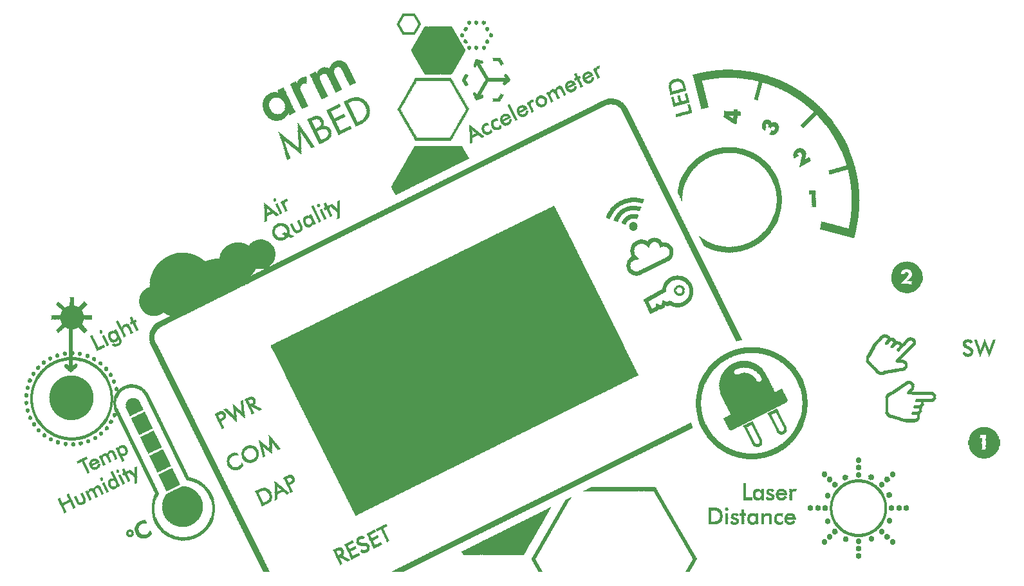
<source format=gto>
G75*
%MOIN*%
%OFA0B0*%
%FSLAX25Y25*%
%IPPOS*%
%LPD*%
%AMOC8*
5,1,8,0,0,1.08239X$1,22.5*
%
%ADD10R,0.00200X0.00100*%
%ADD11R,0.00400X0.00100*%
%ADD12R,0.00500X0.00100*%
%ADD13R,0.00300X0.00100*%
%ADD14R,0.00700X0.00100*%
%ADD15R,0.00600X0.00100*%
%ADD16R,0.00100X0.00100*%
%ADD17R,0.03100X0.00100*%
%ADD18R,0.06200X0.00100*%
%ADD19R,0.02300X0.00100*%
%ADD20R,0.06300X0.00100*%
%ADD21R,0.02200X0.00100*%
%ADD22R,0.06100X0.00100*%
%ADD23R,0.03000X0.00100*%
%ADD24R,0.00800X0.00100*%
%ADD25R,0.03200X0.00100*%
%ADD26R,0.01000X0.00100*%
%ADD27R,0.01300X0.00100*%
%ADD28R,0.01500X0.00100*%
%ADD29R,0.01400X0.00100*%
%ADD30R,0.01800X0.00100*%
%ADD31R,0.01600X0.00100*%
%ADD32R,0.02700X0.00100*%
%ADD33R,0.02800X0.00100*%
%ADD34R,0.01100X0.00100*%
%ADD35R,0.00900X0.00100*%
%ADD36R,0.02400X0.00100*%
%ADD37R,0.01900X0.00100*%
%ADD38R,0.02100X0.00100*%
%ADD39R,0.02500X0.00100*%
%ADD40R,0.04400X0.00100*%
%ADD41R,0.02900X0.00100*%
%ADD42R,0.02600X0.00100*%
%ADD43R,0.04200X0.00100*%
%ADD44R,0.04100X0.00100*%
%ADD45R,0.03400X0.00100*%
%ADD46R,0.04000X0.00100*%
%ADD47R,0.03600X0.00100*%
%ADD48R,0.03800X0.00100*%
%ADD49R,0.03900X0.00100*%
%ADD50R,0.03500X0.00100*%
%ADD51R,0.03300X0.00100*%
%ADD52R,0.03700X0.00100*%
%ADD53R,0.02000X0.00100*%
%ADD54R,0.06900X0.00100*%
%ADD55R,0.01200X0.00100*%
%ADD56R,0.01700X0.00100*%
%ADD57R,0.31600X0.00100*%
%ADD58R,0.31700X0.00100*%
%ADD59R,0.31800X0.00100*%
%ADD60R,0.32000X0.00100*%
%ADD61R,0.32100X0.00100*%
%ADD62R,0.32200X0.00100*%
%ADD63R,0.32300X0.00100*%
%ADD64R,0.32400X0.00100*%
%ADD65R,0.32500X0.00100*%
%ADD66R,0.32600X0.00100*%
%ADD67R,0.06400X0.00100*%
%ADD68R,0.32800X0.00100*%
%ADD69R,0.33000X0.00100*%
%ADD70R,0.33100X0.00100*%
%ADD71R,0.32900X0.00100*%
%ADD72R,0.32700X0.00100*%
%ADD73R,0.31900X0.00100*%
%ADD74R,0.05100X0.00100*%
%ADD75R,0.05000X0.00100*%
%ADD76R,0.04700X0.00100*%
%ADD77R,0.31500X0.00100*%
%ADD78R,0.04300X0.00100*%
%ADD79R,0.31300X0.00100*%
%ADD80R,0.31200X0.00100*%
%ADD81R,0.04500X0.00100*%
%ADD82R,0.31000X0.00100*%
%ADD83R,0.30900X0.00100*%
%ADD84R,0.30700X0.00100*%
%ADD85R,0.30600X0.00100*%
%ADD86R,0.30500X0.00100*%
%ADD87R,0.30300X0.00100*%
%ADD88R,0.30200X0.00100*%
%ADD89R,0.30000X0.00100*%
%ADD90R,0.29900X0.00100*%
%ADD91R,0.29800X0.00100*%
%ADD92R,0.29600X0.00100*%
%ADD93R,0.29500X0.00100*%
%ADD94R,0.29300X0.00100*%
%ADD95R,0.29200X0.00100*%
%ADD96R,0.29000X0.00100*%
%ADD97R,0.28900X0.00100*%
%ADD98R,0.28700X0.00100*%
%ADD99R,0.28600X0.00100*%
%ADD100R,0.28500X0.00100*%
%ADD101R,0.04900X0.00100*%
%ADD102R,0.28200X0.00100*%
%ADD103R,0.05200X0.00100*%
%ADD104R,0.05400X0.00100*%
%ADD105R,0.28000X0.00100*%
%ADD106R,0.05500X0.00100*%
%ADD107R,0.27900X0.00100*%
%ADD108R,0.05600X0.00100*%
%ADD109R,0.27800X0.00100*%
%ADD110R,0.05700X0.00100*%
%ADD111R,0.27600X0.00100*%
%ADD112R,0.27400X0.00100*%
%ADD113R,0.27300X0.00100*%
%ADD114R,0.27200X0.00100*%
%ADD115R,0.27000X0.00100*%
%ADD116R,0.05300X0.00100*%
%ADD117R,0.26900X0.00100*%
%ADD118R,0.26700X0.00100*%
%ADD119R,0.26600X0.00100*%
%ADD120R,0.26500X0.00100*%
%ADD121R,0.26300X0.00100*%
%ADD122R,0.26200X0.00100*%
%ADD123R,0.26000X0.00100*%
%ADD124R,0.25900X0.00100*%
%ADD125R,0.25800X0.00100*%
%ADD126R,0.25600X0.00100*%
%ADD127R,0.25500X0.00100*%
%ADD128R,0.25200X0.00100*%
%ADD129R,0.25000X0.00100*%
%ADD130R,0.24900X0.00100*%
%ADD131R,0.24700X0.00100*%
%ADD132R,0.24600X0.00100*%
%ADD133R,0.24500X0.00100*%
%ADD134R,0.24200X0.00100*%
%ADD135R,0.07300X0.00100*%
%ADD136R,0.24000X0.00100*%
%ADD137R,0.08200X0.00100*%
%ADD138R,0.23900X0.00100*%
%ADD139R,0.08800X0.00100*%
%ADD140R,0.23800X0.00100*%
%ADD141R,0.09500X0.00100*%
%ADD142R,0.23500X0.00100*%
%ADD143R,0.10300X0.00100*%
%ADD144R,0.10800X0.00100*%
%ADD145R,0.23300X0.00100*%
%ADD146R,0.11300X0.00100*%
%ADD147R,0.23100X0.00100*%
%ADD148R,0.11900X0.00100*%
%ADD149R,0.23000X0.00100*%
%ADD150R,0.12400X0.00100*%
%ADD151R,0.22900X0.00100*%
%ADD152R,0.12900X0.00100*%
%ADD153R,0.22700X0.00100*%
%ADD154R,0.13300X0.00100*%
%ADD155R,0.22600X0.00100*%
%ADD156R,0.06800X0.00100*%
%ADD157R,0.22500X0.00100*%
%ADD158R,0.22200X0.00100*%
%ADD159R,0.04800X0.00100*%
%ADD160R,0.22100X0.00100*%
%ADD161R,0.04600X0.00100*%
%ADD162R,0.21800X0.00100*%
%ADD163R,0.21700X0.00100*%
%ADD164R,0.21500X0.00100*%
%ADD165R,0.06700X0.00100*%
%ADD166R,0.06500X0.00100*%
%ADD167R,0.21200X0.00100*%
%ADD168R,0.07600X0.00100*%
%ADD169R,0.21100X0.00100*%
%ADD170R,0.21000X0.00100*%
%ADD171R,0.09000X0.00100*%
%ADD172R,0.07000X0.00100*%
%ADD173R,0.20800X0.00100*%
%ADD174R,0.09600X0.00100*%
%ADD175R,0.10100X0.00100*%
%ADD176R,0.20500X0.00100*%
%ADD177R,0.10600X0.00100*%
%ADD178R,0.11200X0.00100*%
%ADD179R,0.20200X0.00100*%
%ADD180R,0.11600X0.00100*%
%ADD181R,0.20100X0.00100*%
%ADD182R,0.12100X0.00100*%
%ADD183R,0.05800X0.00100*%
%ADD184R,0.05900X0.00100*%
%ADD185R,0.19800X0.00100*%
%ADD186R,0.19700X0.00100*%
%ADD187R,0.19500X0.00100*%
%ADD188R,0.19400X0.00100*%
%ADD189R,0.19200X0.00100*%
%ADD190R,0.19100X0.00100*%
%ADD191R,0.18800X0.00100*%
%ADD192R,0.18500X0.00100*%
%ADD193R,0.18400X0.00100*%
%ADD194R,0.18200X0.00100*%
%ADD195R,0.18000X0.00100*%
%ADD196R,0.17800X0.00100*%
%ADD197R,0.17700X0.00100*%
%ADD198R,0.17500X0.00100*%
%ADD199R,0.17400X0.00100*%
%ADD200R,0.17100X0.00100*%
%ADD201R,0.16900X0.00100*%
%ADD202R,0.16800X0.00100*%
%ADD203R,0.16700X0.00100*%
%ADD204R,0.16500X0.00100*%
%ADD205R,0.16400X0.00100*%
%ADD206R,0.16200X0.00100*%
%ADD207R,0.16100X0.00100*%
%ADD208R,0.16000X0.00100*%
%ADD209R,0.15800X0.00100*%
%ADD210R,0.15700X0.00100*%
%ADD211R,0.15500X0.00100*%
%ADD212R,0.15400X0.00100*%
%ADD213R,0.15300X0.00100*%
%ADD214R,0.15100X0.00100*%
%ADD215R,0.15000X0.00100*%
%ADD216R,0.14800X0.00100*%
%ADD217R,0.14700X0.00100*%
%ADD218R,0.14500X0.00100*%
%ADD219R,0.14400X0.00100*%
%ADD220R,0.14200X0.00100*%
%ADD221R,0.14100X0.00100*%
%ADD222R,0.14000X0.00100*%
%ADD223R,0.13800X0.00100*%
%ADD224R,0.06600X0.00100*%
%ADD225R,0.13700X0.00100*%
%ADD226R,0.07200X0.00100*%
%ADD227R,0.13500X0.00100*%
%ADD228R,0.07700X0.00100*%
%ADD229R,0.13400X0.00100*%
%ADD230R,0.08600X0.00100*%
%ADD231R,0.13100X0.00100*%
%ADD232R,0.09100X0.00100*%
%ADD233R,0.13000X0.00100*%
%ADD234R,0.09400X0.00100*%
%ADD235R,0.12800X0.00100*%
%ADD236R,0.09900X0.00100*%
%ADD237R,0.12700X0.00100*%
%ADD238R,0.10200X0.00100*%
%ADD239R,0.12500X0.00100*%
%ADD240R,0.12300X0.00100*%
%ADD241R,0.12000X0.00100*%
%ADD242R,0.11800X0.00100*%
%ADD243R,0.11700X0.00100*%
%ADD244R,0.11500X0.00100*%
%ADD245R,0.12600X0.00100*%
%ADD246R,0.11400X0.00100*%
%ADD247R,0.06000X0.00100*%
%ADD248R,0.13200X0.00100*%
%ADD249R,0.11100X0.00100*%
%ADD250R,0.11000X0.00100*%
%ADD251R,0.13600X0.00100*%
%ADD252R,0.10700X0.00100*%
%ADD253R,0.13900X0.00100*%
%ADD254R,0.10400X0.00100*%
%ADD255R,0.10000X0.00100*%
%ADD256R,0.09300X0.00100*%
%ADD257R,0.08700X0.00100*%
%ADD258R,0.16600X0.00100*%
%ADD259R,0.08500X0.00100*%
%ADD260R,0.08400X0.00100*%
%ADD261R,0.17000X0.00100*%
%ADD262R,0.08100X0.00100*%
%ADD263R,0.17200X0.00100*%
%ADD264R,0.08000X0.00100*%
%ADD265R,0.07800X0.00100*%
%ADD266R,0.17600X0.00100*%
%ADD267R,0.07500X0.00100*%
%ADD268R,0.07400X0.00100*%
%ADD269R,0.18100X0.00100*%
%ADD270R,0.18300X0.00100*%
%ADD271R,0.18600X0.00100*%
%ADD272R,0.18700X0.00100*%
%ADD273R,0.18900X0.00100*%
%ADD274R,0.19000X0.00100*%
%ADD275R,0.19300X0.00100*%
%ADD276R,0.19600X0.00100*%
%ADD277R,0.19900X0.00100*%
%ADD278R,0.20000X0.00100*%
%ADD279R,0.20300X0.00100*%
%ADD280R,0.20400X0.00100*%
%ADD281R,0.20600X0.00100*%
%ADD282R,0.07900X0.00100*%
%ADD283R,0.20700X0.00100*%
%ADD284R,0.08900X0.00100*%
%ADD285R,0.09200X0.00100*%
%ADD286R,0.09700X0.00100*%
%ADD287R,0.20900X0.00100*%
%ADD288R,0.10900X0.00100*%
%ADD289R,0.14900X0.00100*%
%ADD290R,0.15900X0.00100*%
%ADD291R,0.17900X0.00100*%
%ADD292R,0.21900X0.00100*%
%ADD293R,0.22300X0.00100*%
%ADD294R,0.22800X0.00100*%
%ADD295R,0.23200X0.00100*%
%ADD296R,0.23700X0.00100*%
%ADD297R,0.24800X0.00100*%
%ADD298R,0.17300X0.00100*%
%ADD299R,0.26800X0.00100*%
%ADD300R,0.27500X0.00100*%
%ADD301R,0.16300X0.00100*%
%ADD302R,0.28300X0.00100*%
%ADD303R,0.28800X0.00100*%
%ADD304R,0.15200X0.00100*%
%ADD305R,0.14600X0.00100*%
%ADD306R,0.30800X0.00100*%
%ADD307R,0.38000X0.00100*%
%ADD308R,0.37800X0.00100*%
%ADD309R,0.10500X0.00100*%
%ADD310R,0.37400X0.00100*%
%ADD311R,0.37300X0.00100*%
%ADD312R,0.33300X0.00100*%
%ADD313R,0.36900X0.00100*%
%ADD314R,0.33500X0.00100*%
%ADD315R,0.36700X0.00100*%
%ADD316R,0.33800X0.00100*%
%ADD317R,0.36500X0.00100*%
%ADD318R,0.34000X0.00100*%
%ADD319R,0.36100X0.00100*%
%ADD320R,0.34300X0.00100*%
%ADD321R,0.36000X0.00100*%
%ADD322R,0.34500X0.00100*%
%ADD323R,0.35600X0.00100*%
%ADD324R,0.34800X0.00100*%
%ADD325R,0.35400X0.00100*%
%ADD326R,0.35000X0.00100*%
%ADD327R,0.35200X0.00100*%
%ADD328R,0.35300X0.00100*%
%ADD329R,0.34900X0.00100*%
%ADD330R,0.35500X0.00100*%
%ADD331R,0.34600X0.00100*%
%ADD332R,0.35800X0.00100*%
%ADD333R,0.34400X0.00100*%
%ADD334R,0.34100X0.00100*%
%ADD335R,0.36300X0.00100*%
%ADD336R,0.33900X0.00100*%
%ADD337R,0.33600X0.00100*%
%ADD338R,0.36800X0.00100*%
%ADD339R,0.15600X0.00100*%
%ADD340R,0.37000X0.00100*%
%ADD341R,0.37600X0.00100*%
%ADD342R,0.38100X0.00100*%
%ADD343R,0.38300X0.00100*%
%ADD344R,0.38500X0.00100*%
%ADD345R,0.07100X0.00100*%
%ADD346R,0.38800X0.00100*%
%ADD347R,0.39100X0.00100*%
%ADD348R,0.39300X0.00100*%
%ADD349R,0.39500X0.00100*%
%ADD350R,0.39800X0.00100*%
%ADD351R,0.08300X0.00100*%
%ADD352R,0.40100X0.00100*%
%ADD353R,0.40300X0.00100*%
%ADD354R,0.40600X0.00100*%
%ADD355R,0.40800X0.00100*%
%ADD356R,0.41000X0.00100*%
%ADD357R,0.41400X0.00100*%
%ADD358R,0.41500X0.00100*%
%ADD359R,0.41800X0.00100*%
%ADD360R,0.42100X0.00100*%
%ADD361R,0.42300X0.00100*%
%ADD362R,0.42500X0.00100*%
%ADD363R,0.42900X0.00100*%
%ADD364R,0.43000X0.00100*%
%ADD365R,0.43300X0.00100*%
%ADD366R,0.43600X0.00100*%
%ADD367R,0.43800X0.00100*%
%ADD368R,0.44100X0.00100*%
%ADD369R,0.44300X0.00100*%
%ADD370R,0.44600X0.00100*%
%ADD371R,0.44900X0.00100*%
%ADD372R,0.45000X0.00100*%
%ADD373R,0.45400X0.00100*%
%ADD374R,0.45600X0.00100*%
%ADD375R,0.45900X0.00100*%
%ADD376R,0.46100X0.00100*%
%ADD377R,0.46300X0.00100*%
%ADD378R,0.46600X0.00100*%
%ADD379R,0.46900X0.00100*%
%ADD380R,0.47100X0.00100*%
%ADD381R,0.47400X0.00100*%
%ADD382R,0.47600X0.00100*%
%ADD383R,0.47800X0.00100*%
%ADD384R,0.48100X0.00100*%
%ADD385R,0.48400X0.00100*%
%ADD386R,0.48600X0.00100*%
%ADD387R,0.48900X0.00100*%
%ADD388R,0.49100X0.00100*%
%ADD389R,0.49300X0.00100*%
%ADD390R,0.49600X0.00100*%
%ADD391R,0.49900X0.00100*%
%ADD392R,0.50100X0.00100*%
%ADD393R,0.50300X0.00100*%
%ADD394R,0.50600X0.00100*%
%ADD395R,0.50900X0.00100*%
%ADD396R,0.51100X0.00100*%
%ADD397R,0.51400X0.00100*%
%ADD398R,0.51600X0.00100*%
%ADD399R,0.51900X0.00100*%
%ADD400R,0.52100X0.00100*%
%ADD401R,0.52400X0.00100*%
%ADD402R,0.52600X0.00100*%
%ADD403R,0.52900X0.00100*%
%ADD404R,0.53100X0.00100*%
%ADD405R,0.53400X0.00100*%
%ADD406R,0.53600X0.00100*%
%ADD407R,0.53900X0.00100*%
%ADD408R,0.54100X0.00100*%
%ADD409R,0.54400X0.00100*%
%ADD410R,0.54600X0.00100*%
%ADD411R,0.54900X0.00100*%
%ADD412R,0.55100X0.00100*%
%ADD413R,0.55400X0.00100*%
%ADD414R,0.55600X0.00100*%
%ADD415R,0.55900X0.00100*%
%ADD416R,0.56100X0.00100*%
%ADD417R,0.56400X0.00100*%
%ADD418R,0.56600X0.00100*%
%ADD419R,0.56900X0.00100*%
%ADD420R,0.57100X0.00100*%
%ADD421R,0.57400X0.00100*%
%ADD422R,0.57600X0.00100*%
%ADD423R,0.58000X0.00100*%
%ADD424R,0.58100X0.00100*%
%ADD425R,0.58400X0.00100*%
%ADD426R,0.58600X0.00100*%
%ADD427R,0.59000X0.00100*%
%ADD428R,0.59100X0.00100*%
%ADD429R,0.59400X0.00100*%
%ADD430R,0.59600X0.00100*%
%ADD431R,0.59900X0.00100*%
%ADD432R,0.60100X0.00100*%
%ADD433R,0.60500X0.00100*%
%ADD434R,0.60600X0.00100*%
%ADD435R,0.60900X0.00100*%
%ADD436R,0.61200X0.00100*%
%ADD437R,0.61400X0.00100*%
%ADD438R,0.61600X0.00100*%
%ADD439R,0.62000X0.00100*%
%ADD440R,0.62100X0.00100*%
%ADD441R,0.62400X0.00100*%
%ADD442R,0.62600X0.00100*%
%ADD443R,0.63000X0.00100*%
%ADD444R,0.63100X0.00100*%
%ADD445R,0.63400X0.00100*%
%ADD446R,0.63600X0.00100*%
%ADD447R,0.64000X0.00100*%
%ADD448R,0.64100X0.00100*%
%ADD449R,0.64500X0.00100*%
%ADD450R,0.64600X0.00100*%
%ADD451R,0.65000X0.00100*%
%ADD452R,0.65100X0.00100*%
%ADD453R,0.65500X0.00100*%
%ADD454R,0.65600X0.00100*%
%ADD455R,0.65900X0.00100*%
%ADD456R,0.66100X0.00100*%
%ADD457R,0.66500X0.00100*%
%ADD458R,0.66600X0.00100*%
%ADD459R,0.67000X0.00100*%
%ADD460R,0.67100X0.00100*%
%ADD461R,0.67500X0.00100*%
%ADD462R,0.67700X0.00100*%
%ADD463R,0.68000X0.00100*%
%ADD464R,0.68200X0.00100*%
%ADD465R,0.68400X0.00100*%
%ADD466R,0.68600X0.00100*%
%ADD467R,0.69000X0.00100*%
%ADD468R,0.69200X0.00100*%
%ADD469R,0.69400X0.00100*%
%ADD470R,0.69700X0.00100*%
%ADD471R,0.70000X0.00100*%
%ADD472R,0.70200X0.00100*%
%ADD473R,0.70400X0.00100*%
%ADD474R,0.70700X0.00100*%
%ADD475R,0.70900X0.00100*%
%ADD476R,0.71200X0.00100*%
%ADD477R,0.71500X0.00100*%
%ADD478R,0.71700X0.00100*%
%ADD479R,0.72000X0.00100*%
%ADD480R,0.72200X0.00100*%
%ADD481R,0.72500X0.00100*%
%ADD482R,0.72700X0.00100*%
%ADD483R,0.73000X0.00100*%
%ADD484R,0.73200X0.00100*%
%ADD485R,0.73500X0.00100*%
%ADD486R,0.73700X0.00100*%
%ADD487R,0.74000X0.00100*%
%ADD488R,0.74200X0.00100*%
%ADD489R,0.74500X0.00100*%
%ADD490R,0.74700X0.00100*%
%ADD491R,0.75000X0.00100*%
%ADD492R,0.75200X0.00100*%
%ADD493R,0.75500X0.00100*%
%ADD494R,0.75700X0.00100*%
%ADD495R,0.76000X0.00100*%
%ADD496R,0.76200X0.00100*%
%ADD497R,0.76500X0.00100*%
%ADD498R,0.76700X0.00100*%
%ADD499R,0.77000X0.00100*%
%ADD500R,0.77200X0.00100*%
%ADD501R,0.77500X0.00100*%
%ADD502R,0.77700X0.00100*%
%ADD503R,0.78000X0.00100*%
%ADD504R,0.78200X0.00100*%
%ADD505R,0.78500X0.00100*%
%ADD506R,0.78700X0.00100*%
%ADD507R,0.79000X0.00100*%
%ADD508R,0.22000X0.00100*%
%ADD509R,0.79200X0.00100*%
%ADD510R,0.79500X0.00100*%
%ADD511R,0.79700X0.00100*%
%ADD512R,0.23400X0.00100*%
%ADD513R,0.80000X0.00100*%
%ADD514R,0.80200X0.00100*%
%ADD515R,0.80500X0.00100*%
%ADD516R,0.80700X0.00100*%
%ADD517R,0.81000X0.00100*%
%ADD518R,0.81200X0.00100*%
%ADD519R,0.81500X0.00100*%
%ADD520R,0.12200X0.00100*%
%ADD521R,0.81700X0.00100*%
%ADD522R,0.82000X0.00100*%
%ADD523R,0.82200X0.00100*%
%ADD524R,0.82500X0.00100*%
%ADD525R,0.82700X0.00100*%
%ADD526R,0.83000X0.00100*%
%ADD527R,0.83200X0.00100*%
%ADD528R,0.83500X0.00100*%
%ADD529R,0.83700X0.00100*%
%ADD530R,0.84000X0.00100*%
%ADD531R,0.84200X0.00100*%
%ADD532R,0.84500X0.00100*%
%ADD533R,0.84800X0.00100*%
%ADD534R,0.85000X0.00100*%
%ADD535R,0.85200X0.00100*%
%ADD536R,0.14300X0.00100*%
%ADD537R,0.85500X0.00100*%
%ADD538R,0.85700X0.00100*%
%ADD539R,0.86000X0.00100*%
%ADD540R,0.86200X0.00100*%
%ADD541R,0.86500X0.00100*%
%ADD542R,0.86800X0.00100*%
%ADD543R,0.87000X0.00100*%
%ADD544R,0.87200X0.00100*%
%ADD545R,0.87500X0.00100*%
%ADD546R,0.87800X0.00100*%
%ADD547R,0.88000X0.00100*%
%ADD548R,0.88200X0.00100*%
%ADD549R,0.88600X0.00100*%
%ADD550R,0.88700X0.00100*%
%ADD551R,0.89100X0.00100*%
%ADD552R,0.89200X0.00100*%
%ADD553R,0.89500X0.00100*%
%ADD554R,0.89800X0.00100*%
%ADD555R,0.90000X0.00100*%
%ADD556R,0.90300X0.00100*%
%ADD557R,0.90500X0.00100*%
%ADD558R,0.90800X0.00100*%
%ADD559R,0.91000X0.00100*%
%ADD560R,0.91300X0.00100*%
%ADD561R,0.91500X0.00100*%
%ADD562R,0.91700X0.00100*%
%ADD563R,0.92100X0.00100*%
%ADD564R,0.92200X0.00100*%
%ADD565R,0.92600X0.00100*%
%ADD566R,0.92700X0.00100*%
%ADD567R,0.93100X0.00100*%
%ADD568R,0.93200X0.00100*%
%ADD569R,0.93600X0.00100*%
%ADD570R,0.93800X0.00100*%
%ADD571R,0.94100X0.00100*%
%ADD572R,0.94300X0.00100*%
%ADD573R,0.94500X0.00100*%
%ADD574R,0.94800X0.00100*%
%ADD575R,0.95100X0.00100*%
%ADD576R,0.95200X0.00100*%
%ADD577R,0.95600X0.00100*%
%ADD578R,0.95800X0.00100*%
%ADD579R,0.96100X0.00100*%
%ADD580R,0.96300X0.00100*%
%ADD581R,0.96600X0.00100*%
%ADD582R,0.96800X0.00100*%
%ADD583R,0.97100X0.00100*%
%ADD584R,0.97300X0.00100*%
%ADD585R,0.97600X0.00100*%
%ADD586R,0.97800X0.00100*%
%ADD587R,0.98100X0.00100*%
%ADD588R,0.98300X0.00100*%
%ADD589R,0.98600X0.00100*%
%ADD590R,0.98800X0.00100*%
%ADD591R,0.99100X0.00100*%
%ADD592R,0.99300X0.00100*%
%ADD593R,0.99600X0.00100*%
%ADD594R,0.99800X0.00100*%
%ADD595R,1.00100X0.00100*%
%ADD596R,1.00300X0.00100*%
%ADD597R,1.00600X0.00100*%
%ADD598R,1.00800X0.00100*%
%ADD599R,1.01100X0.00100*%
%ADD600R,1.01300X0.00100*%
%ADD601R,1.01600X0.00100*%
%ADD602R,1.01800X0.00100*%
%ADD603R,1.02100X0.00100*%
%ADD604R,1.02300X0.00100*%
%ADD605R,1.02600X0.00100*%
%ADD606R,1.02800X0.00100*%
%ADD607R,1.03100X0.00100*%
%ADD608R,1.03300X0.00100*%
%ADD609R,1.03600X0.00100*%
%ADD610R,1.03800X0.00100*%
%ADD611R,1.04100X0.00100*%
%ADD612R,1.04300X0.00100*%
%ADD613R,1.04600X0.00100*%
%ADD614R,1.04800X0.00100*%
%ADD615R,1.05100X0.00100*%
%ADD616R,1.05300X0.00100*%
%ADD617R,1.05600X0.00100*%
%ADD618R,1.05800X0.00100*%
%ADD619R,1.06100X0.00100*%
%ADD620R,1.06300X0.00100*%
%ADD621R,1.06700X0.00100*%
%ADD622R,1.06800X0.00100*%
%ADD623R,1.07100X0.00100*%
%ADD624R,1.07300X0.00100*%
%ADD625R,1.07600X0.00100*%
%ADD626R,1.07800X0.00100*%
%ADD627R,1.08100X0.00100*%
%ADD628R,1.08300X0.00100*%
%ADD629R,1.08600X0.00100*%
%ADD630R,1.08900X0.00100*%
%ADD631R,1.09100X0.00100*%
%ADD632R,1.09300X0.00100*%
%ADD633R,1.09600X0.00100*%
%ADD634R,1.09800X0.00100*%
%ADD635R,1.10200X0.00100*%
%ADD636R,1.10300X0.00100*%
%ADD637R,1.10600X0.00100*%
%ADD638R,1.10900X0.00100*%
%ADD639R,0.09800X0.00100*%
%ADD640R,1.11100X0.00100*%
%ADD641R,1.11300X0.00100*%
%ADD642R,1.11700X0.00100*%
%ADD643R,1.11800X0.00100*%
%ADD644R,1.12100X0.00100*%
%ADD645R,1.12400X0.00100*%
%ADD646R,1.12700X0.00100*%
%ADD647R,1.12800X0.00100*%
%ADD648R,1.13200X0.00100*%
%ADD649R,1.13300X0.00100*%
%ADD650R,1.13700X0.00100*%
%ADD651R,1.13900X0.00100*%
%ADD652R,1.14100X0.00100*%
%ADD653R,1.14400X0.00100*%
%ADD654R,1.14700X0.00100*%
%ADD655R,1.14800X0.00100*%
%ADD656R,1.15200X0.00100*%
%ADD657R,1.15300X0.00100*%
%ADD658R,1.15700X0.00100*%
%ADD659R,1.15900X0.00100*%
%ADD660R,1.16200X0.00100*%
%ADD661R,1.16300X0.00100*%
%ADD662R,1.16700X0.00100*%
%ADD663R,1.16900X0.00100*%
%ADD664R,1.17200X0.00100*%
%ADD665R,1.17400X0.00100*%
%ADD666R,1.17700X0.00100*%
%ADD667R,1.17900X0.00100*%
%ADD668R,1.18200X0.00100*%
%ADD669R,1.18400X0.00100*%
%ADD670R,1.18700X0.00100*%
%ADD671R,1.18900X0.00100*%
%ADD672R,1.19200X0.00100*%
%ADD673R,1.19400X0.00100*%
%ADD674R,1.19700X0.00100*%
%ADD675R,1.19900X0.00100*%
%ADD676R,1.20200X0.00100*%
%ADD677R,1.20400X0.00100*%
%ADD678R,1.20700X0.00100*%
%ADD679R,1.20900X0.00100*%
%ADD680R,1.21200X0.00100*%
%ADD681R,1.21400X0.00100*%
%ADD682R,1.21700X0.00100*%
%ADD683R,1.21900X0.00100*%
%ADD684R,1.22200X0.00100*%
%ADD685R,1.22400X0.00100*%
%ADD686R,1.22700X0.00100*%
%ADD687R,1.22900X0.00100*%
%ADD688R,1.23200X0.00100*%
%ADD689R,1.23400X0.00100*%
%ADD690R,1.23700X0.00100*%
%ADD691R,1.23900X0.00100*%
%ADD692R,1.24200X0.00100*%
%ADD693R,1.24400X0.00100*%
%ADD694R,1.24700X0.00100*%
%ADD695R,1.24900X0.00100*%
%ADD696R,1.25200X0.00100*%
%ADD697R,1.25400X0.00100*%
%ADD698R,1.25700X0.00100*%
%ADD699R,1.25900X0.00100*%
%ADD700R,1.26200X0.00100*%
%ADD701R,1.26400X0.00100*%
%ADD702R,1.26700X0.00100*%
%ADD703R,1.26900X0.00100*%
%ADD704R,1.27200X0.00100*%
%ADD705R,1.27400X0.00100*%
%ADD706R,1.27700X0.00100*%
%ADD707R,1.27900X0.00100*%
%ADD708R,1.28200X0.00100*%
%ADD709R,1.28400X0.00100*%
%ADD710R,1.28700X0.00100*%
%ADD711R,1.28900X0.00100*%
%ADD712R,1.29200X0.00100*%
%ADD713R,1.29400X0.00100*%
%ADD714R,1.29700X0.00100*%
%ADD715R,1.29900X0.00100*%
%ADD716R,1.30200X0.00100*%
%ADD717R,1.30400X0.00100*%
%ADD718R,1.30700X0.00100*%
%ADD719R,1.30900X0.00100*%
%ADD720R,1.31200X0.00100*%
%ADD721R,1.31400X0.00100*%
%ADD722R,1.31700X0.00100*%
%ADD723R,1.31900X0.00100*%
%ADD724R,1.32300X0.00100*%
%ADD725R,1.32400X0.00100*%
%ADD726R,1.32700X0.00100*%
%ADD727R,1.33000X0.00100*%
%ADD728R,1.33200X0.00100*%
%ADD729R,1.33500X0.00100*%
%ADD730R,1.33800X0.00100*%
%ADD731R,1.33900X0.00100*%
%ADD732R,1.34200X0.00100*%
%ADD733R,1.34500X0.00100*%
%ADD734R,1.34700X0.00100*%
%ADD735R,1.34900X0.00100*%
%ADD736R,1.35300X0.00100*%
%ADD737R,1.35400X0.00100*%
%ADD738R,1.35700X0.00100*%
%ADD739R,1.35900X0.00100*%
%ADD740R,1.36200X0.00100*%
%ADD741R,1.36500X0.00100*%
%ADD742R,1.36800X0.00100*%
%ADD743R,0.21400X0.00100*%
%ADD744R,1.36900X0.00100*%
%ADD745R,1.37300X0.00100*%
%ADD746R,1.37500X0.00100*%
%ADD747R,1.37800X0.00100*%
%ADD748R,0.22400X0.00100*%
%ADD749R,1.38000X0.00100*%
%ADD750R,1.38300X0.00100*%
%ADD751R,1.38400X0.00100*%
%ADD752R,1.38800X0.00100*%
%ADD753R,1.39000X0.00100*%
%ADD754R,1.39300X0.00100*%
%ADD755R,1.39400X0.00100*%
%ADD756R,1.39800X0.00100*%
%ADD757R,0.24400X0.00100*%
%ADD758R,1.40000X0.00100*%
%ADD759R,1.40200X0.00100*%
%ADD760R,1.40500X0.00100*%
%ADD761R,1.40800X0.00100*%
%ADD762R,0.25300X0.00100*%
%ADD763R,1.41000X0.00100*%
%ADD764R,1.41300X0.00100*%
%ADD765R,1.41500X0.00100*%
%ADD766R,0.26100X0.00100*%
%ADD767R,1.41700X0.00100*%
%ADD768R,1.42000X0.00100*%
%ADD769R,1.42300X0.00100*%
%ADD770R,0.21300X0.00100*%
%ADD771R,1.42500X0.00100*%
%ADD772R,0.27100X0.00100*%
%ADD773R,1.42800X0.00100*%
%ADD774R,1.43000X0.00100*%
%ADD775R,1.43300X0.00100*%
%ADD776R,0.21600X0.00100*%
%ADD777R,1.43500X0.00100*%
%ADD778R,0.28100X0.00100*%
%ADD779R,1.43800X0.00100*%
%ADD780R,0.28400X0.00100*%
%ADD781R,1.44000X0.00100*%
%ADD782R,1.44300X0.00100*%
%ADD783R,1.44500X0.00100*%
%ADD784R,0.29100X0.00100*%
%ADD785R,1.44800X0.00100*%
%ADD786R,0.29400X0.00100*%
%ADD787R,1.45000X0.00100*%
%ADD788R,1.45300X0.00100*%
%ADD789R,1.45500X0.00100*%
%ADD790R,0.30100X0.00100*%
%ADD791R,1.45700X0.00100*%
%ADD792R,0.30400X0.00100*%
%ADD793R,1.46000X0.00100*%
%ADD794R,1.46300X0.00100*%
%ADD795R,1.46500X0.00100*%
%ADD796R,0.31100X0.00100*%
%ADD797R,1.46800X0.00100*%
%ADD798R,1.47000X0.00100*%
%ADD799R,1.47300X0.00100*%
%ADD800R,1.47500X0.00100*%
%ADD801R,1.47800X0.00100*%
%ADD802R,1.48000X0.00100*%
%ADD803R,1.48300X0.00100*%
%ADD804R,1.48500X0.00100*%
%ADD805R,1.48800X0.00100*%
%ADD806R,1.49000X0.00100*%
%ADD807R,1.49300X0.00100*%
%ADD808R,1.49500X0.00100*%
%ADD809R,1.49800X0.00100*%
%ADD810R,1.50000X0.00100*%
%ADD811R,1.50300X0.00100*%
%ADD812R,1.50500X0.00100*%
%ADD813R,1.50800X0.00100*%
%ADD814R,0.33200X0.00100*%
%ADD815R,1.51000X0.00100*%
%ADD816R,1.51300X0.00100*%
%ADD817R,1.51500X0.00100*%
%ADD818R,1.51800X0.00100*%
%ADD819R,1.52000X0.00100*%
%ADD820R,1.52300X0.00100*%
%ADD821R,1.52500X0.00100*%
%ADD822R,1.52800X0.00100*%
%ADD823R,1.53000X0.00100*%
%ADD824R,1.53300X0.00100*%
%ADD825R,1.53500X0.00100*%
%ADD826R,1.53800X0.00100*%
%ADD827R,1.54000X0.00100*%
%ADD828R,1.54300X0.00100*%
%ADD829R,1.54500X0.00100*%
%ADD830R,1.54800X0.00100*%
%ADD831R,1.55000X0.00100*%
%ADD832R,1.55400X0.00100*%
%ADD833R,1.55500X0.00100*%
%ADD834R,1.55900X0.00100*%
%ADD835R,1.56000X0.00100*%
%ADD836R,1.56400X0.00100*%
%ADD837R,1.56500X0.00100*%
%ADD838R,1.56900X0.00100*%
%ADD839R,1.57000X0.00100*%
%ADD840R,1.57300X0.00100*%
%ADD841R,1.57500X0.00100*%
%ADD842R,1.57900X0.00100*%
%ADD843R,1.58100X0.00100*%
%ADD844R,1.58300X0.00100*%
%ADD845R,1.58600X0.00100*%
%ADD846R,1.58800X0.00100*%
%ADD847R,1.59100X0.00100*%
%ADD848R,1.59300X0.00100*%
%ADD849R,1.59600X0.00100*%
%ADD850R,1.59800X0.00100*%
%ADD851R,1.60100X0.00100*%
%ADD852R,1.60300X0.00100*%
%ADD853R,1.60600X0.00100*%
%ADD854R,1.60800X0.00100*%
%ADD855R,1.61100X0.00100*%
%ADD856R,1.61300X0.00100*%
%ADD857R,1.61500X0.00100*%
%ADD858R,1.61900X0.00100*%
%ADD859R,1.62100X0.00100*%
%ADD860R,1.62300X0.00100*%
%ADD861R,1.62600X0.00100*%
%ADD862R,1.62900X0.00100*%
%ADD863R,1.63100X0.00100*%
%ADD864R,1.63400X0.00100*%
%ADD865R,1.63600X0.00100*%
%ADD866R,1.63800X0.00100*%
%ADD867R,1.64100X0.00100*%
%ADD868R,1.64400X0.00100*%
%ADD869R,1.64600X0.00100*%
%ADD870R,1.64700X0.00100*%
%ADD871R,1.65100X0.00100*%
%ADD872R,1.65400X0.00100*%
%ADD873R,1.65600X0.00100*%
%ADD874R,0.27700X0.00100*%
%ADD875R,1.65900X0.00100*%
%ADD876R,1.66100X0.00100*%
%ADD877R,1.66400X0.00100*%
%ADD878R,1.66600X0.00100*%
%ADD879R,1.66800X0.00100*%
%ADD880R,1.67100X0.00100*%
%ADD881R,1.67400X0.00100*%
%ADD882R,1.67600X0.00100*%
%ADD883R,1.67900X0.00100*%
%ADD884R,1.68100X0.00100*%
%ADD885R,1.68400X0.00100*%
%ADD886R,1.68600X0.00100*%
%ADD887R,1.68900X0.00100*%
%ADD888R,1.69100X0.00100*%
%ADD889R,1.69400X0.00100*%
%ADD890R,1.69600X0.00100*%
%ADD891R,1.69900X0.00100*%
%ADD892R,1.70100X0.00100*%
%ADD893R,1.70400X0.00100*%
%ADD894R,1.70600X0.00100*%
%ADD895R,1.70900X0.00100*%
%ADD896R,1.71100X0.00100*%
%ADD897R,1.71400X0.00100*%
%ADD898R,1.71600X0.00100*%
%ADD899R,1.71900X0.00100*%
%ADD900R,0.26400X0.00100*%
%ADD901R,1.72100X0.00100*%
%ADD902R,1.72400X0.00100*%
%ADD903R,1.72600X0.00100*%
%ADD904R,1.72900X0.00100*%
%ADD905R,1.73100X0.00100*%
%ADD906R,1.73400X0.00100*%
%ADD907R,1.73600X0.00100*%
%ADD908R,1.73900X0.00100*%
%ADD909R,1.74100X0.00100*%
%ADD910R,1.74400X0.00100*%
%ADD911R,1.74600X0.00100*%
%ADD912R,1.74900X0.00100*%
%ADD913R,1.75100X0.00100*%
%ADD914R,1.75400X0.00100*%
%ADD915R,1.75600X0.00100*%
%ADD916R,1.75900X0.00100*%
%ADD917R,1.76100X0.00100*%
%ADD918R,1.76400X0.00100*%
%ADD919R,1.76600X0.00100*%
%ADD920R,1.76900X0.00100*%
%ADD921R,1.77100X0.00100*%
%ADD922R,1.77400X0.00100*%
%ADD923R,1.77600X0.00100*%
%ADD924R,1.77900X0.00100*%
%ADD925R,1.78100X0.00100*%
%ADD926R,1.78400X0.00100*%
%ADD927R,1.78600X0.00100*%
%ADD928R,1.78900X0.00100*%
%ADD929R,1.79100X0.00100*%
%ADD930R,1.79400X0.00100*%
%ADD931R,1.79600X0.00100*%
%ADD932R,1.79900X0.00100*%
%ADD933R,1.80100X0.00100*%
%ADD934R,1.80500X0.00100*%
%ADD935R,1.80600X0.00100*%
%ADD936R,1.80900X0.00100*%
%ADD937R,1.81100X0.00100*%
%ADD938R,1.81400X0.00100*%
%ADD939R,1.81600X0.00100*%
%ADD940R,1.82000X0.00100*%
%ADD941R,1.82200X0.00100*%
%ADD942R,1.82400X0.00100*%
%ADD943R,1.82700X0.00100*%
%ADD944R,1.82800X0.00100*%
%ADD945R,1.82900X0.00100*%
%ADD946R,1.83000X0.00100*%
%ADD947R,1.82600X0.00100*%
%ADD948R,1.82100X0.00100*%
%ADD949R,1.81800X0.00100*%
%ADD950R,1.80800X0.00100*%
%ADD951R,1.80300X0.00100*%
%ADD952R,1.79000X0.00100*%
%ADD953R,1.78800X0.00100*%
%ADD954R,1.78500X0.00100*%
%ADD955R,1.77800X0.00100*%
%ADD956R,1.77300X0.00100*%
%ADD957R,1.76700X0.00100*%
%ADD958R,1.76300X0.00100*%
%ADD959R,1.75800X0.00100*%
%ADD960R,1.75500X0.00100*%
%ADD961R,1.75300X0.00100*%
%ADD962R,1.74700X0.00100*%
%ADD963R,1.74500X0.00100*%
%ADD964R,1.74200X0.00100*%
%ADD965R,1.73800X0.00100*%
%ADD966R,1.73500X0.00100*%
%ADD967R,1.73300X0.00100*%
%ADD968R,1.73000X0.00100*%
%ADD969R,1.72800X0.00100*%
%ADD970R,1.72500X0.00100*%
%ADD971R,1.72300X0.00100*%
%ADD972R,1.72000X0.00100*%
%ADD973R,1.71700X0.00100*%
%ADD974R,1.71500X0.00100*%
%ADD975R,1.71200X0.00100*%
%ADD976R,1.71000X0.00100*%
%ADD977R,1.70800X0.00100*%
%ADD978R,1.70500X0.00100*%
%ADD979R,1.70300X0.00100*%
%ADD980R,1.70000X0.00100*%
%ADD981R,1.69700X0.00100*%
%ADD982R,1.69500X0.00100*%
%ADD983R,1.69300X0.00100*%
%ADD984R,1.69000X0.00100*%
%ADD985R,1.68700X0.00100*%
%ADD986R,1.68500X0.00100*%
%ADD987R,1.68200X0.00100*%
%ADD988R,1.67800X0.00100*%
%ADD989R,1.67200X0.00100*%
%ADD990R,1.67000X0.00100*%
%ADD991R,1.66700X0.00100*%
%ADD992R,1.66300X0.00100*%
%ADD993R,1.65200X0.00100*%
%ADD994R,1.64900X0.00100*%
%ADD995R,1.64200X0.00100*%
%ADD996R,1.63900X0.00100*%
%ADD997R,1.63200X0.00100*%
%ADD998R,1.62700X0.00100*%
%ADD999R,1.62400X0.00100*%
%ADD1000R,1.61700X0.00100*%
%ADD1001R,1.61400X0.00100*%
%ADD1002R,1.61200X0.00100*%
%ADD1003R,1.60700X0.00100*%
%ADD1004R,1.60400X0.00100*%
%ADD1005R,1.60200X0.00100*%
%ADD1006R,1.59900X0.00100*%
%ADD1007R,1.59700X0.00100*%
%ADD1008R,1.59200X0.00100*%
%ADD1009R,1.58700X0.00100*%
%ADD1010R,1.58400X0.00100*%
%ADD1011R,1.57100X0.00100*%
%ADD1012R,1.56800X0.00100*%
%ADD1013R,1.56700X0.00100*%
%ADD1014R,1.56300X0.00100*%
%ADD1015R,1.56100X0.00100*%
%ADD1016R,1.55800X0.00100*%
%ADD1017R,1.55600X0.00100*%
%ADD1018R,1.55300X0.00100*%
%ADD1019R,1.55100X0.00100*%
%ADD1020R,1.54600X0.00100*%
%ADD1021R,1.54100X0.00100*%
%ADD1022R,1.53600X0.00100*%
%ADD1023R,1.53100X0.00100*%
%ADD1024R,1.52600X0.00100*%
%ADD1025R,1.51600X0.00100*%
%ADD1026R,1.51100X0.00100*%
%ADD1027R,1.50100X0.00100*%
%ADD1028R,1.49700X0.00100*%
%ADD1029R,1.49600X0.00100*%
%ADD1030R,1.49200X0.00100*%
%ADD1031R,1.49100X0.00100*%
%ADD1032R,1.48700X0.00100*%
%ADD1033R,1.48600X0.00100*%
%ADD1034R,1.48200X0.00100*%
%ADD1035R,1.47200X0.00100*%
%ADD1036R,1.46700X0.00100*%
%ADD1037R,1.46600X0.00100*%
%ADD1038R,1.46200X0.00100*%
%ADD1039R,1.45200X0.00100*%
%ADD1040R,1.44700X0.00100*%
%ADD1041R,1.44200X0.00100*%
%ADD1042R,1.43700X0.00100*%
%ADD1043R,1.43200X0.00100*%
%ADD1044R,1.42700X0.00100*%
%ADD1045R,1.42200X0.00100*%
%ADD1046R,1.41200X0.00100*%
%ADD1047R,1.40600X0.00100*%
%ADD1048R,1.39600X0.00100*%
%ADD1049R,1.39500X0.00100*%
%ADD1050R,1.38900X0.00100*%
%ADD1051R,1.38700X0.00100*%
%ADD1052R,1.38100X0.00100*%
%ADD1053R,0.25100X0.00100*%
%ADD1054R,1.37600X0.00100*%
%ADD1055R,0.25700X0.00100*%
%ADD1056R,1.37400X0.00100*%
%ADD1057R,1.37100X0.00100*%
%ADD1058R,1.36600X0.00100*%
%ADD1059R,1.36100X0.00100*%
%ADD1060R,1.35600X0.00100*%
%ADD1061R,1.35100X0.00100*%
%ADD1062R,1.34400X0.00100*%
%ADD1063R,1.34100X0.00100*%
%ADD1064R,0.29700X0.00100*%
%ADD1065R,1.33600X0.00100*%
%ADD1066R,1.33400X0.00100*%
%ADD1067R,1.33100X0.00100*%
%ADD1068R,1.32900X0.00100*%
%ADD1069R,1.32600X0.00100*%
%ADD1070R,1.32200X0.00100*%
%ADD1071R,1.31800X0.00100*%
%ADD1072R,1.31600X0.00100*%
%ADD1073R,1.30800X0.00100*%
%ADD1074R,1.30600X0.00100*%
%ADD1075R,1.30000X0.00100*%
%ADD1076R,0.33400X0.00100*%
%ADD1077R,1.29500X0.00100*%
%ADD1078R,1.29300X0.00100*%
%ADD1079R,1.29000X0.00100*%
%ADD1080R,0.34200X0.00100*%
%ADD1081R,1.28600X0.00100*%
%ADD1082R,0.34700X0.00100*%
%ADD1083R,1.28300X0.00100*%
%ADD1084R,1.28000X0.00100*%
%ADD1085R,0.35100X0.00100*%
%ADD1086R,1.27800X0.00100*%
%ADD1087R,1.27500X0.00100*%
%ADD1088R,1.27300X0.00100*%
%ADD1089R,1.27100X0.00100*%
%ADD1090R,1.26800X0.00100*%
%ADD1091R,0.36200X0.00100*%
%ADD1092R,1.26500X0.00100*%
%ADD1093R,1.26300X0.00100*%
%ADD1094R,0.36600X0.00100*%
%ADD1095R,1.26000X0.00100*%
%ADD1096R,1.25800X0.00100*%
%ADD1097R,1.25600X0.00100*%
%ADD1098R,1.25300X0.00100*%
%ADD1099R,1.25100X0.00100*%
%ADD1100R,0.37700X0.00100*%
%ADD1101R,1.24800X0.00100*%
%ADD1102R,1.24500X0.00100*%
%ADD1103R,1.24300X0.00100*%
%ADD1104R,1.24000X0.00100*%
%ADD1105R,0.38400X0.00100*%
%ADD1106R,1.23800X0.00100*%
%ADD1107R,0.38700X0.00100*%
%ADD1108R,1.23500X0.00100*%
%ADD1109R,1.23300X0.00100*%
%ADD1110R,0.39000X0.00100*%
%ADD1111R,1.23100X0.00100*%
%ADD1112R,0.39200X0.00100*%
%ADD1113R,1.22800X0.00100*%
%ADD1114R,0.39400X0.00100*%
%ADD1115R,1.22500X0.00100*%
%ADD1116R,0.39600X0.00100*%
%ADD1117R,1.22300X0.00100*%
%ADD1118R,1.22100X0.00100*%
%ADD1119R,0.39900X0.00100*%
%ADD1120R,0.40200X0.00100*%
%ADD1121R,1.21500X0.00100*%
%ADD1122R,1.21300X0.00100*%
%ADD1123R,0.40500X0.00100*%
%ADD1124R,1.21000X0.00100*%
%ADD1125R,0.40700X0.00100*%
%ADD1126R,1.20800X0.00100*%
%ADD1127R,0.40900X0.00100*%
%ADD1128R,1.20500X0.00100*%
%ADD1129R,1.20300X0.00100*%
%ADD1130R,0.41200X0.00100*%
%ADD1131R,1.20000X0.00100*%
%ADD1132R,0.41600X0.00100*%
%ADD1133R,1.19600X0.00100*%
%ADD1134R,0.41700X0.00100*%
%ADD1135R,0.41900X0.00100*%
%ADD1136R,1.19000X0.00100*%
%ADD1137R,0.42200X0.00100*%
%ADD1138R,1.18500X0.00100*%
%ADD1139R,0.42400X0.00100*%
%ADD1140R,0.42600X0.00100*%
%ADD1141R,1.18000X0.00100*%
%ADD1142R,0.42700X0.00100*%
%ADD1143R,1.17500X0.00100*%
%ADD1144R,0.43200X0.00100*%
%ADD1145R,0.43500X0.00100*%
%ADD1146R,1.16500X0.00100*%
%ADD1147R,0.43700X0.00100*%
%ADD1148R,0.43900X0.00100*%
%ADD1149R,1.15500X0.00100*%
%ADD1150R,0.44200X0.00100*%
%ADD1151R,0.44400X0.00100*%
%ADD1152R,1.15000X0.00100*%
%ADD1153R,0.44500X0.00100*%
%ADD1154R,1.14500X0.00100*%
%ADD1155R,0.44800X0.00100*%
%ADD1156R,1.14200X0.00100*%
%ADD1157R,1.14000X0.00100*%
%ADD1158R,0.45200X0.00100*%
%ADD1159R,1.13500X0.00100*%
%ADD1160R,0.45300X0.00100*%
%ADD1161R,1.12900X0.00100*%
%ADD1162R,0.45500X0.00100*%
%ADD1163R,0.45700X0.00100*%
%ADD1164R,1.12500X0.00100*%
%ADD1165R,1.12200X0.00100*%
%ADD1166R,0.46000X0.00100*%
%ADD1167R,1.12000X0.00100*%
%ADD1168R,1.11600X0.00100*%
%ADD1169R,1.11500X0.00100*%
%ADD1170R,0.46200X0.00100*%
%ADD1171R,0.46400X0.00100*%
%ADD1172R,1.10700X0.00100*%
%ADD1173R,0.46500X0.00100*%
%ADD1174R,1.10400X0.00100*%
%ADD1175R,1.09900X0.00100*%
%ADD1176R,0.46700X0.00100*%
%ADD1177R,1.09700X0.00100*%
%ADD1178R,0.46800X0.00100*%
%ADD1179R,1.09400X0.00100*%
%ADD1180R,0.47000X0.00100*%
%ADD1181R,1.08400X0.00100*%
%ADD1182R,1.07400X0.00100*%
%ADD1183R,1.06900X0.00100*%
%ADD1184R,1.06600X0.00100*%
%ADD1185R,1.06400X0.00100*%
%ADD1186R,0.47200X0.00100*%
%ADD1187R,1.05900X0.00100*%
%ADD1188R,0.47500X0.00100*%
%ADD1189R,1.05400X0.00100*%
%ADD1190R,0.48000X0.00100*%
%ADD1191R,1.04900X0.00100*%
%ADD1192R,0.48300X0.00100*%
%ADD1193R,0.48500X0.00100*%
%ADD1194R,1.04400X0.00100*%
%ADD1195R,0.48700X0.00100*%
%ADD1196R,0.48800X0.00100*%
%ADD1197R,1.03400X0.00100*%
%ADD1198R,0.49400X0.00100*%
%ADD1199R,0.50200X0.00100*%
%ADD1200R,0.50500X0.00100*%
%ADD1201R,0.50700X0.00100*%
%ADD1202R,0.50800X0.00100*%
%ADD1203R,0.51300X0.00100*%
%ADD1204R,1.00900X0.00100*%
%ADD1205R,0.51500X0.00100*%
%ADD1206R,1.00500X0.00100*%
%ADD1207R,0.51700X0.00100*%
%ADD1208R,1.00000X0.00100*%
%ADD1209R,0.52000X0.00100*%
%ADD1210R,0.99900X0.00100*%
%ADD1211R,0.52300X0.00100*%
%ADD1212R,0.99500X0.00100*%
%ADD1213R,0.99000X0.00100*%
%ADD1214R,0.52800X0.00100*%
%ADD1215R,0.53000X0.00100*%
%ADD1216R,0.98500X0.00100*%
%ADD1217R,0.53200X0.00100*%
%ADD1218R,0.98400X0.00100*%
%ADD1219R,0.53300X0.00100*%
%ADD1220R,0.98000X0.00100*%
%ADD1221R,0.97500X0.00100*%
%ADD1222R,0.47300X0.00100*%
%ADD1223R,0.54300X0.00100*%
%ADD1224R,0.96500X0.00100*%
%ADD1225R,0.54800X0.00100*%
%ADD1226R,0.96000X0.00100*%
%ADD1227R,0.55000X0.00100*%
%ADD1228R,0.55200X0.00100*%
%ADD1229R,0.95500X0.00100*%
%ADD1230R,0.55300X0.00100*%
%ADD1231R,0.95300X0.00100*%
%ADD1232R,0.55500X0.00100*%
%ADD1233R,0.95000X0.00100*%
%ADD1234R,0.55700X0.00100*%
%ADD1235R,0.56000X0.00100*%
%ADD1236R,0.56200X0.00100*%
%ADD1237R,0.93900X0.00100*%
%ADD1238R,0.93500X0.00100*%
%ADD1239R,0.56800X0.00100*%
%ADD1240R,0.93300X0.00100*%
%ADD1241R,0.92900X0.00100*%
%ADD1242R,0.92800X0.00100*%
%ADD1243R,0.57300X0.00100*%
%ADD1244R,0.92500X0.00100*%
%ADD1245R,0.92300X0.00100*%
%ADD1246R,0.92000X0.00100*%
%ADD1247R,0.91400X0.00100*%
%ADD1248R,0.90900X0.00100*%
%ADD1249R,0.90700X0.00100*%
%ADD1250R,0.90400X0.00100*%
%ADD1251R,0.51800X0.00100*%
%ADD1252R,0.89900X0.00100*%
%ADD1253R,0.89700X0.00100*%
%ADD1254R,0.89400X0.00100*%
%ADD1255R,0.88900X0.00100*%
%ADD1256R,0.52200X0.00100*%
%ADD1257R,0.88400X0.00100*%
%ADD1258R,0.87900X0.00100*%
%ADD1259R,0.87700X0.00100*%
%ADD1260R,0.87400X0.00100*%
%ADD1261R,0.86900X0.00100*%
%ADD1262R,0.86700X0.00100*%
%ADD1263R,0.86400X0.00100*%
%ADD1264R,0.85900X0.00100*%
%ADD1265R,0.85400X0.00100*%
%ADD1266R,0.85100X0.00100*%
%ADD1267R,0.84900X0.00100*%
%ADD1268R,0.84700X0.00100*%
%ADD1269R,0.52500X0.00100*%
%ADD1270R,0.84400X0.00100*%
%ADD1271R,0.83900X0.00100*%
%ADD1272R,0.83600X0.00100*%
%ADD1273R,0.83300X0.00100*%
%ADD1274R,0.82900X0.00100*%
%ADD1275R,0.82600X0.00100*%
%ADD1276R,0.82400X0.00100*%
%ADD1277R,0.82100X0.00100*%
%ADD1278R,0.81900X0.00100*%
%ADD1279R,0.81600X0.00100*%
%ADD1280R,0.81300X0.00100*%
%ADD1281R,0.57700X0.00100*%
%ADD1282R,0.80800X0.00100*%
%ADD1283R,0.57800X0.00100*%
%ADD1284R,0.80600X0.00100*%
%ADD1285R,0.57900X0.00100*%
%ADD1286R,0.80300X0.00100*%
%ADD1287R,0.80100X0.00100*%
%ADD1288R,0.58200X0.00100*%
%ADD1289R,0.58300X0.00100*%
%ADD1290R,0.79600X0.00100*%
%ADD1291R,0.79300X0.00100*%
%ADD1292R,0.58500X0.00100*%
%ADD1293R,0.79100X0.00100*%
%ADD1294R,0.78800X0.00100*%
%ADD1295R,0.78600X0.00100*%
%ADD1296R,0.58700X0.00100*%
%ADD1297R,0.78300X0.00100*%
%ADD1298R,0.78100X0.00100*%
%ADD1299R,0.77800X0.00100*%
%ADD1300R,0.58800X0.00100*%
%ADD1301R,0.77600X0.00100*%
%ADD1302R,0.77300X0.00100*%
%ADD1303R,0.77100X0.00100*%
%ADD1304R,0.58900X0.00100*%
%ADD1305R,0.76800X0.00100*%
%ADD1306R,0.76600X0.00100*%
%ADD1307R,0.76300X0.00100*%
%ADD1308R,0.76100X0.00100*%
%ADD1309R,0.75900X0.00100*%
%ADD1310R,0.75600X0.00100*%
%ADD1311R,0.75100X0.00100*%
%ADD1312R,0.74800X0.00100*%
%ADD1313R,0.74600X0.00100*%
%ADD1314R,0.74100X0.00100*%
%ADD1315R,0.73800X0.00100*%
%ADD1316R,0.73600X0.00100*%
%ADD1317R,0.73100X0.00100*%
%ADD1318R,0.72600X0.00100*%
%ADD1319R,0.71800X0.00100*%
%ADD1320R,0.33700X0.00100*%
%ADD1321R,0.71100X0.00100*%
%ADD1322R,0.70800X0.00100*%
%ADD1323R,0.70500X0.00100*%
%ADD1324R,0.70300X0.00100*%
%ADD1325R,0.69500X0.00100*%
%ADD1326R,0.68800X0.00100*%
%ADD1327R,0.68500X0.00100*%
%ADD1328R,0.68300X0.00100*%
%ADD1329R,0.67200X0.00100*%
%ADD1330R,0.66700X0.00100*%
%ADD1331R,0.66200X0.00100*%
%ADD1332R,0.66000X0.00100*%
%ADD1333R,0.65800X0.00100*%
%ADD1334R,0.65400X0.00100*%
%ADD1335R,0.65200X0.00100*%
%ADD1336R,0.64800X0.00100*%
%ADD1337R,0.64400X0.00100*%
%ADD1338R,0.64200X0.00100*%
%ADD1339R,0.63700X0.00100*%
%ADD1340R,0.63300X0.00100*%
%ADD1341R,0.62900X0.00100*%
%ADD1342R,0.62700X0.00100*%
%ADD1343R,0.62500X0.00100*%
%ADD1344R,0.61900X0.00100*%
%ADD1345R,0.61700X0.00100*%
%ADD1346R,0.61500X0.00100*%
%ADD1347R,0.61100X0.00100*%
%ADD1348R,0.60700X0.00100*%
%ADD1349R,0.60400X0.00100*%
%ADD1350R,0.60200X0.00100*%
%ADD1351R,0.59700X0.00100*%
%ADD1352R,0.57200X0.00100*%
%ADD1353R,0.56300X0.00100*%
%ADD1354R,0.25400X0.00100*%
%ADD1355R,0.23600X0.00100*%
%ADD1356R,0.49800X0.00100*%
%ADD1357R,0.45100X0.00100*%
%ADD1358R,0.44700X0.00100*%
%ADD1359R,0.44000X0.00100*%
%ADD1360R,0.42000X0.00100*%
%ADD1361R,0.41300X0.00100*%
%ADD1362R,0.40000X0.00100*%
%ADD1363R,0.39700X0.00100*%
%ADD1364R,0.38200X0.00100*%
%ADD1365R,0.37500X0.00100*%
%ADD1366R,0.37200X0.00100*%
%ADD1367R,0.35900X0.00100*%
%ADD1368R,0.35700X0.00100*%
%ADD1369R,0.31400X0.00100*%
%ADD1370R,0.24300X0.00100*%
%ADD1371R,0.24100X0.00100*%
D10*
X0138950Y0016500D03*
X0211450Y0016500D03*
X0359650Y0016500D03*
X0182450Y0021900D03*
X0255050Y0025300D03*
X0257950Y0025300D03*
X0259950Y0025300D03*
X0261150Y0025300D03*
X0261450Y0025300D03*
X0262150Y0025300D03*
X0262450Y0025300D03*
X0262750Y0025300D03*
X0263050Y0025300D03*
X0263350Y0025300D03*
X0264950Y0025300D03*
X0265250Y0025300D03*
X0265550Y0025300D03*
X0265850Y0025300D03*
X0271150Y0025300D03*
X0190850Y0026100D03*
X0191150Y0026100D03*
X0446950Y0029800D03*
X0464750Y0030500D03*
X0199650Y0031600D03*
X0097150Y0032700D03*
X0432350Y0033200D03*
X0461750Y0033200D03*
X0462050Y0033200D03*
X0446850Y0033600D03*
X0446750Y0035900D03*
X0459350Y0035900D03*
X0197650Y0037500D03*
X0080250Y0037600D03*
X0080250Y0037700D03*
X0069750Y0038200D03*
X0097750Y0039800D03*
X0078350Y0041500D03*
X0382950Y0041800D03*
X0407750Y0042500D03*
X0407750Y0042600D03*
X0411950Y0043600D03*
X0431150Y0044000D03*
X0463250Y0044200D03*
X0407750Y0045100D03*
X0383950Y0045300D03*
X0186650Y0045600D03*
X0371650Y0048300D03*
X0372550Y0049500D03*
X0287650Y0049700D03*
X0422350Y0050800D03*
X0052050Y0054900D03*
X0298050Y0054900D03*
X0389650Y0054900D03*
X0389950Y0054900D03*
X0390850Y0054900D03*
X0391150Y0054900D03*
X0400050Y0055200D03*
X0055150Y0056400D03*
X0150950Y0056600D03*
X0038050Y0056700D03*
X0045150Y0057200D03*
X0057650Y0057600D03*
X0402350Y0057900D03*
X0414450Y0058100D03*
X0334050Y0058300D03*
X0335050Y0058300D03*
X0336750Y0058300D03*
X0338950Y0058300D03*
X0310150Y0060200D03*
X0311150Y0060200D03*
X0312550Y0060200D03*
X0313150Y0060200D03*
X0315550Y0060200D03*
X0317050Y0060200D03*
X0317350Y0060200D03*
X0318350Y0060200D03*
X0321950Y0060200D03*
X0098550Y0060500D03*
X0097150Y0060700D03*
X0066050Y0061700D03*
X0072450Y0062100D03*
X0432150Y0062900D03*
X0068850Y0063100D03*
X0144850Y0063100D03*
X0144750Y0063200D03*
X0449150Y0064100D03*
X0064750Y0066700D03*
X0047750Y0067500D03*
X0447050Y0068000D03*
X0068350Y0068500D03*
X0069750Y0069100D03*
X0124150Y0069100D03*
X0091450Y0070000D03*
X0056050Y0071600D03*
X0127650Y0072700D03*
X0059150Y0073100D03*
X0065750Y0073600D03*
X0062250Y0074600D03*
X0393450Y0074900D03*
X0512250Y0075200D03*
X0512550Y0075200D03*
X0138650Y0075900D03*
X0391550Y0077600D03*
X0056950Y0077800D03*
X0143150Y0077800D03*
X0143050Y0077900D03*
X0511250Y0079700D03*
X0511750Y0079700D03*
X0063450Y0080800D03*
X0394550Y0081100D03*
X0036350Y0081700D03*
X0044350Y0083900D03*
X0136650Y0084500D03*
X0038550Y0084600D03*
X0038950Y0084600D03*
X0040050Y0084600D03*
X0038350Y0086000D03*
X0040750Y0086000D03*
X0054650Y0087000D03*
X0141950Y0087000D03*
X0141850Y0087100D03*
X0512150Y0087400D03*
X0407350Y0087600D03*
X0054950Y0089000D03*
X0473350Y0094000D03*
X0474050Y0094000D03*
X0125050Y0094100D03*
X0124950Y0094200D03*
X0474150Y0095500D03*
X0475350Y0095500D03*
X0129150Y0096200D03*
X0061550Y0096600D03*
X0069850Y0097200D03*
X0136750Y0100000D03*
X0477250Y0104500D03*
X0128250Y0105300D03*
X0482550Y0105900D03*
X0482950Y0105900D03*
X0481950Y0108200D03*
X0482450Y0108200D03*
X0476750Y0108300D03*
X0477650Y0108300D03*
X0016050Y0108900D03*
X0480850Y0109600D03*
X0481350Y0109600D03*
X0481650Y0109600D03*
X0475750Y0109700D03*
X0476350Y0109700D03*
X0070550Y0111900D03*
X0071150Y0111900D03*
X0071550Y0113400D03*
X0039650Y0118000D03*
X0039950Y0118000D03*
X0022150Y0121100D03*
X0387050Y0122300D03*
X0387150Y0125600D03*
X0388350Y0125600D03*
X0028350Y0125900D03*
X0042150Y0127400D03*
X0032150Y0127500D03*
X0041150Y0127500D03*
X0051150Y0127600D03*
X0028350Y0127900D03*
X0510150Y0128000D03*
X0390150Y0129900D03*
X0393350Y0129900D03*
X0035950Y0130400D03*
X0464450Y0132400D03*
X0395450Y0132500D03*
X0394550Y0132600D03*
X0390350Y0132700D03*
X0392750Y0132700D03*
X0505150Y0134900D03*
X0467150Y0135800D03*
X0467550Y0135800D03*
X0383950Y0136000D03*
X0512450Y0136700D03*
X0512450Y0136800D03*
X0066650Y0138000D03*
X0056350Y0138900D03*
X0050150Y0139000D03*
X0046250Y0140100D03*
X0032850Y0140300D03*
X0062450Y0142000D03*
X0063550Y0146400D03*
X0033150Y0147300D03*
X0045850Y0147300D03*
X0048350Y0147300D03*
X0049950Y0147300D03*
X0029250Y0149200D03*
X0030850Y0149200D03*
X0049950Y0149200D03*
X0344450Y0152500D03*
X0342550Y0155200D03*
X0032850Y0156200D03*
X0046250Y0156400D03*
X0038750Y0158700D03*
X0039350Y0158700D03*
X0040350Y0158700D03*
X0354550Y0159500D03*
X0472750Y0167100D03*
X0353950Y0167800D03*
X0353250Y0169800D03*
X0470150Y0170400D03*
X0136950Y0173400D03*
X0095750Y0181600D03*
X0377350Y0182100D03*
X0338350Y0184500D03*
X0124350Y0186900D03*
X0125750Y0187000D03*
X0346550Y0187000D03*
X0341550Y0189400D03*
X0364850Y0190000D03*
X0364850Y0190100D03*
X0164850Y0196300D03*
X0177250Y0199400D03*
X0145550Y0200800D03*
X0163550Y0201700D03*
X0150250Y0203100D03*
X0330150Y0203900D03*
X0330750Y0203900D03*
X0169050Y0204300D03*
X0167450Y0205400D03*
X0146150Y0207200D03*
X0139450Y0207300D03*
X0139350Y0207400D03*
X0331550Y0208100D03*
X0355650Y0208600D03*
X0355650Y0208700D03*
X0151050Y0209500D03*
X0330550Y0210200D03*
X0331150Y0210200D03*
X0331550Y0210200D03*
X0383150Y0233400D03*
X0378550Y0236300D03*
X0217350Y0237000D03*
X0219350Y0237000D03*
X0220550Y0237000D03*
X0221350Y0237000D03*
X0222150Y0237000D03*
X0222550Y0237000D03*
X0223550Y0237000D03*
X0224150Y0237000D03*
X0224750Y0237000D03*
X0225350Y0237000D03*
X0225950Y0237000D03*
X0226550Y0237000D03*
X0227350Y0237000D03*
X0227950Y0237000D03*
X0228250Y0237000D03*
X0228550Y0237000D03*
X0229750Y0237000D03*
X0230550Y0237000D03*
X0231750Y0237000D03*
X0234750Y0237000D03*
X0235050Y0237000D03*
X0235950Y0237000D03*
X0236250Y0237000D03*
X0237050Y0237000D03*
X0167950Y0238100D03*
X0218750Y0241300D03*
X0219050Y0241300D03*
X0219350Y0241300D03*
X0177850Y0242900D03*
X0402050Y0245100D03*
X0256750Y0245400D03*
X0256750Y0245500D03*
X0418550Y0246500D03*
X0186850Y0247300D03*
X0261550Y0247800D03*
X0245650Y0247900D03*
X0261550Y0247900D03*
X0156850Y0248800D03*
X0156750Y0248900D03*
X0156750Y0249000D03*
X0145350Y0250200D03*
X0146450Y0250200D03*
X0399750Y0250700D03*
X0381150Y0252900D03*
X0277850Y0254600D03*
X0377950Y0255100D03*
X0275750Y0255200D03*
X0158950Y0256400D03*
X0178150Y0258700D03*
X0287950Y0259700D03*
X0260350Y0260200D03*
X0394750Y0260800D03*
X0169250Y0261400D03*
X0186950Y0262200D03*
X0145750Y0262300D03*
X0354350Y0263200D03*
X0144350Y0264900D03*
X0300950Y0268000D03*
X0292450Y0268100D03*
X0243650Y0268200D03*
X0155550Y0270400D03*
X0259150Y0270700D03*
X0260350Y0270700D03*
X0260950Y0270700D03*
X0261550Y0270700D03*
X0262150Y0270700D03*
X0262750Y0270700D03*
X0263350Y0270700D03*
X0300350Y0271000D03*
X0371150Y0271900D03*
X0312050Y0272000D03*
X0372750Y0272100D03*
X0259950Y0272200D03*
X0260250Y0272200D03*
X0261650Y0272200D03*
X0383250Y0272400D03*
X0379150Y0272500D03*
X0381050Y0272500D03*
X0223350Y0274300D03*
X0223650Y0274300D03*
X0227550Y0274300D03*
X0228150Y0274300D03*
X0228750Y0274300D03*
X0229350Y0274300D03*
X0230150Y0274300D03*
X0230550Y0274300D03*
X0231350Y0274300D03*
X0232550Y0274300D03*
X0165850Y0275400D03*
X0389750Y0275700D03*
X0374150Y0276200D03*
X0375350Y0276300D03*
X0378150Y0276400D03*
X0380650Y0276400D03*
X0380950Y0276400D03*
X0381250Y0276400D03*
X0381550Y0276400D03*
X0170750Y0277800D03*
X0258650Y0281200D03*
X0259150Y0281200D03*
X0259150Y0282700D03*
X0252950Y0288900D03*
X0243750Y0296700D03*
X0229550Y0298800D03*
X0230350Y0298800D03*
X0232750Y0298800D03*
X0234050Y0298800D03*
X0235150Y0298800D03*
X0235450Y0298800D03*
X0235750Y0298800D03*
X0236050Y0298800D03*
X0236350Y0298800D03*
X0249350Y0301900D03*
X0211550Y0305600D03*
X0211950Y0305600D03*
X0213150Y0305600D03*
X0214350Y0305600D03*
X0215150Y0305600D03*
X0216750Y0305600D03*
D11*
X0139350Y0016500D03*
X0141850Y0016500D03*
X0206950Y0016500D03*
X0207850Y0016500D03*
X0208950Y0016500D03*
X0210150Y0016500D03*
X0211050Y0016500D03*
X0281450Y0016500D03*
X0282550Y0016500D03*
X0357650Y0016500D03*
X0358550Y0016500D03*
X0184650Y0023000D03*
X0249450Y0025300D03*
X0254150Y0025300D03*
X0254650Y0025300D03*
X0255850Y0025300D03*
X0257550Y0025300D03*
X0259150Y0025300D03*
X0260750Y0025300D03*
X0189850Y0027800D03*
X0202950Y0032000D03*
X0080250Y0037400D03*
X0080250Y0037500D03*
X0197750Y0037600D03*
X0407650Y0042400D03*
X0381650Y0042500D03*
X0407550Y0045300D03*
X0384050Y0045400D03*
X0186750Y0045700D03*
X0035850Y0047000D03*
X0371250Y0048300D03*
X0467950Y0050800D03*
X0471950Y0050800D03*
X0145050Y0053700D03*
X0145150Y0053800D03*
X0033350Y0054400D03*
X0297950Y0054800D03*
X0041750Y0055500D03*
X0057750Y0057700D03*
X0402450Y0058000D03*
X0331050Y0058300D03*
X0332850Y0058300D03*
X0335450Y0058300D03*
X0336350Y0058300D03*
X0337850Y0058300D03*
X0339450Y0058300D03*
X0340250Y0058300D03*
X0088850Y0058400D03*
X0316450Y0060200D03*
X0318850Y0060200D03*
X0319950Y0060200D03*
X0322350Y0060200D03*
X0066150Y0061800D03*
X0063350Y0069200D03*
X0447050Y0071800D03*
X0127650Y0072500D03*
X0065850Y0073700D03*
X0511850Y0075200D03*
X0138750Y0076000D03*
X0054650Y0076500D03*
X0079350Y0077800D03*
X0063350Y0080700D03*
X0136750Y0084300D03*
X0142050Y0086700D03*
X0025450Y0088100D03*
X0360150Y0093500D03*
X0124850Y0094400D03*
X0129050Y0096300D03*
X0129050Y0096400D03*
X0123350Y0102900D03*
X0016050Y0104900D03*
X0482850Y0108200D03*
X0477250Y0108300D03*
X0387950Y0125600D03*
X0025250Y0125800D03*
X0047650Y0127300D03*
X0510150Y0128300D03*
X0057850Y0133600D03*
X0461450Y0134100D03*
X0061850Y0134600D03*
X0505150Y0135000D03*
X0512450Y0136500D03*
X0066750Y0138100D03*
X0056250Y0138800D03*
X0068050Y0144800D03*
X0070350Y0144800D03*
X0031150Y0147300D03*
X0049150Y0147300D03*
X0029650Y0149200D03*
X0047850Y0149200D03*
X0048950Y0149200D03*
X0352750Y0153600D03*
X0345950Y0156800D03*
X0469650Y0165500D03*
X0473150Y0167100D03*
X0365050Y0189800D03*
X0164950Y0196400D03*
X0326250Y0196500D03*
X0167650Y0197700D03*
X0322150Y0197900D03*
X0139750Y0198000D03*
X0173450Y0200500D03*
X0163450Y0201600D03*
X0170750Y0204000D03*
X0164650Y0206000D03*
X0139550Y0207200D03*
X0148850Y0208400D03*
X0355550Y0209000D03*
X0355550Y0209100D03*
X0421350Y0231000D03*
X0381650Y0236300D03*
X0232850Y0237000D03*
X0233950Y0237000D03*
X0236650Y0237000D03*
X0238250Y0237000D03*
X0240250Y0237000D03*
X0168050Y0238200D03*
X0177950Y0243000D03*
X0147150Y0243900D03*
X0147050Y0244000D03*
X0402150Y0245000D03*
X0256750Y0245200D03*
X0256750Y0245300D03*
X0398350Y0245300D03*
X0418550Y0246600D03*
X0245750Y0247700D03*
X0261550Y0247700D03*
X0156950Y0248500D03*
X0156850Y0248700D03*
X0260250Y0250200D03*
X0352850Y0252200D03*
X0277950Y0254700D03*
X0379850Y0255000D03*
X0159050Y0256500D03*
X0351550Y0257600D03*
X0178050Y0258600D03*
X0266250Y0258600D03*
X0288050Y0259800D03*
X0276350Y0259900D03*
X0394650Y0260900D03*
X0291350Y0261500D03*
X0319250Y0261500D03*
X0351050Y0262300D03*
X0261950Y0264000D03*
X0176550Y0265000D03*
X0149050Y0267100D03*
X0161050Y0269600D03*
X0300450Y0271100D03*
X0312150Y0272100D03*
X0257350Y0272200D03*
X0257850Y0272200D03*
X0261250Y0272200D03*
X0264350Y0274300D03*
X0379750Y0276400D03*
X0380250Y0276400D03*
X0310550Y0277300D03*
X0262050Y0279000D03*
X0249150Y0288900D03*
D12*
X0139900Y0016500D03*
X0140900Y0016500D03*
X0208400Y0016500D03*
X0282000Y0016500D03*
X0184700Y0023100D03*
X0188100Y0025900D03*
X0184900Y0032400D03*
X0097100Y0034200D03*
X0069600Y0034500D03*
X0080300Y0037300D03*
X0196400Y0038000D03*
X0202300Y0040900D03*
X0407600Y0042300D03*
X0413400Y0042900D03*
X0040500Y0049300D03*
X0287400Y0049500D03*
X0297800Y0054700D03*
X0389200Y0054900D03*
X0390400Y0054900D03*
X0391600Y0054900D03*
X0052100Y0055000D03*
X0409000Y0055500D03*
X0055200Y0056500D03*
X0045100Y0057100D03*
X0431100Y0057300D03*
X0153100Y0057700D03*
X0414300Y0058200D03*
X0332300Y0058300D03*
X0333600Y0058300D03*
X0337200Y0058300D03*
X0063600Y0060600D03*
X0072600Y0062200D03*
X0056300Y0062500D03*
X0145000Y0062900D03*
X0144900Y0063000D03*
X0069000Y0063200D03*
X0055000Y0065100D03*
X0066400Y0066500D03*
X0064700Y0066600D03*
X0084100Y0068100D03*
X0060700Y0068300D03*
X0068300Y0068400D03*
X0069700Y0069000D03*
X0091400Y0069900D03*
X0056100Y0071700D03*
X0127700Y0072400D03*
X0043000Y0072800D03*
X0447100Y0072900D03*
X0059200Y0073200D03*
X0447000Y0075600D03*
X0047100Y0075800D03*
X0125600Y0076800D03*
X0079400Y0077900D03*
X0143000Y0078000D03*
X0086600Y0079600D03*
X0040300Y0081500D03*
X0136900Y0084200D03*
X0051600Y0084800D03*
X0142100Y0086600D03*
X0117500Y0090700D03*
X0392000Y0094200D03*
X0124800Y0094500D03*
X0133100Y0098300D03*
X0061700Y0098600D03*
X0404700Y0100700D03*
X0123500Y0102700D03*
X0123400Y0102800D03*
X0016100Y0102900D03*
X0019700Y0118000D03*
X0022300Y0123100D03*
X0036700Y0124000D03*
X0510200Y0128400D03*
X0514800Y0128400D03*
X0510200Y0128500D03*
X0514800Y0128500D03*
X0501900Y0130200D03*
X0467600Y0130700D03*
X0056100Y0133900D03*
X0512500Y0136300D03*
X0512500Y0136400D03*
X0050100Y0138900D03*
X0032900Y0140500D03*
X0062400Y0141900D03*
X0063500Y0146300D03*
X0032300Y0147300D03*
X0047900Y0147300D03*
X0046600Y0149200D03*
X0048400Y0149200D03*
X0049500Y0149200D03*
X0339400Y0150300D03*
X0342600Y0155100D03*
X0046200Y0156300D03*
X0114500Y0178400D03*
X0115100Y0178400D03*
X0338300Y0184700D03*
X0444500Y0189500D03*
X0365300Y0189600D03*
X0365200Y0189700D03*
X0162300Y0195000D03*
X0157300Y0198500D03*
X0332200Y0199400D03*
X0177400Y0199500D03*
X0145600Y0200900D03*
X0150400Y0203200D03*
X0170800Y0204100D03*
X0169000Y0204200D03*
X0172900Y0206100D03*
X0174300Y0206800D03*
X0146100Y0207100D03*
X0335000Y0207500D03*
X0178100Y0208600D03*
X0355500Y0209200D03*
X0355500Y0209300D03*
X0207500Y0211900D03*
X0432300Y0222500D03*
X0416800Y0226300D03*
X0151400Y0230100D03*
X0158300Y0233100D03*
X0158200Y0233200D03*
X0235500Y0237000D03*
X0237500Y0237000D03*
X0238800Y0237000D03*
X0246100Y0238500D03*
X0222100Y0241300D03*
X0147300Y0243700D03*
X0147200Y0243800D03*
X0401400Y0246500D03*
X0183600Y0247200D03*
X0186900Y0247400D03*
X0261600Y0247500D03*
X0245800Y0247600D03*
X0261600Y0247600D03*
X0157000Y0248300D03*
X0156900Y0248600D03*
X0152600Y0253300D03*
X0180400Y0253400D03*
X0359500Y0258500D03*
X0278400Y0261000D03*
X0169300Y0261500D03*
X0318700Y0261500D03*
X0294700Y0263200D03*
X0144800Y0264900D03*
X0286400Y0264900D03*
X0243700Y0268300D03*
X0155500Y0270300D03*
X0258400Y0272200D03*
X0259500Y0272200D03*
X0260700Y0272200D03*
X0263700Y0272200D03*
X0165800Y0275300D03*
X0379200Y0276400D03*
X0312600Y0278400D03*
X0262100Y0279100D03*
X0256700Y0293500D03*
X0243600Y0298700D03*
D13*
X0140400Y0016500D03*
X0141400Y0016500D03*
X0207400Y0016500D03*
X0210600Y0016500D03*
X0358100Y0016500D03*
X0178700Y0020100D03*
X0251200Y0025300D03*
X0255400Y0025300D03*
X0256300Y0025300D03*
X0256700Y0025300D03*
X0257100Y0025300D03*
X0258300Y0025300D03*
X0258700Y0025300D03*
X0259600Y0025300D03*
X0260300Y0025300D03*
X0261800Y0025300D03*
X0264400Y0025300D03*
X0266400Y0025300D03*
X0188100Y0026000D03*
X0196100Y0028600D03*
X0186400Y0029500D03*
X0185000Y0032500D03*
X0097600Y0032700D03*
X0190500Y0033400D03*
X0447200Y0033600D03*
X0197900Y0035100D03*
X0196500Y0038100D03*
X0202300Y0041000D03*
X0372700Y0041100D03*
X0463000Y0041500D03*
X0413300Y0043000D03*
X0462900Y0044200D03*
X0407700Y0045200D03*
X0372200Y0048300D03*
X0040500Y0049200D03*
X0287500Y0049600D03*
X0138300Y0050500D03*
X0426100Y0050800D03*
X0429800Y0050800D03*
X0464200Y0050800D03*
X0048900Y0053400D03*
X0462900Y0054800D03*
X0400000Y0055100D03*
X0408900Y0055600D03*
X0153000Y0057600D03*
X0047500Y0058300D03*
X0088800Y0058300D03*
X0335900Y0058300D03*
X0338300Y0058300D03*
X0315100Y0060200D03*
X0315900Y0060200D03*
X0318000Y0060200D03*
X0319500Y0060200D03*
X0320400Y0060200D03*
X0320800Y0060200D03*
X0322800Y0060200D03*
X0323200Y0060200D03*
X0324600Y0060200D03*
X0459200Y0060200D03*
X0063500Y0060500D03*
X0056400Y0062600D03*
X0066300Y0066400D03*
X0066700Y0069800D03*
X0073300Y0070800D03*
X0053300Y0072200D03*
X0127700Y0072600D03*
X0042900Y0072700D03*
X0062300Y0074700D03*
X0047200Y0075900D03*
X0391200Y0077600D03*
X0392300Y0077600D03*
X0086700Y0079700D03*
X0146400Y0079700D03*
X0136700Y0084400D03*
X0032500Y0084500D03*
X0039500Y0084600D03*
X0048100Y0085000D03*
X0142000Y0086800D03*
X0141900Y0086900D03*
X0074600Y0087500D03*
X0407000Y0087600D03*
X0082000Y0089400D03*
X0117400Y0090600D03*
X0474400Y0094000D03*
X0124900Y0094300D03*
X0392100Y0094300D03*
X0474500Y0095500D03*
X0133000Y0098200D03*
X0077200Y0099100D03*
X0404800Y0100800D03*
X0119500Y0101000D03*
X0123300Y0103000D03*
X0482200Y0104400D03*
X0128200Y0105200D03*
X0481700Y0105900D03*
X0480500Y0109600D03*
X0407300Y0111100D03*
X0039100Y0119900D03*
X0387500Y0125600D03*
X0510200Y0128100D03*
X0514800Y0128100D03*
X0510200Y0128200D03*
X0514800Y0128200D03*
X0514800Y0128300D03*
X0501900Y0130300D03*
X0052900Y0131000D03*
X0512500Y0136600D03*
X0070300Y0139900D03*
X0046200Y0140200D03*
X0032800Y0140400D03*
X0073200Y0141300D03*
X0072500Y0147000D03*
X0029500Y0147300D03*
X0029900Y0147300D03*
X0030300Y0147300D03*
X0030700Y0147300D03*
X0031600Y0147300D03*
X0032800Y0147300D03*
X0046200Y0147300D03*
X0046600Y0147300D03*
X0047000Y0147300D03*
X0047400Y0147300D03*
X0048700Y0147300D03*
X0049600Y0147300D03*
X0070700Y0148400D03*
X0030100Y0149200D03*
X0030500Y0149200D03*
X0031200Y0149200D03*
X0031600Y0149200D03*
X0032000Y0149200D03*
X0032400Y0149200D03*
X0032800Y0149200D03*
X0033200Y0149200D03*
X0348100Y0154100D03*
X0032900Y0156100D03*
X0349500Y0156800D03*
X0472300Y0165400D03*
X0114000Y0178400D03*
X0378800Y0182000D03*
X0381600Y0182000D03*
X0338400Y0184600D03*
X0344300Y0184600D03*
X0136500Y0188400D03*
X0334400Y0188400D03*
X0334800Y0188400D03*
X0365000Y0189900D03*
X0153700Y0196800D03*
X0139600Y0197900D03*
X0157400Y0198600D03*
X0170500Y0199000D03*
X0318200Y0199300D03*
X0147600Y0201900D03*
X0333700Y0203400D03*
X0289300Y0205900D03*
X0164700Y0206100D03*
X0172900Y0206200D03*
X0335100Y0207400D03*
X0171100Y0207600D03*
X0178200Y0208700D03*
X0355600Y0208800D03*
X0355600Y0208900D03*
X0416700Y0226200D03*
X0151400Y0230000D03*
X0414000Y0230900D03*
X0421400Y0231100D03*
X0158300Y0233000D03*
X0163900Y0236100D03*
X0229200Y0237000D03*
X0231200Y0237000D03*
X0232400Y0237000D03*
X0234400Y0237000D03*
X0246000Y0238400D03*
X0251900Y0241400D03*
X0147000Y0244100D03*
X0398400Y0245200D03*
X0401500Y0246400D03*
X0183700Y0247300D03*
X0245700Y0247800D03*
X0255500Y0247800D03*
X0269400Y0250300D03*
X0152500Y0253200D03*
X0180500Y0253500D03*
X0383900Y0255900D03*
X0291300Y0261400D03*
X0294600Y0263100D03*
X0349900Y0263700D03*
X0358200Y0264200D03*
X0286400Y0265000D03*
X0149100Y0267200D03*
X0303300Y0267600D03*
X0183800Y0268500D03*
X0259000Y0272200D03*
X0262800Y0272200D03*
X0263200Y0272200D03*
X0374800Y0272300D03*
X0378400Y0272500D03*
X0378800Y0272500D03*
X0380700Y0272500D03*
X0309900Y0272600D03*
X0302600Y0273300D03*
X0222700Y0274300D03*
X0243700Y0274300D03*
X0300800Y0274700D03*
X0383900Y0276300D03*
X0378700Y0276400D03*
X0243600Y0290200D03*
X0243500Y0292200D03*
X0256800Y0295400D03*
X0215500Y0305600D03*
X0217100Y0305600D03*
D14*
X0205600Y0016500D03*
X0182500Y0022000D03*
X0253500Y0025300D03*
X0196200Y0028700D03*
X0447100Y0030900D03*
X0199500Y0031400D03*
X0464600Y0033200D03*
X0197800Y0037700D03*
X0202200Y0040800D03*
X0407500Y0042200D03*
X0413400Y0042800D03*
X0077400Y0043100D03*
X0186800Y0045800D03*
X0036000Y0047100D03*
X0468100Y0048100D03*
X0040600Y0049400D03*
X0049100Y0053600D03*
X0145200Y0053900D03*
X0431000Y0054600D03*
X0052200Y0055100D03*
X0041700Y0055400D03*
X0055300Y0056600D03*
X0151000Y0056700D03*
X0462900Y0057500D03*
X0048400Y0057900D03*
X0051400Y0059300D03*
X0051500Y0059400D03*
X0321400Y0060200D03*
X0325900Y0060200D03*
X0066200Y0061900D03*
X0056200Y0062400D03*
X0145100Y0062700D03*
X0069000Y0063300D03*
X0063300Y0067800D03*
X0060600Y0068200D03*
X0091300Y0069800D03*
X0073100Y0070600D03*
X0059300Y0073300D03*
X0062400Y0074800D03*
X0055500Y0076100D03*
X0058600Y0077600D03*
X0060300Y0079300D03*
X0063300Y0080600D03*
X0032500Y0082600D03*
X0036200Y0083600D03*
X0137100Y0083900D03*
X0137000Y0084000D03*
X0028700Y0086000D03*
X0142100Y0086500D03*
X0022500Y0088800D03*
X0057600Y0089900D03*
X0057700Y0091800D03*
X0128900Y0096600D03*
X0070000Y0097400D03*
X0016800Y0099000D03*
X0123600Y0102500D03*
X0128000Y0105000D03*
X0128100Y0105100D03*
X0016600Y0110800D03*
X0041700Y0124100D03*
X0054500Y0125300D03*
X0036000Y0128500D03*
X0514800Y0128600D03*
X0510200Y0128700D03*
X0514800Y0128700D03*
X0514800Y0128800D03*
X0505200Y0135100D03*
X0512500Y0136000D03*
X0512500Y0136100D03*
X0474100Y0137800D03*
X0066800Y0138200D03*
X0056200Y0138700D03*
X0050000Y0138800D03*
X0060700Y0141100D03*
X0054800Y0141500D03*
X0063400Y0146200D03*
X0046200Y0156200D03*
X0346100Y0156700D03*
X0326100Y0196600D03*
X0322000Y0198000D03*
X0139800Y0198100D03*
X0170600Y0199100D03*
X0318000Y0199400D03*
X0177500Y0199600D03*
X0163400Y0201500D03*
X0333500Y0203500D03*
X0168900Y0204100D03*
X0174300Y0206700D03*
X0146000Y0207000D03*
X0171000Y0207500D03*
X0149700Y0208000D03*
X0178000Y0208500D03*
X0355400Y0209600D03*
X0355400Y0209700D03*
X0207600Y0212000D03*
X0417000Y0226500D03*
X0421300Y0230900D03*
X0158100Y0233400D03*
X0239500Y0237000D03*
X0168100Y0238300D03*
X0246200Y0238600D03*
X0178000Y0243100D03*
X0147400Y0243600D03*
X0398300Y0245400D03*
X0183500Y0247100D03*
X0187000Y0247500D03*
X0145900Y0250200D03*
X0269500Y0250500D03*
X0266600Y0250800D03*
X0273100Y0258100D03*
X0276300Y0259800D03*
X0288100Y0259900D03*
X0169400Y0261600D03*
X0291400Y0261600D03*
X0354200Y0263100D03*
X0294700Y0263300D03*
X0252100Y0263400D03*
X0358000Y0264100D03*
X0287300Y0264500D03*
X0248300Y0264700D03*
X0176600Y0265100D03*
X0290500Y0266100D03*
X0290600Y0266200D03*
X0300300Y0268000D03*
X0243700Y0268400D03*
X0183900Y0268700D03*
X0298300Y0270900D03*
X0255900Y0272200D03*
X0256700Y0272200D03*
X0262200Y0272200D03*
X0312200Y0272200D03*
X0309300Y0272600D03*
X0243800Y0274100D03*
X0248500Y0277900D03*
X0258100Y0281200D03*
X0178200Y0281300D03*
X0241700Y0293500D03*
X0254800Y0298600D03*
X0245400Y0300000D03*
X0249200Y0300000D03*
X0252900Y0300000D03*
D15*
X0206350Y0016500D03*
X0209550Y0016500D03*
X0283150Y0016500D03*
X0359150Y0016500D03*
X0178750Y0020200D03*
X0251750Y0025300D03*
X0189850Y0027700D03*
X0186350Y0029400D03*
X0199550Y0031500D03*
X0203050Y0032100D03*
X0190450Y0033500D03*
X0197850Y0035000D03*
X0080250Y0037200D03*
X0381550Y0042400D03*
X0407550Y0045400D03*
X0384050Y0045500D03*
X0429850Y0048100D03*
X0287250Y0049400D03*
X0138350Y0050600D03*
X0049050Y0053500D03*
X0033250Y0054300D03*
X0297650Y0054600D03*
X0399950Y0055000D03*
X0037950Y0056600D03*
X0402450Y0058100D03*
X0047450Y0058200D03*
X0331650Y0058300D03*
X0334550Y0058300D03*
X0088950Y0058500D03*
X0325150Y0060200D03*
X0072650Y0062300D03*
X0145050Y0062800D03*
X0054950Y0063700D03*
X0047850Y0067600D03*
X0084150Y0068200D03*
X0068250Y0068300D03*
X0066650Y0069700D03*
X0073150Y0070700D03*
X0127650Y0072300D03*
X0065950Y0073800D03*
X0055450Y0076000D03*
X0138850Y0076100D03*
X0054550Y0076400D03*
X0142950Y0078100D03*
X0142850Y0078200D03*
X0146450Y0079800D03*
X0040350Y0083400D03*
X0028850Y0084100D03*
X0136950Y0084100D03*
X0142150Y0086400D03*
X0074650Y0087600D03*
X0081850Y0089300D03*
X0059950Y0093100D03*
X0360050Y0093400D03*
X0019950Y0093800D03*
X0124750Y0094600D03*
X0128950Y0096500D03*
X0128850Y0096700D03*
X0018050Y0097200D03*
X0069950Y0097300D03*
X0077150Y0099000D03*
X0136750Y0100100D03*
X0119450Y0100900D03*
X0123550Y0102600D03*
X0016050Y0106900D03*
X0407250Y0111000D03*
X0062650Y0112100D03*
X0061450Y0115900D03*
X0017950Y0116500D03*
X0059750Y0117500D03*
X0039150Y0118000D03*
X0057450Y0120600D03*
X0054550Y0123400D03*
X0510150Y0128600D03*
X0047650Y0129200D03*
X0052950Y0131100D03*
X0391050Y0132700D03*
X0057950Y0133700D03*
X0056050Y0133800D03*
X0061750Y0134500D03*
X0512450Y0136200D03*
X0054750Y0140000D03*
X0070350Y0140000D03*
X0046250Y0140300D03*
X0073250Y0141400D03*
X0070450Y0144900D03*
X0072450Y0146900D03*
X0070650Y0148300D03*
X0047250Y0149200D03*
X0339450Y0150400D03*
X0032850Y0156000D03*
X0349550Y0156700D03*
X0137450Y0173400D03*
X0344450Y0184700D03*
X0338350Y0184800D03*
X0365350Y0189500D03*
X0153150Y0189700D03*
X0149850Y0192100D03*
X0165050Y0196500D03*
X0153650Y0196700D03*
X0428350Y0197700D03*
X0167750Y0197800D03*
X0173550Y0200600D03*
X0147650Y0202000D03*
X0150450Y0203300D03*
X0289250Y0205800D03*
X0139650Y0207000D03*
X0139550Y0207100D03*
X0148750Y0208300D03*
X0355450Y0209400D03*
X0355450Y0209500D03*
X0416850Y0226400D03*
X0414050Y0231000D03*
X0158150Y0233300D03*
X0163950Y0236200D03*
X0251950Y0241500D03*
X0256750Y0245000D03*
X0256750Y0245100D03*
X0418550Y0246700D03*
X0261550Y0247400D03*
X0245850Y0247500D03*
X0157050Y0248200D03*
X0156950Y0248400D03*
X0269450Y0250400D03*
X0277950Y0254800D03*
X0365850Y0256400D03*
X0266150Y0258500D03*
X0262050Y0263900D03*
X0303350Y0267700D03*
X0183850Y0268600D03*
X0263650Y0268800D03*
X0300550Y0271200D03*
X0302550Y0273200D03*
X0243750Y0274200D03*
X0300750Y0274600D03*
X0310450Y0277200D03*
X0251850Y0279800D03*
X0249250Y0281900D03*
X0245450Y0287000D03*
X0252950Y0287000D03*
D16*
X0211800Y0016500D03*
X0178600Y0020000D03*
X0184500Y0022900D03*
X0447000Y0023200D03*
X0263600Y0025300D03*
X0263800Y0025300D03*
X0264100Y0025300D03*
X0264700Y0025300D03*
X0266100Y0025300D03*
X0266700Y0025300D03*
X0266900Y0025300D03*
X0267100Y0025300D03*
X0267300Y0025300D03*
X0267500Y0025300D03*
X0267700Y0025300D03*
X0267900Y0025300D03*
X0268100Y0025300D03*
X0268300Y0025300D03*
X0268500Y0025300D03*
X0268700Y0025300D03*
X0268900Y0025300D03*
X0269100Y0025300D03*
X0269300Y0025300D03*
X0269500Y0025300D03*
X0269700Y0025300D03*
X0269900Y0025300D03*
X0270100Y0025300D03*
X0270300Y0025300D03*
X0270500Y0025300D03*
X0270700Y0025300D03*
X0270900Y0025300D03*
X0271400Y0025300D03*
X0271600Y0025300D03*
X0271800Y0025300D03*
X0272000Y0025300D03*
X0272200Y0025300D03*
X0272500Y0025300D03*
X0272800Y0025300D03*
X0273000Y0025300D03*
X0273400Y0025300D03*
X0273700Y0025300D03*
X0447200Y0026000D03*
X0190600Y0026100D03*
X0189800Y0027900D03*
X0196100Y0028500D03*
X0186500Y0029600D03*
X0447200Y0029800D03*
X0189400Y0030000D03*
X0189600Y0030000D03*
X0429300Y0030500D03*
X0429500Y0030500D03*
X0429700Y0030500D03*
X0464500Y0030500D03*
X0191900Y0031300D03*
X0440600Y0032000D03*
X0453700Y0032100D03*
X0096500Y0032700D03*
X0096700Y0032700D03*
X0096900Y0032700D03*
X0097900Y0032700D03*
X0098100Y0032700D03*
X0095400Y0032800D03*
X0100600Y0033000D03*
X0432100Y0033200D03*
X0092900Y0033300D03*
X0096100Y0034300D03*
X0095100Y0034400D03*
X0099600Y0034400D03*
X0070000Y0034500D03*
X0446600Y0034500D03*
X0447000Y0034500D03*
X0093700Y0034700D03*
X0450000Y0034800D03*
X0453800Y0034900D03*
X0198000Y0035200D03*
X0434800Y0035900D03*
X0435000Y0035900D03*
X0447000Y0035900D03*
X0447200Y0035900D03*
X0459100Y0035900D03*
X0445600Y0036000D03*
X0448600Y0036000D03*
X0449200Y0036100D03*
X0069900Y0037200D03*
X0070000Y0038200D03*
X0096100Y0039800D03*
X0095200Y0039900D03*
X0098600Y0039900D03*
X0382100Y0040900D03*
X0406900Y0040900D03*
X0410800Y0040900D03*
X0373000Y0041100D03*
X0373800Y0041200D03*
X0463300Y0041500D03*
X0392500Y0042000D03*
X0373100Y0042400D03*
X0381700Y0042600D03*
X0076800Y0043100D03*
X0410200Y0043600D03*
X0410600Y0043600D03*
X0410900Y0043600D03*
X0411200Y0043600D03*
X0411600Y0043600D03*
X0412400Y0043600D03*
X0412700Y0043600D03*
X0413000Y0043600D03*
X0413300Y0043600D03*
X0413800Y0043600D03*
X0414100Y0043600D03*
X0410600Y0044500D03*
X0410900Y0044500D03*
X0411300Y0044500D03*
X0411600Y0044500D03*
X0411900Y0044500D03*
X0412200Y0044500D03*
X0412500Y0044500D03*
X0407800Y0045000D03*
X0392500Y0045600D03*
X0406100Y0045600D03*
X0399400Y0046700D03*
X0400700Y0046700D03*
X0035800Y0046900D03*
X0378900Y0048100D03*
X0430300Y0048100D03*
X0372900Y0048200D03*
X0371900Y0048300D03*
X0373700Y0049400D03*
X0372800Y0049500D03*
X0378800Y0049700D03*
X0379000Y0049700D03*
X0287800Y0049800D03*
X0138200Y0050400D03*
X0422100Y0050800D03*
X0425800Y0050800D03*
X0430100Y0050800D03*
X0464500Y0050800D03*
X0468300Y0050800D03*
X0144900Y0053600D03*
X0401300Y0054400D03*
X0033400Y0054500D03*
X0395100Y0054600D03*
X0041800Y0055600D03*
X0405800Y0056200D03*
X0406200Y0056200D03*
X0406600Y0056200D03*
X0406900Y0056200D03*
X0407200Y0056200D03*
X0407800Y0056200D03*
X0408100Y0056200D03*
X0408600Y0056200D03*
X0409000Y0056200D03*
X0409300Y0056200D03*
X0409900Y0056200D03*
X0038100Y0056800D03*
X0406200Y0057100D03*
X0406500Y0057100D03*
X0406800Y0057100D03*
X0407000Y0057100D03*
X0407400Y0057100D03*
X0407600Y0057100D03*
X0408100Y0057100D03*
X0408500Y0057100D03*
X0152900Y0057500D03*
X0304800Y0058200D03*
X0305200Y0058200D03*
X0305800Y0058200D03*
X0306200Y0058200D03*
X0306600Y0058200D03*
X0307000Y0058200D03*
X0307300Y0058200D03*
X0307800Y0058200D03*
X0308400Y0058200D03*
X0309000Y0058200D03*
X0309600Y0058200D03*
X0312500Y0058200D03*
X0395300Y0058200D03*
X0333200Y0058300D03*
X0338700Y0058300D03*
X0339900Y0058300D03*
X0047600Y0058400D03*
X0139200Y0058500D03*
X0061000Y0059200D03*
X0406100Y0059200D03*
X0406500Y0059300D03*
X0049800Y0059600D03*
X0050000Y0059600D03*
X0050200Y0059600D03*
X0308900Y0060200D03*
X0309100Y0060200D03*
X0309300Y0060200D03*
X0309500Y0060200D03*
X0309700Y0060200D03*
X0310500Y0060200D03*
X0310700Y0060200D03*
X0310900Y0060200D03*
X0311400Y0060200D03*
X0311600Y0060200D03*
X0311800Y0060200D03*
X0312000Y0060200D03*
X0312200Y0060200D03*
X0312800Y0060200D03*
X0313400Y0060200D03*
X0313600Y0060200D03*
X0313800Y0060200D03*
X0314000Y0060200D03*
X0314200Y0060200D03*
X0314400Y0060200D03*
X0314600Y0060200D03*
X0314800Y0060200D03*
X0316800Y0060200D03*
X0317600Y0060200D03*
X0319200Y0060200D03*
X0434900Y0060200D03*
X0435100Y0060200D03*
X0445000Y0062700D03*
X0449000Y0062700D03*
X0445700Y0062800D03*
X0445900Y0062800D03*
X0448200Y0062800D03*
X0461900Y0062900D03*
X0462100Y0062900D03*
X0459300Y0063000D03*
X0453400Y0064000D03*
X0445600Y0064200D03*
X0445800Y0064200D03*
X0448200Y0064200D03*
X0448400Y0064200D03*
X0429400Y0065600D03*
X0429800Y0065600D03*
X0464400Y0065600D03*
X0464600Y0065600D03*
X0432100Y0065700D03*
X0453400Y0066800D03*
X0453700Y0066800D03*
X0084000Y0068000D03*
X0060800Y0068400D03*
X0123800Y0069100D03*
X0124400Y0069100D03*
X0124600Y0069100D03*
X0051300Y0069300D03*
X0124400Y0070400D03*
X0073400Y0070900D03*
X0053700Y0072200D03*
X0127700Y0072800D03*
X0131100Y0073000D03*
X0391900Y0074800D03*
X0051000Y0074900D03*
X0389800Y0074900D03*
X0390000Y0074900D03*
X0393700Y0074900D03*
X0387100Y0075200D03*
X0511500Y0075200D03*
X0512800Y0075200D03*
X0398500Y0075600D03*
X0447400Y0075600D03*
X0047300Y0076000D03*
X0054700Y0076600D03*
X0124200Y0076800D03*
X0125200Y0076800D03*
X0391800Y0077600D03*
X0392000Y0077600D03*
X0079300Y0077700D03*
X0389800Y0077700D03*
X0393800Y0077700D03*
X0057200Y0077800D03*
X0123600Y0078000D03*
X0059800Y0078100D03*
X0124200Y0078100D03*
X0511500Y0079700D03*
X0512100Y0079700D03*
X0512300Y0079700D03*
X0512500Y0079700D03*
X0065700Y0080800D03*
X0394200Y0081100D03*
X0394800Y0081100D03*
X0036600Y0081700D03*
X0131300Y0081800D03*
X0065800Y0082000D03*
X0066000Y0082000D03*
X0394600Y0082500D03*
X0036700Y0083600D03*
X0032200Y0084500D03*
X0038300Y0084600D03*
X0039200Y0084600D03*
X0039800Y0084600D03*
X0040300Y0084600D03*
X0040500Y0084600D03*
X0136600Y0084600D03*
X0037300Y0084700D03*
X0041900Y0084700D03*
X0038600Y0086000D03*
X0038800Y0086000D03*
X0039900Y0086000D03*
X0040200Y0086000D03*
X0040400Y0086000D03*
X0025400Y0086100D03*
X0025600Y0086100D03*
X0037400Y0086100D03*
X0036600Y0086200D03*
X0054900Y0087000D03*
X0510600Y0087400D03*
X0511000Y0087400D03*
X0511500Y0087400D03*
X0511700Y0087400D03*
X0511900Y0087400D03*
X0512400Y0087400D03*
X0407600Y0087600D03*
X0054700Y0089000D03*
X0057700Y0089800D03*
X0117300Y0090500D03*
X0511200Y0091300D03*
X0020100Y0091800D03*
X0360200Y0093600D03*
X0471600Y0094000D03*
X0472200Y0094000D03*
X0472500Y0094000D03*
X0472700Y0094000D03*
X0472900Y0094000D03*
X0473100Y0094000D03*
X0473600Y0094000D03*
X0473800Y0094000D03*
X0059800Y0095100D03*
X0060000Y0095100D03*
X0018100Y0095200D03*
X0018300Y0095200D03*
X0040700Y0095200D03*
X0037300Y0095300D03*
X0041900Y0095400D03*
X0473900Y0095500D03*
X0474800Y0095500D03*
X0475100Y0095500D03*
X0475600Y0095500D03*
X0476000Y0095500D03*
X0042600Y0095600D03*
X0471000Y0095600D03*
X0129200Y0096100D03*
X0463500Y0096300D03*
X0061800Y0096600D03*
X0464200Y0097700D03*
X0132900Y0098100D03*
X0077300Y0099200D03*
X0475200Y0099300D03*
X0475400Y0099300D03*
X0475600Y0099300D03*
X0475800Y0099300D03*
X0476000Y0099300D03*
X0476200Y0099300D03*
X0476500Y0099300D03*
X0476800Y0099300D03*
X0117400Y0099600D03*
X0016800Y0101000D03*
X0476100Y0102600D03*
X0476400Y0102600D03*
X0478400Y0102600D03*
X0123200Y0103100D03*
X0481300Y0104400D03*
X0481500Y0104400D03*
X0481700Y0104400D03*
X0481900Y0104400D03*
X0482000Y0105900D03*
X0482300Y0105900D03*
X0483200Y0105900D03*
X0483400Y0105900D03*
X0483900Y0105900D03*
X0484200Y0105900D03*
X0484600Y0105900D03*
X0477100Y0106000D03*
X0477300Y0106000D03*
X0477600Y0106000D03*
X0477900Y0106000D03*
X0478300Y0106000D03*
X0132700Y0107100D03*
X0480500Y0108200D03*
X0481000Y0108200D03*
X0481300Y0108200D03*
X0481700Y0108200D03*
X0482200Y0108200D03*
X0475200Y0108300D03*
X0475400Y0108300D03*
X0475800Y0108300D03*
X0476000Y0108300D03*
X0476300Y0108300D03*
X0476500Y0108300D03*
X0015800Y0108900D03*
X0481100Y0109600D03*
X0482100Y0109600D03*
X0482600Y0109600D03*
X0483100Y0109600D03*
X0476100Y0109700D03*
X0476600Y0109700D03*
X0476800Y0109700D03*
X0477000Y0109700D03*
X0477300Y0109700D03*
X0477900Y0109700D03*
X0062500Y0110100D03*
X0062800Y0110100D03*
X0407400Y0111200D03*
X0071800Y0111800D03*
X0070100Y0111900D03*
X0070300Y0111900D03*
X0070800Y0111900D03*
X0016600Y0112800D03*
X0069600Y0113400D03*
X0069800Y0113400D03*
X0070000Y0113400D03*
X0061400Y0113900D03*
X0061600Y0113900D03*
X0017800Y0114500D03*
X0395400Y0114800D03*
X0041700Y0117800D03*
X0038500Y0118000D03*
X0038700Y0118000D03*
X0040300Y0118000D03*
X0384200Y0118500D03*
X0389100Y0119300D03*
X0387800Y0119400D03*
X0388100Y0119400D03*
X0388300Y0119400D03*
X0059600Y0119500D03*
X0464900Y0119700D03*
X0019700Y0120000D03*
X0019900Y0120000D03*
X0466600Y0120000D03*
X0469500Y0120500D03*
X0465200Y0121300D03*
X0469300Y0122000D03*
X0386400Y0122200D03*
X0387300Y0122300D03*
X0387500Y0122300D03*
X0388000Y0122300D03*
X0388500Y0122300D03*
X0388700Y0122300D03*
X0057400Y0122600D03*
X0025300Y0123800D03*
X0467500Y0124900D03*
X0467700Y0124900D03*
X0468100Y0124900D03*
X0468500Y0124900D03*
X0468700Y0124900D03*
X0469000Y0124900D03*
X0469200Y0124900D03*
X0469400Y0124900D03*
X0044300Y0125600D03*
X0051300Y0125600D03*
X0386900Y0125600D03*
X0043800Y0125700D03*
X0036300Y0125900D03*
X0037100Y0126000D03*
X0042100Y0126000D03*
X0040900Y0126100D03*
X0041300Y0126100D03*
X0031900Y0127500D03*
X0037900Y0127500D03*
X0051400Y0127600D03*
X0028600Y0127900D03*
X0510200Y0127900D03*
X0514800Y0127900D03*
X0502800Y0128000D03*
X0514800Y0128000D03*
X0043900Y0128300D03*
X0035900Y0128400D03*
X0385200Y0129100D03*
X0398000Y0129200D03*
X0390600Y0129900D03*
X0393000Y0129900D03*
X0043900Y0130300D03*
X0397900Y0132100D03*
X0396200Y0132400D03*
X0390600Y0132700D03*
X0393000Y0132700D03*
X0393200Y0132700D03*
X0393400Y0132700D03*
X0062100Y0133200D03*
X0062500Y0133200D03*
X0057800Y0133500D03*
X0056200Y0134000D03*
X0467200Y0134300D03*
X0061100Y0135300D03*
X0061300Y0135300D03*
X0503800Y0135600D03*
X0474200Y0136300D03*
X0386100Y0136400D03*
X0386600Y0136500D03*
X0061400Y0136600D03*
X0512500Y0136900D03*
X0473600Y0137800D03*
X0460800Y0139400D03*
X0070200Y0139800D03*
X0073100Y0141200D03*
X0070300Y0144700D03*
X0068400Y0144800D03*
X0029200Y0147300D03*
X0031900Y0147300D03*
X0070800Y0148500D03*
X0081100Y0149100D03*
X0339300Y0150200D03*
X0354100Y0153600D03*
X0354300Y0153600D03*
X0038400Y0154200D03*
X0354200Y0155600D03*
X0046200Y0156500D03*
X0345800Y0156900D03*
X0039000Y0158700D03*
X0039600Y0158700D03*
X0039900Y0158700D03*
X0040100Y0158700D03*
X0354100Y0159500D03*
X0354300Y0159500D03*
X0354500Y0160500D03*
X0471700Y0160900D03*
X0472100Y0160900D03*
X0472500Y0160900D03*
X0473500Y0161000D03*
X0472600Y0165400D03*
X0472900Y0165400D03*
X0473100Y0165400D03*
X0470000Y0165500D03*
X0470200Y0165500D03*
X0470500Y0165500D03*
X0474500Y0167000D03*
X0472400Y0167100D03*
X0352900Y0167800D03*
X0353200Y0167800D03*
X0353000Y0169800D03*
X0353500Y0169800D03*
X0353700Y0169800D03*
X0330700Y0170100D03*
X0469900Y0170400D03*
X0470500Y0170400D03*
X0470800Y0170400D03*
X0472000Y0171600D03*
X0331300Y0172000D03*
X0471500Y0173300D03*
X0472200Y0173300D03*
X0137900Y0173400D03*
X0138100Y0173400D03*
X0138300Y0173400D03*
X0135600Y0173600D03*
X0473400Y0177000D03*
X0472400Y0177100D03*
X0113700Y0178400D03*
X0115500Y0178400D03*
X0115700Y0178400D03*
X0333300Y0178400D03*
X0093400Y0181300D03*
X0099900Y0181400D03*
X0095400Y0181600D03*
X0098300Y0181600D03*
X0098500Y0181600D03*
X0378300Y0182000D03*
X0378500Y0182000D03*
X0382000Y0182000D03*
X0374600Y0182500D03*
X0378300Y0184800D03*
X0378500Y0184800D03*
X0381900Y0184800D03*
X0382100Y0184800D03*
X0383100Y0184900D03*
X0345900Y0185000D03*
X0346600Y0185000D03*
X0376600Y0185000D03*
X0334200Y0186400D03*
X0127100Y0186900D03*
X0125500Y0187000D03*
X0126000Y0187000D03*
X0345800Y0187000D03*
X0346000Y0187000D03*
X0346300Y0187000D03*
X0341500Y0187400D03*
X0334100Y0188400D03*
X0335100Y0188400D03*
X0335400Y0188400D03*
X0341300Y0189400D03*
X0444700Y0189400D03*
X0148200Y0189500D03*
X0153100Y0189600D03*
X0364700Y0190200D03*
X0440800Y0190400D03*
X0439300Y0190800D03*
X0436600Y0191500D03*
X0156100Y0192000D03*
X0156300Y0192000D03*
X0149800Y0192200D03*
X0330500Y0193200D03*
X0161900Y0195000D03*
X0438100Y0195200D03*
X0147400Y0195700D03*
X0326300Y0196400D03*
X0153800Y0196900D03*
X0430600Y0197200D03*
X0167600Y0197600D03*
X0139500Y0197800D03*
X0322200Y0197800D03*
X0428200Y0197800D03*
X0170400Y0198900D03*
X0318200Y0199200D03*
X0177200Y0199300D03*
X0332300Y0199300D03*
X0173400Y0200400D03*
X0161400Y0200800D03*
X0161600Y0200800D03*
X0161800Y0200800D03*
X0162100Y0200800D03*
X0331700Y0201600D03*
X0330800Y0201700D03*
X0147500Y0201800D03*
X0329200Y0203800D03*
X0170600Y0203900D03*
X0329900Y0203900D03*
X0330500Y0203900D03*
X0422900Y0205400D03*
X0423300Y0205400D03*
X0423800Y0205400D03*
X0424000Y0205400D03*
X0424400Y0205400D03*
X0329100Y0205900D03*
X0289400Y0206000D03*
X0330200Y0206000D03*
X0330600Y0206000D03*
X0330800Y0206000D03*
X0174400Y0206900D03*
X0325400Y0206900D03*
X0167500Y0207000D03*
X0171200Y0207700D03*
X0333600Y0207800D03*
X0332400Y0208000D03*
X0330200Y0208100D03*
X0330500Y0208100D03*
X0330900Y0208100D03*
X0331100Y0208100D03*
X0331300Y0208100D03*
X0144700Y0208300D03*
X0355700Y0208400D03*
X0148900Y0208500D03*
X0355700Y0208500D03*
X0178300Y0208800D03*
X0150800Y0209500D03*
X0144600Y0209900D03*
X0328300Y0210000D03*
X0329000Y0210100D03*
X0330100Y0210200D03*
X0330300Y0210200D03*
X0330800Y0210200D03*
X0207400Y0211800D03*
X0422100Y0212000D03*
X0424800Y0214000D03*
X0432200Y0222400D03*
X0416600Y0226100D03*
X0151300Y0229900D03*
X0413900Y0230800D03*
X0158500Y0232800D03*
X0158400Y0232900D03*
X0376600Y0233300D03*
X0377300Y0233400D03*
X0378200Y0233500D03*
X0378400Y0233500D03*
X0381900Y0233500D03*
X0382100Y0233500D03*
X0416500Y0233800D03*
X0387000Y0235500D03*
X0386600Y0235600D03*
X0374200Y0235700D03*
X0417100Y0235900D03*
X0375800Y0236000D03*
X0384700Y0236000D03*
X0376400Y0236100D03*
X0384000Y0236100D03*
X0378300Y0236300D03*
X0382100Y0236300D03*
X0217600Y0237000D03*
X0217900Y0237000D03*
X0218200Y0237000D03*
X0218400Y0237000D03*
X0218600Y0237000D03*
X0218800Y0237000D03*
X0219100Y0237000D03*
X0219800Y0237000D03*
X0220000Y0237000D03*
X0220200Y0237000D03*
X0220800Y0237000D03*
X0221100Y0237000D03*
X0221700Y0237000D03*
X0222900Y0237000D03*
X0223100Y0237000D03*
X0223300Y0237000D03*
X0223900Y0237000D03*
X0224400Y0237000D03*
X0225000Y0237000D03*
X0225600Y0237000D03*
X0226200Y0237000D03*
X0226800Y0237000D03*
X0227100Y0237000D03*
X0227600Y0237000D03*
X0228800Y0237000D03*
X0229500Y0237000D03*
X0230000Y0237000D03*
X0230300Y0237000D03*
X0230800Y0237000D03*
X0231500Y0237000D03*
X0232000Y0237000D03*
X0233200Y0237000D03*
X0233400Y0237000D03*
X0233600Y0237000D03*
X0237900Y0237000D03*
X0146900Y0244200D03*
X0402500Y0245000D03*
X0398400Y0245100D03*
X0169700Y0245900D03*
X0401600Y0246300D03*
X0170400Y0247400D03*
X0264200Y0247700D03*
X0264500Y0247700D03*
X0254800Y0247800D03*
X0255200Y0247800D03*
X0261500Y0248000D03*
X0383000Y0248700D03*
X0383300Y0248700D03*
X0383500Y0248700D03*
X0383700Y0248700D03*
X0383900Y0248700D03*
X0403300Y0249300D03*
X0403500Y0249300D03*
X0145100Y0250200D03*
X0259800Y0250200D03*
X0269300Y0250200D03*
X0144600Y0250300D03*
X0267100Y0250800D03*
X0267300Y0250800D03*
X0166000Y0251000D03*
X0272600Y0252100D03*
X0272900Y0252100D03*
X0166700Y0252600D03*
X0380300Y0252900D03*
X0380600Y0252900D03*
X0146700Y0253400D03*
X0147200Y0253500D03*
X0385900Y0254800D03*
X0380200Y0255000D03*
X0380500Y0255000D03*
X0380700Y0255000D03*
X0377600Y0255100D03*
X0276000Y0255200D03*
X0384200Y0255900D03*
X0365700Y0256300D03*
X0282600Y0257200D03*
X0282800Y0257200D03*
X0283100Y0257200D03*
X0358800Y0258400D03*
X0359700Y0258600D03*
X0266300Y0258700D03*
X0318200Y0258700D03*
X0319700Y0258700D03*
X0178200Y0258800D03*
X0278600Y0259900D03*
X0276400Y0260000D03*
X0257800Y0260200D03*
X0258200Y0260200D03*
X0258700Y0260200D03*
X0259500Y0260200D03*
X0260900Y0260200D03*
X0186200Y0260600D03*
X0249200Y0260900D03*
X0249400Y0260900D03*
X0320500Y0261400D03*
X0318300Y0261500D03*
X0319600Y0261500D03*
X0319800Y0261500D03*
X0257800Y0261700D03*
X0186700Y0262200D03*
X0187400Y0262200D03*
X0145500Y0262300D03*
X0351200Y0262400D03*
X0353400Y0263000D03*
X0282200Y0263100D03*
X0350200Y0263700D03*
X0261900Y0264100D03*
X0357900Y0264200D03*
X0248300Y0264800D03*
X0144000Y0264900D03*
X0145200Y0264900D03*
X0176400Y0264900D03*
X0297900Y0264900D03*
X0298100Y0264900D03*
X0288800Y0266400D03*
X0289000Y0266400D03*
X0289200Y0266400D03*
X0303200Y0267500D03*
X0243600Y0268100D03*
X0292200Y0268100D03*
X0292700Y0268100D03*
X0183700Y0268400D03*
X0263800Y0268700D03*
X0306800Y0269500D03*
X0353300Y0270400D03*
X0353500Y0270400D03*
X0255600Y0270700D03*
X0256100Y0270700D03*
X0256500Y0270700D03*
X0256700Y0270700D03*
X0257100Y0270700D03*
X0257300Y0270700D03*
X0257600Y0270700D03*
X0258000Y0270700D03*
X0258200Y0270700D03*
X0258500Y0270700D03*
X0258900Y0270700D03*
X0259400Y0270700D03*
X0259700Y0270700D03*
X0260100Y0270700D03*
X0260600Y0270700D03*
X0261200Y0270700D03*
X0261800Y0270700D03*
X0262500Y0270700D03*
X0263000Y0270700D03*
X0263700Y0270700D03*
X0297800Y0270900D03*
X0393900Y0270900D03*
X0367100Y0271200D03*
X0368600Y0271500D03*
X0369800Y0271700D03*
X0354100Y0271800D03*
X0372000Y0272000D03*
X0387600Y0272000D03*
X0384500Y0272300D03*
X0384800Y0272300D03*
X0376300Y0272400D03*
X0376500Y0272400D03*
X0376800Y0272400D03*
X0382800Y0272400D03*
X0383000Y0272400D03*
X0379400Y0272500D03*
X0379600Y0272500D03*
X0379800Y0272500D03*
X0380000Y0272500D03*
X0380200Y0272500D03*
X0380400Y0272500D03*
X0223100Y0274300D03*
X0223900Y0274300D03*
X0224100Y0274300D03*
X0224300Y0274300D03*
X0224500Y0274300D03*
X0224700Y0274300D03*
X0224900Y0274300D03*
X0225100Y0274300D03*
X0225300Y0274300D03*
X0225500Y0274300D03*
X0225700Y0274300D03*
X0225900Y0274300D03*
X0226100Y0274300D03*
X0226300Y0274300D03*
X0226500Y0274300D03*
X0226700Y0274300D03*
X0226900Y0274300D03*
X0227100Y0274300D03*
X0227300Y0274300D03*
X0227900Y0274300D03*
X0228500Y0274300D03*
X0229100Y0274300D03*
X0229600Y0274300D03*
X0229800Y0274300D03*
X0231000Y0274300D03*
X0231700Y0274300D03*
X0231900Y0274300D03*
X0232200Y0274300D03*
X0232900Y0274300D03*
X0233100Y0274300D03*
X0233300Y0274300D03*
X0233600Y0274300D03*
X0233800Y0274300D03*
X0234000Y0274300D03*
X0234200Y0274300D03*
X0234400Y0274300D03*
X0234600Y0274300D03*
X0234800Y0274300D03*
X0235000Y0274300D03*
X0235200Y0274300D03*
X0235400Y0274300D03*
X0235600Y0274300D03*
X0235800Y0274300D03*
X0236000Y0274300D03*
X0236200Y0274300D03*
X0170000Y0274500D03*
X0170500Y0274500D03*
X0365000Y0274800D03*
X0394700Y0274800D03*
X0367400Y0275300D03*
X0306700Y0275500D03*
X0391100Y0275500D03*
X0369200Y0275600D03*
X0369800Y0275700D03*
X0370600Y0275800D03*
X0371300Y0275900D03*
X0373000Y0276100D03*
X0385400Y0276200D03*
X0384200Y0276300D03*
X0377200Y0276400D03*
X0377500Y0276400D03*
X0377700Y0276400D03*
X0377900Y0276400D03*
X0378400Y0276400D03*
X0381900Y0276400D03*
X0382200Y0276400D03*
X0312800Y0277300D03*
X0310600Y0277400D03*
X0169800Y0277700D03*
X0170500Y0277800D03*
X0248500Y0277800D03*
X0262000Y0278900D03*
X0258900Y0281200D03*
X0259400Y0281200D03*
X0259600Y0281200D03*
X0259900Y0281200D03*
X0260200Y0281200D03*
X0177700Y0281300D03*
X0178700Y0281300D03*
X0258100Y0282700D03*
X0258400Y0282700D03*
X0258800Y0282700D03*
X0259400Y0282700D03*
X0259700Y0282700D03*
X0245400Y0288900D03*
X0245600Y0288900D03*
X0253200Y0288900D03*
X0254800Y0290100D03*
X0243800Y0292200D03*
X0211300Y0294800D03*
X0211500Y0294800D03*
X0211700Y0294800D03*
X0212000Y0294800D03*
X0212300Y0294800D03*
X0212500Y0294800D03*
X0212700Y0294800D03*
X0213000Y0294800D03*
X0213200Y0294800D03*
X0213400Y0294800D03*
X0213700Y0294800D03*
X0214000Y0294800D03*
X0214300Y0294800D03*
X0214500Y0294800D03*
X0214700Y0294800D03*
X0215000Y0294800D03*
X0215200Y0294800D03*
X0215400Y0294800D03*
X0215700Y0294800D03*
X0216200Y0294800D03*
X0216500Y0294800D03*
X0216800Y0294800D03*
X0217100Y0294800D03*
X0241700Y0295400D03*
X0256500Y0295400D03*
X0254900Y0296600D03*
X0243500Y0296700D03*
X0222700Y0298800D03*
X0223000Y0298800D03*
X0223300Y0298800D03*
X0223600Y0298800D03*
X0223900Y0298800D03*
X0224200Y0298800D03*
X0224600Y0298800D03*
X0224900Y0298800D03*
X0225100Y0298800D03*
X0225400Y0298800D03*
X0225700Y0298800D03*
X0226000Y0298800D03*
X0226300Y0298800D03*
X0226600Y0298800D03*
X0226800Y0298800D03*
X0227000Y0298800D03*
X0227200Y0298800D03*
X0227400Y0298800D03*
X0227600Y0298800D03*
X0227800Y0298800D03*
X0228100Y0298800D03*
X0228300Y0298800D03*
X0228500Y0298800D03*
X0228900Y0298800D03*
X0229100Y0298800D03*
X0229300Y0298800D03*
X0229800Y0298800D03*
X0230100Y0298800D03*
X0230600Y0298800D03*
X0230800Y0298800D03*
X0231000Y0298800D03*
X0231200Y0298800D03*
X0231400Y0298800D03*
X0231600Y0298800D03*
X0231800Y0298800D03*
X0232100Y0298800D03*
X0232300Y0298800D03*
X0232500Y0298800D03*
X0233000Y0298800D03*
X0233200Y0298800D03*
X0233400Y0298800D03*
X0233600Y0298800D03*
X0233800Y0298800D03*
X0234300Y0298800D03*
X0234500Y0298800D03*
X0234700Y0298800D03*
X0234900Y0298800D03*
X0245400Y0301900D03*
X0249100Y0301900D03*
X0252800Y0301900D03*
X0253100Y0301900D03*
X0211300Y0305600D03*
X0212200Y0305600D03*
X0212400Y0305600D03*
X0212600Y0305600D03*
X0212900Y0305600D03*
X0213400Y0305600D03*
X0213600Y0305600D03*
X0213800Y0305600D03*
X0214100Y0305600D03*
X0214600Y0305600D03*
X0214900Y0305600D03*
X0215800Y0305600D03*
X0216000Y0305600D03*
X0216200Y0305600D03*
X0216500Y0305600D03*
D17*
X0140300Y0016600D03*
X0140300Y0016700D03*
X0140200Y0016800D03*
X0140200Y0016900D03*
X0140100Y0017000D03*
X0140100Y0017100D03*
X0140000Y0017200D03*
X0140000Y0017300D03*
X0139900Y0017400D03*
X0139900Y0017500D03*
X0139800Y0017600D03*
X0139800Y0017700D03*
X0139700Y0017800D03*
X0139700Y0017900D03*
X0139600Y0018000D03*
X0139600Y0018100D03*
X0139500Y0018200D03*
X0139500Y0018300D03*
X0139400Y0018400D03*
X0139400Y0018500D03*
X0139300Y0018600D03*
X0139300Y0018700D03*
X0139200Y0018800D03*
X0139200Y0018900D03*
X0139100Y0019000D03*
X0139100Y0019100D03*
X0139000Y0019200D03*
X0139000Y0019300D03*
X0138900Y0019400D03*
X0138900Y0019500D03*
X0138800Y0019600D03*
X0138800Y0019700D03*
X0138700Y0019800D03*
X0138700Y0019900D03*
X0138600Y0020000D03*
X0138600Y0020100D03*
X0138500Y0020300D03*
X0138400Y0020500D03*
X0138300Y0020600D03*
X0138300Y0020700D03*
X0138200Y0020900D03*
X0138100Y0021100D03*
X0138000Y0021200D03*
X0138000Y0021300D03*
X0137900Y0021400D03*
X0137900Y0021500D03*
X0137800Y0021600D03*
X0137800Y0021700D03*
X0137800Y0021800D03*
X0137700Y0021900D03*
X0137600Y0022000D03*
X0137600Y0022100D03*
X0137500Y0022200D03*
X0137500Y0022300D03*
X0137400Y0022400D03*
X0137400Y0022500D03*
X0137300Y0022700D03*
X0137200Y0022900D03*
X0137100Y0023100D03*
X0137000Y0023300D03*
X0137000Y0023400D03*
X0136900Y0023500D03*
X0136800Y0023700D03*
X0136800Y0023800D03*
X0136700Y0023900D03*
X0136600Y0024000D03*
X0136600Y0024100D03*
X0185500Y0024100D03*
X0136600Y0024200D03*
X0136500Y0024300D03*
X0136400Y0024500D03*
X0136400Y0024600D03*
X0136300Y0024700D03*
X0136300Y0024800D03*
X0136200Y0024900D03*
X0136200Y0025000D03*
X0136100Y0025100D03*
X0136100Y0025200D03*
X0136000Y0025300D03*
X0136000Y0025400D03*
X0135900Y0025500D03*
X0135900Y0025600D03*
X0135800Y0025700D03*
X0135800Y0025800D03*
X0135700Y0025900D03*
X0135600Y0026000D03*
X0135600Y0026100D03*
X0135600Y0026200D03*
X0135500Y0026300D03*
X0135500Y0026400D03*
X0135400Y0026500D03*
X0135400Y0026600D03*
X0135300Y0026700D03*
X0135200Y0026900D03*
X0135200Y0027000D03*
X0135100Y0027100D03*
X0135100Y0027200D03*
X0135000Y0027300D03*
X0135000Y0027400D03*
X0134900Y0027500D03*
X0134900Y0027600D03*
X0176500Y0027600D03*
X0134800Y0027700D03*
X0134800Y0027800D03*
X0134700Y0027900D03*
X0134700Y0028000D03*
X0134600Y0028100D03*
X0134600Y0028200D03*
X0134500Y0028300D03*
X0134500Y0028400D03*
X0134400Y0028500D03*
X0134400Y0028600D03*
X0134300Y0028700D03*
X0134300Y0028800D03*
X0134200Y0028900D03*
X0134200Y0029000D03*
X0134100Y0029100D03*
X0134100Y0029200D03*
X0134000Y0029300D03*
X0134000Y0029400D03*
X0133900Y0029500D03*
X0133900Y0029600D03*
X0133800Y0029700D03*
X0197000Y0029700D03*
X0133800Y0029800D03*
X0133700Y0029900D03*
X0133700Y0030000D03*
X0133600Y0030100D03*
X0133600Y0030200D03*
X0133500Y0030300D03*
X0133500Y0030400D03*
X0133400Y0030500D03*
X0133400Y0030600D03*
X0133300Y0030800D03*
X0133200Y0030900D03*
X0133200Y0031000D03*
X0133100Y0031100D03*
X0133100Y0031200D03*
X0133000Y0031400D03*
X0132900Y0031500D03*
X0132900Y0031600D03*
X0132800Y0031700D03*
X0132800Y0031800D03*
X0132700Y0031900D03*
X0132700Y0032000D03*
X0132600Y0032200D03*
X0132500Y0032300D03*
X0132500Y0032400D03*
X0132400Y0032600D03*
X0132300Y0032700D03*
X0132300Y0032800D03*
X0132200Y0033000D03*
X0132100Y0033200D03*
X0132000Y0033400D03*
X0131900Y0033600D03*
X0131800Y0033800D03*
X0131700Y0033900D03*
X0076800Y0034000D03*
X0131700Y0034000D03*
X0131600Y0034100D03*
X0131600Y0034200D03*
X0189700Y0034300D03*
X0131500Y0034400D03*
X0131400Y0034600D03*
X0447000Y0034600D03*
X0131400Y0034700D03*
X0131300Y0034800D03*
X0131300Y0034900D03*
X0131200Y0035000D03*
X0131100Y0035200D03*
X0131000Y0035300D03*
X0131000Y0035400D03*
X0131000Y0035500D03*
X0089600Y0035600D03*
X0130900Y0035600D03*
X0089400Y0035700D03*
X0130800Y0035800D03*
X0130700Y0036000D03*
X0130700Y0036100D03*
X0130600Y0036200D03*
X0130600Y0036300D03*
X0130500Y0036400D03*
X0130500Y0036500D03*
X0130400Y0036600D03*
X0130400Y0036700D03*
X0453200Y0036700D03*
X0130300Y0036800D03*
X0453400Y0036800D03*
X0130200Y0037000D03*
X0130200Y0037100D03*
X0130100Y0037200D03*
X0069800Y0037400D03*
X0130000Y0037400D03*
X0130000Y0037500D03*
X0129900Y0037600D03*
X0129900Y0037700D03*
X0129800Y0037800D03*
X0129800Y0037900D03*
X0129700Y0038000D03*
X0129700Y0038100D03*
X0129600Y0038200D03*
X0129600Y0038300D03*
X0129500Y0038400D03*
X0129500Y0038500D03*
X0129400Y0038600D03*
X0129400Y0038700D03*
X0129300Y0038800D03*
X0129300Y0038900D03*
X0199400Y0038900D03*
X0129200Y0039000D03*
X0129200Y0039100D03*
X0129100Y0039200D03*
X0129100Y0039300D03*
X0129000Y0039400D03*
X0129000Y0039500D03*
X0128900Y0039600D03*
X0128900Y0039700D03*
X0128800Y0039800D03*
X0096900Y0039900D03*
X0128800Y0039900D03*
X0128700Y0040000D03*
X0128700Y0040100D03*
X0128600Y0040200D03*
X0128600Y0040300D03*
X0128500Y0040400D03*
X0128500Y0040500D03*
X0128400Y0040600D03*
X0128400Y0040700D03*
X0128300Y0040800D03*
X0128300Y0040900D03*
X0128200Y0041000D03*
X0128200Y0041100D03*
X0128100Y0041200D03*
X0406200Y0041200D03*
X0411600Y0041200D03*
X0128100Y0041300D03*
X0128000Y0041400D03*
X0075100Y0041500D03*
X0128000Y0041500D03*
X0127900Y0041600D03*
X0127900Y0041700D03*
X0127800Y0041800D03*
X0127800Y0041900D03*
X0127700Y0042000D03*
X0127700Y0042100D03*
X0127600Y0042200D03*
X0127600Y0042300D03*
X0127500Y0042500D03*
X0127400Y0042600D03*
X0127400Y0042700D03*
X0127300Y0042800D03*
X0127300Y0042900D03*
X0127200Y0043000D03*
X0127200Y0043100D03*
X0127100Y0043200D03*
X0127100Y0043300D03*
X0127000Y0043500D03*
X0126900Y0043600D03*
X0126900Y0043700D03*
X0126800Y0043800D03*
X0126800Y0043900D03*
X0126700Y0044000D03*
X0126700Y0044100D03*
X0126600Y0044300D03*
X0126500Y0044400D03*
X0126500Y0044500D03*
X0126400Y0044600D03*
X0126400Y0044700D03*
X0126300Y0044900D03*
X0126300Y0045000D03*
X0126200Y0045100D03*
X0126100Y0045200D03*
X0126100Y0045300D03*
X0126000Y0045500D03*
X0125900Y0045700D03*
X0387200Y0045700D03*
X0125800Y0045900D03*
X0125700Y0046100D03*
X0125600Y0046300D03*
X0406300Y0046400D03*
X0125500Y0046500D03*
X0125500Y0046600D03*
X0125400Y0046700D03*
X0125300Y0046900D03*
X0125300Y0047000D03*
X0125200Y0047100D03*
X0125200Y0047200D03*
X0125100Y0047300D03*
X0125000Y0047500D03*
X0124900Y0047700D03*
X0124900Y0047800D03*
X0124800Y0047900D03*
X0124800Y0048000D03*
X0124700Y0048100D03*
X0124700Y0048200D03*
X0124600Y0048300D03*
X0124500Y0048500D03*
X0124500Y0048600D03*
X0124400Y0048700D03*
X0124400Y0048800D03*
X0124300Y0048900D03*
X0124300Y0049000D03*
X0124200Y0049100D03*
X0124100Y0049300D03*
X0124100Y0049400D03*
X0124000Y0049500D03*
X0124000Y0049600D03*
X0123900Y0049700D03*
X0123900Y0049800D03*
X0123800Y0049900D03*
X0123800Y0050000D03*
X0123700Y0050100D03*
X0123700Y0050200D03*
X0123600Y0050300D03*
X0123600Y0050400D03*
X0123500Y0050500D03*
X0123500Y0050600D03*
X0123400Y0050700D03*
X0123300Y0050900D03*
X0123300Y0051000D03*
X0123200Y0051100D03*
X0123200Y0051200D03*
X0123100Y0051300D03*
X0123100Y0051400D03*
X0035000Y0051500D03*
X0123000Y0051500D03*
X0123000Y0051600D03*
X0139200Y0051600D03*
X0122900Y0051700D03*
X0122900Y0051800D03*
X0122800Y0051900D03*
X0122800Y0052000D03*
X0122700Y0052100D03*
X0122700Y0052200D03*
X0122600Y0052300D03*
X0122600Y0052400D03*
X0122500Y0052500D03*
X0122500Y0052600D03*
X0122400Y0052700D03*
X0122400Y0052800D03*
X0122300Y0052900D03*
X0122300Y0053000D03*
X0122200Y0053100D03*
X0122200Y0053200D03*
X0122100Y0053400D03*
X0122000Y0053500D03*
X0122000Y0053600D03*
X0121900Y0053800D03*
X0407200Y0053800D03*
X0121800Y0053900D03*
X0121800Y0054000D03*
X0121700Y0054200D03*
X0121600Y0054300D03*
X0121600Y0054400D03*
X0121500Y0054500D03*
X0121500Y0054600D03*
X0121400Y0054700D03*
X0121400Y0054800D03*
X0121300Y0054900D03*
X0121300Y0055000D03*
X0121200Y0055100D03*
X0121200Y0055200D03*
X0121100Y0055400D03*
X0121000Y0055500D03*
X0121000Y0055600D03*
X0120900Y0055800D03*
X0120800Y0056000D03*
X0120700Y0056200D03*
X0120600Y0056300D03*
X0120600Y0056400D03*
X0120500Y0056500D03*
X0120500Y0056600D03*
X0120400Y0056800D03*
X0120300Y0057000D03*
X0120200Y0057200D03*
X0120100Y0057400D03*
X0120000Y0057600D03*
X0120000Y0057700D03*
X0119900Y0057800D03*
X0119800Y0057900D03*
X0119800Y0058000D03*
X0119800Y0058100D03*
X0119700Y0058200D03*
X0119700Y0058300D03*
X0119600Y0058400D03*
X0136900Y0058400D03*
X0119500Y0058600D03*
X0119400Y0058800D03*
X0050100Y0058900D03*
X0119400Y0058900D03*
X0119300Y0059000D03*
X0119200Y0059200D03*
X0119200Y0059300D03*
X0119100Y0059400D03*
X0119100Y0059500D03*
X0119000Y0059600D03*
X0118900Y0059700D03*
X0118900Y0059800D03*
X0118900Y0059900D03*
X0118800Y0060000D03*
X0118800Y0060100D03*
X0053000Y0060200D03*
X0118700Y0060200D03*
X0118700Y0060300D03*
X0118600Y0060400D03*
X0118600Y0060500D03*
X0118500Y0060600D03*
X0118500Y0060700D03*
X0118400Y0060800D03*
X0146300Y0060800D03*
X0118400Y0060900D03*
X0118300Y0061000D03*
X0118300Y0061100D03*
X0118200Y0061200D03*
X0118200Y0061300D03*
X0118100Y0061400D03*
X0118100Y0061500D03*
X0118000Y0061600D03*
X0118000Y0061700D03*
X0117900Y0061800D03*
X0117900Y0061900D03*
X0117800Y0062000D03*
X0440700Y0062000D03*
X0117800Y0062100D03*
X0152200Y0062100D03*
X0117700Y0062200D03*
X0117700Y0062300D03*
X0117600Y0062400D03*
X0117600Y0062500D03*
X0117500Y0062600D03*
X0105100Y0062700D03*
X0117500Y0062700D03*
X0117400Y0062800D03*
X0117400Y0062900D03*
X0117300Y0063000D03*
X0117300Y0063100D03*
X0117200Y0063200D03*
X0117200Y0063300D03*
X0117100Y0063400D03*
X0117100Y0063500D03*
X0117000Y0063600D03*
X0117000Y0063700D03*
X0116900Y0063800D03*
X0116900Y0063900D03*
X0116800Y0064000D03*
X0116800Y0064100D03*
X0116700Y0064200D03*
X0116700Y0064300D03*
X0116600Y0064400D03*
X0116600Y0064500D03*
X0116500Y0064600D03*
X0116500Y0064700D03*
X0116400Y0064900D03*
X0116300Y0065000D03*
X0116300Y0065100D03*
X0116200Y0065200D03*
X0116200Y0065300D03*
X0116100Y0065400D03*
X0116100Y0065500D03*
X0116000Y0065600D03*
X0116000Y0065700D03*
X0115900Y0065800D03*
X0115900Y0065900D03*
X0115800Y0066000D03*
X0115800Y0066100D03*
X0115700Y0066200D03*
X0115700Y0066300D03*
X0115600Y0066400D03*
X0115600Y0066500D03*
X0115500Y0066700D03*
X0115400Y0066800D03*
X0115400Y0066900D03*
X0115300Y0067000D03*
X0115300Y0067100D03*
X0115200Y0067300D03*
X0115200Y0067400D03*
X0115100Y0067500D03*
X0115000Y0067600D03*
X0115000Y0067700D03*
X0114900Y0067800D03*
X0114900Y0067900D03*
X0114900Y0068000D03*
X0114800Y0068100D03*
X0114700Y0068300D03*
X0114600Y0068500D03*
X0114500Y0068700D03*
X0114400Y0068900D03*
X0114400Y0069000D03*
X0114300Y0069100D03*
X0114200Y0069200D03*
X0114200Y0069300D03*
X0114100Y0069400D03*
X0114100Y0069500D03*
X0114100Y0069600D03*
X0114000Y0069700D03*
X0051400Y0069800D03*
X0113900Y0069900D03*
X0113800Y0070100D03*
X0113700Y0070300D03*
X0113700Y0070400D03*
X0122700Y0070400D03*
X0113600Y0070500D03*
X0113600Y0070600D03*
X0113500Y0070700D03*
X0113400Y0070900D03*
X0113400Y0071000D03*
X0113300Y0071100D03*
X0113200Y0071300D03*
X0113200Y0071400D03*
X0113100Y0071500D03*
X0113100Y0071600D03*
X0113000Y0071700D03*
X0113000Y0071800D03*
X0112900Y0071900D03*
X0112900Y0072000D03*
X0112800Y0072100D03*
X0112800Y0072200D03*
X0112700Y0072300D03*
X0112700Y0072400D03*
X0112600Y0072500D03*
X0112600Y0072600D03*
X0112500Y0072700D03*
X0112500Y0072800D03*
X0112400Y0072900D03*
X0112400Y0073000D03*
X0112300Y0073100D03*
X0112300Y0073200D03*
X0131900Y0073200D03*
X0112200Y0073300D03*
X0112200Y0073400D03*
X0112100Y0073500D03*
X0112100Y0073600D03*
X0112000Y0073700D03*
X0112000Y0073800D03*
X0044500Y0073900D03*
X0111900Y0073900D03*
X0111900Y0074000D03*
X0111800Y0074100D03*
X0111800Y0074200D03*
X0111700Y0074300D03*
X0051400Y0074400D03*
X0111700Y0074400D03*
X0111600Y0074500D03*
X0111600Y0074600D03*
X0111500Y0074700D03*
X0111500Y0074800D03*
X0111400Y0074900D03*
X0391700Y0074900D03*
X0111400Y0075000D03*
X0111300Y0075100D03*
X0111300Y0075200D03*
X0111200Y0075300D03*
X0111200Y0075400D03*
X0111100Y0075500D03*
X0111100Y0075600D03*
X0111000Y0075800D03*
X0110900Y0075900D03*
X0110900Y0076000D03*
X0110800Y0076100D03*
X0110800Y0076200D03*
X0110700Y0076300D03*
X0110700Y0076400D03*
X0110600Y0076600D03*
X0110500Y0076700D03*
X0110500Y0076800D03*
X0110400Y0076900D03*
X0110400Y0077000D03*
X0110300Y0077100D03*
X0057200Y0077200D03*
X0110300Y0077200D03*
X0110200Y0077300D03*
X0110200Y0077400D03*
X0110100Y0077500D03*
X0110100Y0077600D03*
X0110000Y0077700D03*
X0110000Y0077800D03*
X0109900Y0077900D03*
X0109900Y0078000D03*
X0109800Y0078200D03*
X0109700Y0078300D03*
X0060100Y0078400D03*
X0109700Y0078400D03*
X0109600Y0078600D03*
X0109500Y0078800D03*
X0080200Y0078900D03*
X0109400Y0078900D03*
X0109400Y0079000D03*
X0109300Y0079200D03*
X0109300Y0079300D03*
X0109200Y0079400D03*
X0109100Y0079500D03*
X0109100Y0079600D03*
X0109000Y0079800D03*
X0108900Y0080000D03*
X0108800Y0080200D03*
X0108800Y0080300D03*
X0108700Y0080400D03*
X0108600Y0080600D03*
X0108600Y0080700D03*
X0108500Y0080800D03*
X0108500Y0080900D03*
X0108400Y0081000D03*
X0108300Y0081100D03*
X0108300Y0081200D03*
X0108300Y0081300D03*
X0065900Y0081400D03*
X0108200Y0081400D03*
X0108100Y0081600D03*
X0132100Y0081600D03*
X0138800Y0081600D03*
X0108000Y0081800D03*
X0108000Y0081900D03*
X0107900Y0082000D03*
X0107800Y0082200D03*
X0107800Y0082300D03*
X0107700Y0082400D03*
X0107600Y0082600D03*
X0107600Y0082700D03*
X0107500Y0082800D03*
X0107500Y0082900D03*
X0107400Y0083000D03*
X0107400Y0083100D03*
X0107300Y0083200D03*
X0107300Y0083300D03*
X0107200Y0083400D03*
X0107200Y0083500D03*
X0107100Y0083600D03*
X0107100Y0083700D03*
X0107000Y0083800D03*
X0107000Y0083900D03*
X0106900Y0084000D03*
X0106900Y0084100D03*
X0106800Y0084200D03*
X0106800Y0084300D03*
X0106700Y0084400D03*
X0106700Y0084500D03*
X0106600Y0084600D03*
X0106600Y0084700D03*
X0106500Y0084800D03*
X0106500Y0084900D03*
X0106400Y0085000D03*
X0106400Y0085100D03*
X0106300Y0085200D03*
X0106300Y0085300D03*
X0106200Y0085400D03*
X0106200Y0085500D03*
X0106100Y0085600D03*
X0106100Y0085700D03*
X0106000Y0085800D03*
X0106000Y0085900D03*
X0105900Y0086000D03*
X0105900Y0086100D03*
X0105800Y0086200D03*
X0105800Y0086300D03*
X0105700Y0086400D03*
X0105700Y0086500D03*
X0105600Y0086600D03*
X0105600Y0086700D03*
X0105500Y0086800D03*
X0105500Y0086900D03*
X0105400Y0087000D03*
X0105400Y0087100D03*
X0105300Y0087200D03*
X0105300Y0087300D03*
X0105200Y0087400D03*
X0030300Y0087500D03*
X0048800Y0087500D03*
X0105200Y0087500D03*
X0030100Y0087600D03*
X0105100Y0087600D03*
X0105100Y0087700D03*
X0105000Y0087800D03*
X0105000Y0087900D03*
X0104900Y0088000D03*
X0104900Y0088100D03*
X0104800Y0088200D03*
X0081100Y0088300D03*
X0104800Y0088300D03*
X0104700Y0088400D03*
X0104700Y0088500D03*
X0075500Y0088600D03*
X0104600Y0088600D03*
X0104600Y0088700D03*
X0104500Y0088800D03*
X0104500Y0088900D03*
X0104400Y0089100D03*
X0104300Y0089300D03*
X0104200Y0089500D03*
X0104100Y0089700D03*
X0104000Y0089800D03*
X0104000Y0089900D03*
X0103900Y0090000D03*
X0103900Y0090100D03*
X0103800Y0090300D03*
X0103700Y0090400D03*
X0103700Y0090500D03*
X0367600Y0090600D03*
X0381400Y0090600D03*
X0103600Y0090700D03*
X0416100Y0090800D03*
X0103500Y0090900D03*
X0367400Y0090900D03*
X0103400Y0091000D03*
X0367400Y0091000D03*
X0416200Y0091000D03*
X0103400Y0091100D03*
X0367300Y0091100D03*
X0103400Y0091200D03*
X0367300Y0091200D03*
X0416300Y0091200D03*
X0512200Y0091200D03*
X0103300Y0091300D03*
X0367200Y0091300D03*
X0367200Y0091400D03*
X0416400Y0091400D03*
X0103200Y0091500D03*
X0367100Y0091500D03*
X0416400Y0091500D03*
X0367100Y0091600D03*
X0416500Y0091600D03*
X0103100Y0091700D03*
X0367000Y0091700D03*
X0103100Y0091800D03*
X0367000Y0091800D03*
X0416600Y0091800D03*
X0103000Y0091900D03*
X0366900Y0091900D03*
X0416600Y0091900D03*
X0102900Y0092000D03*
X0366900Y0092000D03*
X0416700Y0092000D03*
X0102900Y0092100D03*
X0366800Y0092100D03*
X0416700Y0092100D03*
X0102900Y0092200D03*
X0389400Y0092200D03*
X0416800Y0092200D03*
X0102800Y0092300D03*
X0366700Y0092400D03*
X0416900Y0092400D03*
X0102700Y0092500D03*
X0366600Y0092500D03*
X0389900Y0092500D03*
X0416900Y0092500D03*
X0366600Y0092600D03*
X0102600Y0092700D03*
X0102500Y0092900D03*
X0417100Y0092900D03*
X0102400Y0093100D03*
X0102400Y0093200D03*
X0102300Y0093300D03*
X0102200Y0093500D03*
X0102100Y0093700D03*
X0366100Y0093800D03*
X0102000Y0093900D03*
X0102000Y0094000D03*
X0101900Y0094100D03*
X0101800Y0094300D03*
X0101800Y0094400D03*
X0101700Y0094500D03*
X0101700Y0094600D03*
X0101600Y0094700D03*
X0101600Y0094800D03*
X0101500Y0094900D03*
X0101500Y0095000D03*
X0101400Y0095100D03*
X0116600Y0095100D03*
X0101400Y0095200D03*
X0101300Y0095300D03*
X0101300Y0095400D03*
X0101200Y0095500D03*
X0101200Y0095600D03*
X0101100Y0095700D03*
X0101100Y0095800D03*
X0101000Y0095900D03*
X0101000Y0096000D03*
X0100900Y0096100D03*
X0100900Y0096200D03*
X0100800Y0096300D03*
X0100800Y0096400D03*
X0100700Y0096500D03*
X0100700Y0096600D03*
X0100600Y0096700D03*
X0100600Y0096800D03*
X0100500Y0096900D03*
X0100500Y0097000D03*
X0123400Y0097000D03*
X0100400Y0097100D03*
X0100400Y0097200D03*
X0100300Y0097300D03*
X0100300Y0097400D03*
X0100200Y0097500D03*
X0100200Y0097600D03*
X0100100Y0097700D03*
X0100100Y0097800D03*
X0100000Y0097900D03*
X0100000Y0098000D03*
X0099900Y0098100D03*
X0099900Y0098200D03*
X0099800Y0098300D03*
X0099800Y0098400D03*
X0099700Y0098500D03*
X0099700Y0098600D03*
X0401900Y0098600D03*
X0099600Y0098700D03*
X0402100Y0098700D03*
X0099600Y0098800D03*
X0099500Y0099000D03*
X0099400Y0099100D03*
X0099400Y0099200D03*
X0099300Y0099300D03*
X0099300Y0099400D03*
X0099200Y0099500D03*
X0099200Y0099600D03*
X0099100Y0099700D03*
X0099100Y0099800D03*
X0099000Y0099900D03*
X0099000Y0100000D03*
X0099000Y0100100D03*
X0098900Y0100200D03*
X0098800Y0100300D03*
X0098800Y0100400D03*
X0098700Y0100600D03*
X0098600Y0100700D03*
X0098600Y0100800D03*
X0098500Y0100900D03*
X0098500Y0101000D03*
X0098400Y0101100D03*
X0098400Y0101200D03*
X0098300Y0101300D03*
X0098300Y0101400D03*
X0098200Y0101600D03*
X0098200Y0101700D03*
X0098100Y0101800D03*
X0098000Y0101900D03*
X0098000Y0102000D03*
X0097900Y0102100D03*
X0097900Y0102200D03*
X0097800Y0102300D03*
X0097800Y0102400D03*
X0097800Y0102500D03*
X0097700Y0102600D03*
X0097600Y0102700D03*
X0097600Y0102800D03*
X0097500Y0103000D03*
X0097400Y0103200D03*
X0097400Y0103300D03*
X0097300Y0103400D03*
X0097200Y0103500D03*
X0097200Y0103600D03*
X0097200Y0103700D03*
X0097100Y0103800D03*
X0097000Y0104000D03*
X0096900Y0104200D03*
X0096800Y0104400D03*
X0096700Y0104600D03*
X0096600Y0104800D03*
X0096600Y0104900D03*
X0096500Y0105000D03*
X0096400Y0105200D03*
X0096400Y0105300D03*
X0096300Y0105400D03*
X0096200Y0105600D03*
X0096200Y0105700D03*
X0096100Y0105800D03*
X0096100Y0105900D03*
X0096000Y0106000D03*
X0096000Y0106100D03*
X0095900Y0106200D03*
X0095900Y0106300D03*
X0095800Y0106400D03*
X0095800Y0106500D03*
X0095700Y0106600D03*
X0095700Y0106700D03*
X0095600Y0106800D03*
X0095600Y0106900D03*
X0095500Y0107000D03*
X0095500Y0107100D03*
X0095400Y0107200D03*
X0095400Y0107300D03*
X0095300Y0107400D03*
X0095300Y0107500D03*
X0095200Y0107600D03*
X0095200Y0107700D03*
X0095100Y0107800D03*
X0095100Y0107900D03*
X0095000Y0108000D03*
X0095000Y0108100D03*
X0094900Y0108200D03*
X0094900Y0108300D03*
X0094800Y0108400D03*
X0463400Y0108400D03*
X0094800Y0108500D03*
X0463500Y0108500D03*
X0094700Y0108600D03*
X0094700Y0108700D03*
X0094600Y0108800D03*
X0094600Y0108900D03*
X0094500Y0109000D03*
X0094500Y0109100D03*
X0094400Y0109200D03*
X0464500Y0109200D03*
X0094400Y0109300D03*
X0464700Y0109300D03*
X0094300Y0109400D03*
X0094300Y0109500D03*
X0094200Y0109600D03*
X0094200Y0109700D03*
X0094100Y0109800D03*
X0094100Y0109900D03*
X0094000Y0110000D03*
X0406500Y0110000D03*
X0094000Y0110100D03*
X0093900Y0110200D03*
X0093900Y0110300D03*
X0093800Y0110500D03*
X0093700Y0110600D03*
X0093700Y0110700D03*
X0093600Y0110800D03*
X0093600Y0110900D03*
X0093500Y0111000D03*
X0093500Y0111100D03*
X0093400Y0111200D03*
X0093400Y0111300D03*
X0066300Y0111400D03*
X0093300Y0111400D03*
X0093300Y0111500D03*
X0093200Y0111600D03*
X0093200Y0111700D03*
X0093100Y0111800D03*
X0093100Y0111900D03*
X0093000Y0112000D03*
X0093000Y0112100D03*
X0092900Y0112200D03*
X0092900Y0112300D03*
X0092900Y0112400D03*
X0092800Y0112500D03*
X0092700Y0112600D03*
X0092700Y0112700D03*
X0092600Y0112900D03*
X0092500Y0113100D03*
X0092400Y0113200D03*
X0092400Y0113300D03*
X0092400Y0113400D03*
X0092300Y0113500D03*
X0092200Y0113600D03*
X0092200Y0113700D03*
X0092100Y0113900D03*
X0092000Y0114100D03*
X0091900Y0114300D03*
X0366300Y0114300D03*
X0417200Y0114400D03*
X0091800Y0114500D03*
X0091700Y0114700D03*
X0417100Y0114700D03*
X0473200Y0114800D03*
X0091600Y0114900D03*
X0417000Y0114900D03*
X0091600Y0115000D03*
X0366600Y0115000D03*
X0091500Y0115100D03*
X0416900Y0115100D03*
X0366700Y0115200D03*
X0091400Y0115300D03*
X0416800Y0115300D03*
X0366800Y0115400D03*
X0091300Y0115500D03*
X0416700Y0115500D03*
X0091300Y0115600D03*
X0366900Y0115600D03*
X0416700Y0115600D03*
X0091200Y0115700D03*
X0366900Y0115700D03*
X0416600Y0115700D03*
X0091200Y0115800D03*
X0367000Y0115800D03*
X0416600Y0115800D03*
X0091100Y0115900D03*
X0367000Y0115900D03*
X0416500Y0115900D03*
X0367100Y0116000D03*
X0416500Y0116000D03*
X0091000Y0116100D03*
X0367100Y0116100D03*
X0416400Y0116100D03*
X0091000Y0116200D03*
X0367200Y0116200D03*
X0416400Y0116200D03*
X0090900Y0116300D03*
X0367200Y0116300D03*
X0416300Y0116300D03*
X0367300Y0116400D03*
X0416300Y0116400D03*
X0090800Y0116500D03*
X0367300Y0116500D03*
X0090800Y0116600D03*
X0367400Y0116600D03*
X0416200Y0116600D03*
X0090700Y0116700D03*
X0416100Y0116700D03*
X0367500Y0116800D03*
X0090600Y0116900D03*
X0416000Y0116900D03*
X0367600Y0117000D03*
X0090500Y0117100D03*
X0415900Y0117100D03*
X0090500Y0117200D03*
X0090400Y0117300D03*
X0090400Y0117400D03*
X0090300Y0117500D03*
X0090300Y0117600D03*
X0090200Y0117700D03*
X0090200Y0117800D03*
X0090100Y0117900D03*
X0090100Y0118000D03*
X0090000Y0118100D03*
X0090000Y0118200D03*
X0089900Y0118300D03*
X0089900Y0118400D03*
X0089800Y0118500D03*
X0089800Y0118600D03*
X0089700Y0118700D03*
X0089700Y0118800D03*
X0089600Y0118900D03*
X0089600Y0119000D03*
X0089500Y0119100D03*
X0089500Y0119200D03*
X0089400Y0119300D03*
X0089400Y0119400D03*
X0089300Y0119500D03*
X0089300Y0119600D03*
X0089200Y0119700D03*
X0089200Y0119800D03*
X0089100Y0119900D03*
X0089100Y0120000D03*
X0089000Y0120100D03*
X0089000Y0120200D03*
X0088900Y0120300D03*
X0088900Y0120400D03*
X0088800Y0120500D03*
X0088800Y0120600D03*
X0088700Y0120700D03*
X0088700Y0120800D03*
X0088600Y0120900D03*
X0088600Y0121000D03*
X0088500Y0121100D03*
X0088500Y0121200D03*
X0088400Y0121300D03*
X0088400Y0121400D03*
X0088300Y0121500D03*
X0088300Y0121600D03*
X0088200Y0121700D03*
X0088200Y0121800D03*
X0088100Y0121900D03*
X0088100Y0122000D03*
X0088000Y0122100D03*
X0088000Y0122200D03*
X0087900Y0122300D03*
X0087900Y0122400D03*
X0087800Y0122500D03*
X0087800Y0122600D03*
X0087700Y0122700D03*
X0087700Y0122800D03*
X0087600Y0123000D03*
X0087500Y0123100D03*
X0087500Y0123200D03*
X0087400Y0123400D03*
X0087300Y0123500D03*
X0087300Y0123600D03*
X0087200Y0123700D03*
X0087200Y0123800D03*
X0087100Y0123900D03*
X0087100Y0124000D03*
X0087000Y0124200D03*
X0086900Y0124300D03*
X0086900Y0124400D03*
X0030200Y0124600D03*
X0086800Y0124600D03*
X0048700Y0124700D03*
X0086700Y0124800D03*
X0086600Y0125000D03*
X0086500Y0125200D03*
X0086400Y0125400D03*
X0086300Y0125600D03*
X0086200Y0125700D03*
X0086200Y0125800D03*
X0086200Y0125900D03*
X0086100Y0126000D03*
X0086000Y0126200D03*
X0085900Y0126400D03*
X0085800Y0126600D03*
X0085800Y0126700D03*
X0085700Y0126800D03*
X0085700Y0126900D03*
X0085600Y0127000D03*
X0085600Y0127100D03*
X0085500Y0127200D03*
X0085400Y0127400D03*
X0085300Y0127600D03*
X0085300Y0127700D03*
X0085200Y0127800D03*
X0085200Y0127900D03*
X0085100Y0128000D03*
X0085000Y0128100D03*
X0085000Y0128200D03*
X0085000Y0128300D03*
X0084900Y0128400D03*
X0084900Y0128500D03*
X0084800Y0128600D03*
X0084800Y0128700D03*
X0084700Y0128800D03*
X0084700Y0128900D03*
X0084600Y0129000D03*
X0084600Y0129100D03*
X0084500Y0129200D03*
X0084500Y0129300D03*
X0084400Y0129400D03*
X0084400Y0129500D03*
X0084300Y0129600D03*
X0084300Y0129700D03*
X0084200Y0129800D03*
X0084200Y0129900D03*
X0084100Y0130000D03*
X0084100Y0130100D03*
X0084000Y0130200D03*
X0084000Y0130300D03*
X0083900Y0130400D03*
X0083900Y0130500D03*
X0083800Y0130600D03*
X0083800Y0130700D03*
X0083700Y0130800D03*
X0083700Y0130900D03*
X0083600Y0131000D03*
X0083600Y0131100D03*
X0083500Y0131200D03*
X0083500Y0131300D03*
X0083400Y0131400D03*
X0083400Y0131500D03*
X0083300Y0131600D03*
X0083300Y0131700D03*
X0083200Y0131800D03*
X0083200Y0131900D03*
X0083100Y0132000D03*
X0083100Y0132100D03*
X0083000Y0132200D03*
X0083000Y0132300D03*
X0082900Y0132400D03*
X0082900Y0132500D03*
X0082800Y0132600D03*
X0082800Y0132700D03*
X0082700Y0132800D03*
X0082700Y0132900D03*
X0082600Y0133000D03*
X0082600Y0133100D03*
X0082500Y0133200D03*
X0082500Y0133300D03*
X0082400Y0133400D03*
X0082400Y0133500D03*
X0082300Y0133600D03*
X0082300Y0133700D03*
X0082200Y0133800D03*
X0082200Y0133900D03*
X0082100Y0134000D03*
X0469700Y0134000D03*
X0082100Y0134100D03*
X0082000Y0134200D03*
X0082000Y0134300D03*
X0081900Y0134400D03*
X0081900Y0134500D03*
X0081900Y0134600D03*
X0081800Y0134700D03*
X0466700Y0135600D03*
X0061300Y0135900D03*
X0385100Y0136600D03*
X0385000Y0136700D03*
X0384900Y0136900D03*
X0384900Y0137000D03*
X0384800Y0137100D03*
X0384800Y0137200D03*
X0384700Y0137300D03*
X0384700Y0137400D03*
X0463600Y0137400D03*
X0384600Y0137500D03*
X0384600Y0137600D03*
X0384500Y0137700D03*
X0384500Y0137800D03*
X0384400Y0137900D03*
X0384400Y0138000D03*
X0384300Y0138100D03*
X0384300Y0138200D03*
X0384200Y0138300D03*
X0384200Y0138400D03*
X0384100Y0138500D03*
X0384100Y0138600D03*
X0384000Y0138700D03*
X0384000Y0138800D03*
X0383900Y0138900D03*
X0383900Y0139000D03*
X0383800Y0139100D03*
X0383800Y0139200D03*
X0383700Y0139300D03*
X0383700Y0139400D03*
X0383600Y0139500D03*
X0383600Y0139600D03*
X0383500Y0139700D03*
X0383500Y0139800D03*
X0383400Y0139900D03*
X0383400Y0140000D03*
X0383300Y0140100D03*
X0383300Y0140200D03*
X0383200Y0140300D03*
X0383200Y0140400D03*
X0383100Y0140500D03*
X0383100Y0140600D03*
X0383000Y0140700D03*
X0383000Y0140800D03*
X0081800Y0140900D03*
X0382900Y0140900D03*
X0382900Y0141000D03*
X0081900Y0141100D03*
X0382800Y0141100D03*
X0082000Y0141200D03*
X0382800Y0141200D03*
X0082000Y0141300D03*
X0382700Y0141300D03*
X0382700Y0141400D03*
X0382600Y0141500D03*
X0046100Y0141600D03*
X0382600Y0141600D03*
X0382500Y0141700D03*
X0382500Y0141800D03*
X0045900Y0141900D03*
X0382400Y0141900D03*
X0382400Y0142000D03*
X0382300Y0142100D03*
X0382300Y0142200D03*
X0382200Y0142300D03*
X0382200Y0142400D03*
X0045300Y0142500D03*
X0382100Y0142500D03*
X0382100Y0142600D03*
X0382100Y0142700D03*
X0382000Y0142800D03*
X0381900Y0142900D03*
X0381900Y0143000D03*
X0381800Y0143100D03*
X0381800Y0143200D03*
X0381800Y0143300D03*
X0381700Y0143400D03*
X0381600Y0143500D03*
X0381600Y0143600D03*
X0381600Y0143700D03*
X0381500Y0143800D03*
X0381400Y0143900D03*
X0381400Y0144000D03*
X0067900Y0144100D03*
X0381400Y0144100D03*
X0381300Y0144200D03*
X0381200Y0144300D03*
X0381200Y0144400D03*
X0381100Y0144600D03*
X0381000Y0144700D03*
X0381000Y0144800D03*
X0381000Y0144900D03*
X0380900Y0145000D03*
X0380800Y0145100D03*
X0380800Y0145200D03*
X0380700Y0145400D03*
X0380600Y0145600D03*
X0380600Y0145700D03*
X0380500Y0145800D03*
X0380500Y0145900D03*
X0380400Y0146000D03*
X0380300Y0146200D03*
X0380200Y0146400D03*
X0380200Y0146500D03*
X0380100Y0146600D03*
X0380000Y0146800D03*
X0380000Y0146900D03*
X0379900Y0147000D03*
X0379800Y0147200D03*
X0379700Y0147400D03*
X0379700Y0147500D03*
X0379600Y0147600D03*
X0379600Y0147700D03*
X0379500Y0147800D03*
X0379400Y0148000D03*
X0379400Y0148100D03*
X0379300Y0148200D03*
X0379300Y0148300D03*
X0379200Y0148400D03*
X0379200Y0148500D03*
X0379100Y0148600D03*
X0379100Y0148700D03*
X0379000Y0148800D03*
X0379000Y0148900D03*
X0378900Y0149000D03*
X0378900Y0149100D03*
X0082100Y0149200D03*
X0378800Y0149200D03*
X0378800Y0149300D03*
X0378700Y0149400D03*
X0378700Y0149500D03*
X0378600Y0149600D03*
X0378600Y0149700D03*
X0378500Y0149800D03*
X0378500Y0149900D03*
X0378400Y0150000D03*
X0378400Y0150100D03*
X0378300Y0150200D03*
X0378300Y0150300D03*
X0378200Y0150400D03*
X0378200Y0150500D03*
X0378100Y0150600D03*
X0378100Y0150700D03*
X0378000Y0150800D03*
X0378000Y0150900D03*
X0377900Y0151000D03*
X0377900Y0151100D03*
X0377800Y0151200D03*
X0377800Y0151300D03*
X0377700Y0151400D03*
X0377700Y0151500D03*
X0377600Y0151700D03*
X0377500Y0151800D03*
X0377500Y0151900D03*
X0377400Y0152000D03*
X0377400Y0152100D03*
X0377300Y0152200D03*
X0377300Y0152300D03*
X0377200Y0152400D03*
X0377200Y0152500D03*
X0377100Y0152600D03*
X0377100Y0152700D03*
X0377000Y0152800D03*
X0377000Y0152900D03*
X0376900Y0153000D03*
X0376900Y0153100D03*
X0376800Y0153200D03*
X0376800Y0153300D03*
X0044600Y0153400D03*
X0376700Y0153400D03*
X0376700Y0153500D03*
X0044800Y0153600D03*
X0044900Y0153700D03*
X0376600Y0153700D03*
X0376500Y0153800D03*
X0045100Y0153900D03*
X0376500Y0153900D03*
X0045300Y0154100D03*
X0376400Y0154100D03*
X0376300Y0154200D03*
X0045500Y0154300D03*
X0376300Y0154300D03*
X0376200Y0154400D03*
X0045700Y0154500D03*
X0376200Y0154500D03*
X0376100Y0154700D03*
X0046000Y0154800D03*
X0046100Y0154900D03*
X0376000Y0154900D03*
X0375900Y0155000D03*
X0375900Y0155100D03*
X0375800Y0155200D03*
X0375800Y0155300D03*
X0375800Y0155400D03*
X0375700Y0155500D03*
X0375600Y0155600D03*
X0375600Y0155700D03*
X0375500Y0155800D03*
X0375500Y0155900D03*
X0375400Y0156000D03*
X0375400Y0156100D03*
X0375400Y0156200D03*
X0357900Y0156300D03*
X0375300Y0156300D03*
X0375200Y0156400D03*
X0375200Y0156500D03*
X0375200Y0156600D03*
X0375100Y0156700D03*
X0375000Y0156800D03*
X0375000Y0156900D03*
X0337400Y0157000D03*
X0374900Y0157100D03*
X0374900Y0157200D03*
X0374800Y0157300D03*
X0374700Y0157500D03*
X0374600Y0157700D03*
X0374600Y0157800D03*
X0374500Y0157900D03*
X0374500Y0158000D03*
X0374400Y0158100D03*
X0374400Y0158200D03*
X0374300Y0158300D03*
X0374200Y0158500D03*
X0374200Y0158600D03*
X0374100Y0158700D03*
X0374000Y0158900D03*
X0374000Y0159000D03*
X0373900Y0159100D03*
X0373900Y0159200D03*
X0373800Y0159300D03*
X0373700Y0159500D03*
X0373700Y0159600D03*
X0373600Y0159700D03*
X0373600Y0159800D03*
X0373500Y0159900D03*
X0373500Y0160000D03*
X0373400Y0160100D03*
X0373400Y0160200D03*
X0373300Y0160300D03*
X0373200Y0160500D03*
X0373200Y0160600D03*
X0373100Y0160700D03*
X0373100Y0160800D03*
X0373000Y0160900D03*
X0373000Y0161000D03*
X0372900Y0161100D03*
X0372900Y0161200D03*
X0372800Y0161300D03*
X0372800Y0161400D03*
X0372700Y0161500D03*
X0372700Y0161600D03*
X0372600Y0161700D03*
X0372600Y0161800D03*
X0372500Y0161900D03*
X0372500Y0162000D03*
X0345700Y0162100D03*
X0372400Y0162100D03*
X0372400Y0162200D03*
X0372300Y0162300D03*
X0372300Y0162400D03*
X0372200Y0162500D03*
X0372200Y0162600D03*
X0372100Y0162700D03*
X0372100Y0162800D03*
X0372000Y0162900D03*
X0372000Y0163000D03*
X0371900Y0163100D03*
X0371900Y0163200D03*
X0371800Y0163300D03*
X0371800Y0163400D03*
X0371700Y0163500D03*
X0371700Y0163600D03*
X0371600Y0163800D03*
X0371500Y0163900D03*
X0371500Y0164000D03*
X0371400Y0164100D03*
X0371400Y0164200D03*
X0371300Y0164300D03*
X0371300Y0164400D03*
X0371200Y0164500D03*
X0371200Y0164600D03*
X0371100Y0164700D03*
X0371100Y0164800D03*
X0371000Y0165000D03*
X0370900Y0165100D03*
X0370900Y0165200D03*
X0370800Y0165300D03*
X0370800Y0165400D03*
X0370700Y0165500D03*
X0370700Y0165600D03*
X0370700Y0165700D03*
X0370600Y0165800D03*
X0370500Y0165900D03*
X0370500Y0166000D03*
X0370400Y0166100D03*
X0370400Y0166200D03*
X0370300Y0166300D03*
X0370300Y0166400D03*
X0370200Y0166600D03*
X0370100Y0166800D03*
X0370000Y0167000D03*
X0348900Y0167100D03*
X0369900Y0167100D03*
X0369900Y0167200D03*
X0369800Y0167400D03*
X0369700Y0167500D03*
X0369700Y0167600D03*
X0369700Y0167700D03*
X0369600Y0167800D03*
X0369500Y0167900D03*
X0369500Y0168000D03*
X0369400Y0168100D03*
X0369400Y0168200D03*
X0369400Y0168300D03*
X0369300Y0168400D03*
X0369200Y0168600D03*
X0369100Y0168800D03*
X0369100Y0168900D03*
X0369000Y0169000D03*
X0368900Y0169200D03*
X0368900Y0169300D03*
X0368800Y0169400D03*
X0368800Y0169500D03*
X0368700Y0169600D03*
X0368600Y0169800D03*
X0368600Y0169900D03*
X0368500Y0170000D03*
X0332000Y0170200D03*
X0368400Y0170200D03*
X0368300Y0170400D03*
X0368300Y0170500D03*
X0368200Y0170600D03*
X0368200Y0170700D03*
X0368100Y0170800D03*
X0368100Y0170900D03*
X0368000Y0171000D03*
X0368000Y0171100D03*
X0367900Y0171200D03*
X0367900Y0171300D03*
X0367800Y0171400D03*
X0367800Y0171500D03*
X0367700Y0171600D03*
X0367700Y0171700D03*
X0367600Y0171800D03*
X0367600Y0171900D03*
X0367500Y0172000D03*
X0329400Y0172100D03*
X0367500Y0172100D03*
X0367400Y0172200D03*
X0367400Y0172300D03*
X0367300Y0172400D03*
X0367300Y0172500D03*
X0367200Y0172600D03*
X0367200Y0172700D03*
X0367100Y0172800D03*
X0367100Y0172900D03*
X0367000Y0173000D03*
X0367000Y0173100D03*
X0366900Y0173200D03*
X0366900Y0173300D03*
X0366800Y0173400D03*
X0366800Y0173500D03*
X0366700Y0173600D03*
X0366700Y0173700D03*
X0366600Y0173800D03*
X0366600Y0173900D03*
X0366500Y0174000D03*
X0366500Y0174100D03*
X0366400Y0174200D03*
X0366400Y0174300D03*
X0366300Y0174400D03*
X0366300Y0174500D03*
X0366200Y0174600D03*
X0366200Y0174700D03*
X0366100Y0174800D03*
X0366100Y0174900D03*
X0366000Y0175000D03*
X0366000Y0175100D03*
X0365900Y0175200D03*
X0365900Y0175300D03*
X0365800Y0175400D03*
X0365800Y0175500D03*
X0365700Y0175600D03*
X0365700Y0175700D03*
X0365600Y0175800D03*
X0365600Y0175900D03*
X0365500Y0176000D03*
X0365500Y0176100D03*
X0365400Y0176200D03*
X0365400Y0176300D03*
X0365300Y0176400D03*
X0365300Y0176500D03*
X0365200Y0176700D03*
X0365100Y0176800D03*
X0365100Y0176900D03*
X0365000Y0177000D03*
X0365000Y0177100D03*
X0364900Y0177200D03*
X0364900Y0177300D03*
X0364800Y0177400D03*
X0364800Y0177500D03*
X0364700Y0177600D03*
X0364700Y0177700D03*
X0364600Y0177900D03*
X0329400Y0178000D03*
X0364500Y0178000D03*
X0364500Y0178100D03*
X0364500Y0178200D03*
X0364400Y0178300D03*
X0364300Y0178400D03*
X0364300Y0178500D03*
X0364200Y0178700D03*
X0364100Y0178900D03*
X0364000Y0179000D03*
X0348800Y0179100D03*
X0364000Y0179100D03*
X0363900Y0179300D03*
X0330900Y0179400D03*
X0363800Y0179500D03*
X0363800Y0179600D03*
X0363700Y0179700D03*
X0363700Y0179800D03*
X0363600Y0179900D03*
X0363500Y0180100D03*
X0363400Y0180300D03*
X0363400Y0180400D03*
X0363300Y0180500D03*
X0363300Y0180600D03*
X0363200Y0180700D03*
X0363200Y0180800D03*
X0363100Y0180900D03*
X0363000Y0181100D03*
X0363000Y0181200D03*
X0362900Y0181300D03*
X0362900Y0181400D03*
X0362800Y0181500D03*
X0362700Y0181700D03*
X0362700Y0181800D03*
X0362600Y0181900D03*
X0362500Y0182100D03*
X0362500Y0182200D03*
X0362400Y0182300D03*
X0362400Y0182400D03*
X0362300Y0182500D03*
X0362300Y0182600D03*
X0362200Y0182700D03*
X0362200Y0182800D03*
X0362100Y0182900D03*
X0362100Y0183000D03*
X0362000Y0183100D03*
X0362000Y0183200D03*
X0361900Y0183300D03*
X0361800Y0183500D03*
X0361800Y0183600D03*
X0361700Y0183700D03*
X0361700Y0183800D03*
X0361600Y0183900D03*
X0361600Y0184000D03*
X0361500Y0184100D03*
X0361500Y0184200D03*
X0361400Y0184300D03*
X0361400Y0184400D03*
X0361300Y0184500D03*
X0361300Y0184600D03*
X0361200Y0184700D03*
X0361200Y0184800D03*
X0348700Y0184900D03*
X0361100Y0184900D03*
X0361100Y0185000D03*
X0361000Y0185100D03*
X0361000Y0185200D03*
X0360900Y0185300D03*
X0360900Y0185400D03*
X0360800Y0185500D03*
X0360800Y0185600D03*
X0360700Y0185700D03*
X0360700Y0185800D03*
X0360600Y0185900D03*
X0360600Y0186000D03*
X0360500Y0186100D03*
X0337600Y0186200D03*
X0360500Y0186200D03*
X0360400Y0186300D03*
X0360400Y0186400D03*
X0360300Y0186500D03*
X0360300Y0186600D03*
X0360200Y0186700D03*
X0360200Y0186800D03*
X0360100Y0186900D03*
X0360100Y0187000D03*
X0360000Y0187200D03*
X0359900Y0187300D03*
X0367700Y0187300D03*
X0359900Y0187400D03*
X0359800Y0187500D03*
X0359800Y0187600D03*
X0359700Y0187800D03*
X0359600Y0187900D03*
X0359600Y0188000D03*
X0359500Y0188200D03*
X0359400Y0188400D03*
X0359300Y0188500D03*
X0359300Y0188600D03*
X0359200Y0188800D03*
X0359100Y0188900D03*
X0359100Y0189000D03*
X0359000Y0189100D03*
X0359000Y0189200D03*
X0358900Y0189300D03*
X0358900Y0189400D03*
X0146100Y0189500D03*
X0358900Y0189500D03*
X0358800Y0189600D03*
X0358700Y0189800D03*
X0358600Y0190000D03*
X0358500Y0190100D03*
X0358500Y0190200D03*
X0358400Y0190400D03*
X0358300Y0190600D03*
X0358300Y0190700D03*
X0358200Y0190800D03*
X0358200Y0190900D03*
X0358100Y0191000D03*
X0358000Y0191200D03*
X0358000Y0191300D03*
X0357900Y0191400D03*
X0357800Y0191500D03*
X0357800Y0191600D03*
X0357700Y0191800D03*
X0357600Y0192000D03*
X0357600Y0192100D03*
X0357500Y0192200D03*
X0357500Y0192300D03*
X0357400Y0192400D03*
X0357400Y0192500D03*
X0357300Y0192600D03*
X0357300Y0192700D03*
X0357200Y0192800D03*
X0357200Y0192900D03*
X0357100Y0193000D03*
X0357000Y0193200D03*
X0357000Y0193300D03*
X0356900Y0193400D03*
X0356800Y0193600D03*
X0356800Y0193700D03*
X0356700Y0193800D03*
X0330500Y0193900D03*
X0356700Y0193900D03*
X0356600Y0194000D03*
X0356600Y0194100D03*
X0356500Y0194200D03*
X0356500Y0194300D03*
X0356400Y0194400D03*
X0356400Y0194500D03*
X0356300Y0194600D03*
X0356300Y0194700D03*
X0356200Y0194800D03*
X0356200Y0194900D03*
X0356100Y0195000D03*
X0356100Y0195100D03*
X0356000Y0195200D03*
X0356000Y0195300D03*
X0355900Y0195400D03*
X0355900Y0195500D03*
X0355800Y0195600D03*
X0355800Y0195700D03*
X0355700Y0195800D03*
X0355700Y0195900D03*
X0355600Y0196000D03*
X0355600Y0196100D03*
X0355500Y0196200D03*
X0355500Y0196300D03*
X0355400Y0196400D03*
X0402600Y0196400D03*
X0355400Y0196500D03*
X0402700Y0196500D03*
X0355300Y0196600D03*
X0355300Y0196700D03*
X0147900Y0196800D03*
X0330500Y0196800D03*
X0355200Y0196800D03*
X0355200Y0196900D03*
X0402900Y0196900D03*
X0355100Y0197000D03*
X0355100Y0197100D03*
X0403000Y0197100D03*
X0355000Y0197200D03*
X0355000Y0197300D03*
X0403100Y0197300D03*
X0354900Y0197400D03*
X0354900Y0197500D03*
X0403200Y0197500D03*
X0354800Y0197600D03*
X0403300Y0197600D03*
X0354800Y0197700D03*
X0403300Y0197700D03*
X0354700Y0197800D03*
X0354700Y0197900D03*
X0403400Y0197900D03*
X0354600Y0198000D03*
X0403500Y0198000D03*
X0354600Y0198100D03*
X0403500Y0198100D03*
X0354500Y0198200D03*
X0354500Y0198300D03*
X0403600Y0198300D03*
X0354400Y0198400D03*
X0354400Y0198500D03*
X0403700Y0198500D03*
X0354300Y0198600D03*
X0354300Y0198700D03*
X0403800Y0198700D03*
X0354200Y0198800D03*
X0326900Y0198900D03*
X0354200Y0198900D03*
X0354100Y0199000D03*
X0354100Y0199100D03*
X0354000Y0199200D03*
X0404000Y0199200D03*
X0354000Y0199300D03*
X0353900Y0199500D03*
X0353800Y0199700D03*
X0353700Y0199800D03*
X0353700Y0199900D03*
X0353600Y0200000D03*
X0353600Y0200100D03*
X0353500Y0200300D03*
X0353400Y0200500D03*
X0353300Y0200700D03*
X0353200Y0200800D03*
X0353200Y0200900D03*
X0353100Y0201100D03*
X0353000Y0201300D03*
X0352900Y0201400D03*
X0330800Y0201500D03*
X0352900Y0201500D03*
X0352800Y0201700D03*
X0352700Y0201900D03*
X0352600Y0202100D03*
X0352600Y0202200D03*
X0324000Y0202300D03*
X0352500Y0202300D03*
X0324100Y0202400D03*
X0352400Y0202400D03*
X0324200Y0202500D03*
X0352400Y0202500D03*
X0352400Y0202600D03*
X0352300Y0202700D03*
X0352200Y0202900D03*
X0352200Y0203000D03*
X0352100Y0203100D03*
X0352000Y0203300D03*
X0352000Y0203400D03*
X0351900Y0203500D03*
X0351800Y0203700D03*
X0351700Y0203900D03*
X0351700Y0204000D03*
X0351600Y0204100D03*
X0351500Y0204300D03*
X0351400Y0204500D03*
X0351400Y0204600D03*
X0351300Y0204700D03*
X0288500Y0204800D03*
X0351200Y0204900D03*
X0351200Y0205000D03*
X0320900Y0205100D03*
X0351100Y0205100D03*
X0321000Y0205200D03*
X0321100Y0205300D03*
X0351000Y0205300D03*
X0321200Y0205400D03*
X0351000Y0205400D03*
X0350900Y0205500D03*
X0350900Y0205600D03*
X0350800Y0205700D03*
X0350800Y0205800D03*
X0350700Y0205900D03*
X0350700Y0206000D03*
X0350600Y0206100D03*
X0350500Y0206300D03*
X0350500Y0206400D03*
X0350400Y0206500D03*
X0350400Y0206600D03*
X0350300Y0206700D03*
X0350300Y0206800D03*
X0350200Y0206900D03*
X0350200Y0207000D03*
X0350100Y0207100D03*
X0350100Y0207200D03*
X0350000Y0207300D03*
X0350000Y0207400D03*
X0349900Y0207500D03*
X0349900Y0207600D03*
X0349800Y0207700D03*
X0349800Y0207800D03*
X0349700Y0207900D03*
X0349700Y0208000D03*
X0349600Y0208100D03*
X0349600Y0208200D03*
X0349500Y0208300D03*
X0349500Y0208400D03*
X0349400Y0208500D03*
X0349400Y0208600D03*
X0349300Y0208700D03*
X0349300Y0208800D03*
X0349200Y0208900D03*
X0349200Y0209000D03*
X0349100Y0209100D03*
X0349100Y0209200D03*
X0349000Y0209400D03*
X0348900Y0209500D03*
X0348900Y0209600D03*
X0348800Y0209700D03*
X0348800Y0209800D03*
X0348700Y0209900D03*
X0348700Y0210000D03*
X0348600Y0210100D03*
X0348600Y0210200D03*
X0348500Y0210300D03*
X0348500Y0210400D03*
X0348400Y0210600D03*
X0348300Y0210800D03*
X0348200Y0210900D03*
X0348200Y0211000D03*
X0348100Y0211100D03*
X0348100Y0211200D03*
X0348000Y0211400D03*
X0347900Y0211500D03*
X0347900Y0211600D03*
X0347800Y0211800D03*
X0347700Y0211900D03*
X0347700Y0212000D03*
X0347600Y0212200D03*
X0347500Y0212300D03*
X0347500Y0212400D03*
X0347400Y0212500D03*
X0347400Y0212600D03*
X0347300Y0212700D03*
X0347300Y0212800D03*
X0347300Y0212900D03*
X0347200Y0213000D03*
X0347100Y0213100D03*
X0347100Y0213200D03*
X0347100Y0213300D03*
X0347000Y0213400D03*
X0346900Y0213600D03*
X0346900Y0213700D03*
X0346800Y0213800D03*
X0346700Y0213900D03*
X0346700Y0214000D03*
X0346600Y0214200D03*
X0346500Y0214400D03*
X0346400Y0214600D03*
X0346400Y0214700D03*
X0346300Y0214800D03*
X0346200Y0215000D03*
X0346100Y0215200D03*
X0346100Y0215300D03*
X0346000Y0215400D03*
X0346000Y0215500D03*
X0345900Y0215600D03*
X0345900Y0215700D03*
X0345800Y0215800D03*
X0345700Y0216000D03*
X0345600Y0216200D03*
X0345600Y0216300D03*
X0345500Y0216400D03*
X0345500Y0216500D03*
X0345400Y0216600D03*
X0345400Y0216700D03*
X0345300Y0216800D03*
X0345300Y0216900D03*
X0345200Y0217000D03*
X0345200Y0217100D03*
X0345100Y0217200D03*
X0345100Y0217300D03*
X0345000Y0217400D03*
X0345000Y0217500D03*
X0344900Y0217600D03*
X0344900Y0217700D03*
X0344800Y0217800D03*
X0344800Y0217900D03*
X0344700Y0218000D03*
X0344700Y0218100D03*
X0344600Y0218200D03*
X0344600Y0218300D03*
X0344500Y0218400D03*
X0344500Y0218500D03*
X0344400Y0218600D03*
X0404200Y0218600D03*
X0344400Y0218700D03*
X0356200Y0218700D03*
X0344300Y0218800D03*
X0344300Y0218900D03*
X0344200Y0219000D03*
X0356300Y0219000D03*
X0344200Y0219100D03*
X0404000Y0219100D03*
X0344100Y0219200D03*
X0344100Y0219300D03*
X0344000Y0219400D03*
X0356500Y0219400D03*
X0344000Y0219500D03*
X0343900Y0219600D03*
X0403800Y0219600D03*
X0343900Y0219700D03*
X0356600Y0219700D03*
X0343800Y0219800D03*
X0356700Y0219800D03*
X0403700Y0219800D03*
X0343800Y0219900D03*
X0356700Y0219900D03*
X0343700Y0220000D03*
X0403600Y0220000D03*
X0343700Y0220100D03*
X0356800Y0220100D03*
X0343600Y0220200D03*
X0356900Y0220200D03*
X0403500Y0220200D03*
X0343600Y0220300D03*
X0356900Y0220300D03*
X0403500Y0220300D03*
X0343500Y0220400D03*
X0356900Y0220400D03*
X0403400Y0220400D03*
X0343500Y0220500D03*
X0357000Y0220500D03*
X0403400Y0220500D03*
X0343400Y0220600D03*
X0357100Y0220600D03*
X0403300Y0220600D03*
X0343400Y0220700D03*
X0357100Y0220700D03*
X0403300Y0220700D03*
X0343300Y0220800D03*
X0357200Y0220800D03*
X0403200Y0220800D03*
X0343300Y0220900D03*
X0357200Y0220900D03*
X0403200Y0220900D03*
X0343200Y0221000D03*
X0403100Y0221000D03*
X0343200Y0221100D03*
X0357300Y0221100D03*
X0343100Y0221200D03*
X0403000Y0221200D03*
X0343100Y0221300D03*
X0357400Y0221300D03*
X0343000Y0221400D03*
X0402900Y0221400D03*
X0343000Y0221500D03*
X0342900Y0221600D03*
X0357600Y0221600D03*
X0402800Y0221600D03*
X0342900Y0221700D03*
X0342800Y0221900D03*
X0342700Y0222000D03*
X0342700Y0222100D03*
X0342600Y0222200D03*
X0342600Y0222300D03*
X0342500Y0222400D03*
X0342500Y0222500D03*
X0342400Y0222600D03*
X0342400Y0222700D03*
X0342300Y0222900D03*
X0342200Y0223100D03*
X0342100Y0223300D03*
X0342000Y0223400D03*
X0342000Y0223500D03*
X0341900Y0223600D03*
X0341900Y0223700D03*
X0341800Y0223900D03*
X0341700Y0224000D03*
X0341700Y0224100D03*
X0341600Y0224300D03*
X0341500Y0224500D03*
X0341400Y0224700D03*
X0341300Y0224900D03*
X0341200Y0225100D03*
X0341200Y0225200D03*
X0341100Y0225300D03*
X0341100Y0225400D03*
X0341000Y0225500D03*
X0340900Y0225600D03*
X0340900Y0225700D03*
X0340800Y0225900D03*
X0340800Y0226000D03*
X0340700Y0226100D03*
X0340700Y0226200D03*
X0340600Y0226300D03*
X0340500Y0226500D03*
X0340400Y0226700D03*
X0340300Y0226900D03*
X0340200Y0227100D03*
X0340200Y0227200D03*
X0340100Y0227300D03*
X0340100Y0227400D03*
X0340000Y0227500D03*
X0340000Y0227600D03*
X0339900Y0227700D03*
X0339900Y0227800D03*
X0339800Y0227900D03*
X0339800Y0228000D03*
X0339700Y0228100D03*
X0418500Y0228100D03*
X0339700Y0228200D03*
X0339600Y0228300D03*
X0339500Y0228500D03*
X0339400Y0228700D03*
X0339400Y0228800D03*
X0339300Y0228900D03*
X0339300Y0229000D03*
X0339200Y0229100D03*
X0339200Y0229200D03*
X0339100Y0229300D03*
X0339100Y0229400D03*
X0339000Y0229500D03*
X0339000Y0229600D03*
X0338900Y0229700D03*
X0338900Y0229800D03*
X0338800Y0229900D03*
X0338800Y0230000D03*
X0338700Y0230100D03*
X0338700Y0230200D03*
X0338600Y0230300D03*
X0338600Y0230400D03*
X0338500Y0230500D03*
X0338500Y0230600D03*
X0338400Y0230700D03*
X0338400Y0230800D03*
X0338300Y0230900D03*
X0338300Y0231000D03*
X0338200Y0231100D03*
X0338200Y0231200D03*
X0338100Y0231300D03*
X0338100Y0231400D03*
X0338000Y0231500D03*
X0338000Y0231600D03*
X0337900Y0231700D03*
X0337900Y0231800D03*
X0337800Y0231900D03*
X0337800Y0232000D03*
X0337700Y0232100D03*
X0337700Y0232200D03*
X0337600Y0232300D03*
X0337600Y0232400D03*
X0337500Y0232500D03*
X0337500Y0232600D03*
X0337400Y0232700D03*
X0337400Y0232800D03*
X0337300Y0232900D03*
X0337300Y0233000D03*
X0337200Y0233200D03*
X0337100Y0233400D03*
X0337000Y0233500D03*
X0337000Y0233600D03*
X0336900Y0233800D03*
X0336800Y0234000D03*
X0336700Y0234200D03*
X0336600Y0234300D03*
X0336600Y0234400D03*
X0336500Y0234600D03*
X0336400Y0234700D03*
X0336400Y0234800D03*
X0336400Y0234900D03*
X0336300Y0235000D03*
X0336200Y0235100D03*
X0336200Y0235200D03*
X0336100Y0235300D03*
X0336100Y0235400D03*
X0416800Y0235500D03*
X0336000Y0235600D03*
X0335900Y0235700D03*
X0335900Y0235800D03*
X0335800Y0236000D03*
X0335800Y0236100D03*
X0335700Y0236200D03*
X0335600Y0236400D03*
X0335600Y0236500D03*
X0335500Y0236600D03*
X0335400Y0236800D03*
X0335400Y0236900D03*
X0335300Y0237000D03*
X0335200Y0237100D03*
X0335200Y0237200D03*
X0335200Y0237300D03*
X0335100Y0237400D03*
X0335000Y0237600D03*
X0334900Y0237700D03*
X0334900Y0237800D03*
X0334900Y0237900D03*
X0334800Y0238000D03*
X0334700Y0238200D03*
X0334700Y0238300D03*
X0334600Y0238400D03*
X0334600Y0238500D03*
X0334500Y0238600D03*
X0334400Y0238800D03*
X0334400Y0238900D03*
X0334300Y0239000D03*
X0334300Y0239100D03*
X0334200Y0239200D03*
X0334100Y0239400D03*
X0334100Y0239500D03*
X0334000Y0239600D03*
X0334000Y0239700D03*
X0333900Y0239800D03*
X0333900Y0239900D03*
X0333800Y0240000D03*
X0333800Y0240100D03*
X0333700Y0240200D03*
X0170800Y0240300D03*
X0333700Y0240300D03*
X0333600Y0240400D03*
X0333600Y0240500D03*
X0333500Y0240600D03*
X0333500Y0240700D03*
X0333400Y0240800D03*
X0149400Y0240900D03*
X0333400Y0240900D03*
X0333300Y0241000D03*
X0333300Y0241100D03*
X0333200Y0241200D03*
X0333200Y0241300D03*
X0333100Y0241400D03*
X0333100Y0241500D03*
X0333000Y0241600D03*
X0333000Y0241700D03*
X0332900Y0241800D03*
X0332900Y0241900D03*
X0332800Y0242000D03*
X0332800Y0242100D03*
X0247300Y0242200D03*
X0332700Y0242200D03*
X0332700Y0242300D03*
X0332600Y0242400D03*
X0332600Y0242500D03*
X0332500Y0242600D03*
X0332500Y0242700D03*
X0332400Y0242800D03*
X0332400Y0242900D03*
X0332300Y0243000D03*
X0332300Y0243100D03*
X0332200Y0243200D03*
X0332200Y0243300D03*
X0254800Y0243400D03*
X0332100Y0243400D03*
X0332100Y0243500D03*
X0332000Y0243600D03*
X0332000Y0243700D03*
X0331900Y0243800D03*
X0331900Y0243900D03*
X0331800Y0244000D03*
X0331800Y0244100D03*
X0331700Y0244200D03*
X0331700Y0244300D03*
X0331600Y0244400D03*
X0331600Y0244500D03*
X0331500Y0244600D03*
X0331500Y0244700D03*
X0331400Y0244800D03*
X0331400Y0244900D03*
X0331300Y0245000D03*
X0166000Y0245100D03*
X0331300Y0245100D03*
X0331200Y0245300D03*
X0331100Y0245400D03*
X0331100Y0245500D03*
X0331000Y0245600D03*
X0331000Y0245700D03*
X0259600Y0245800D03*
X0330900Y0245900D03*
X0330800Y0246000D03*
X0330800Y0246100D03*
X0330700Y0246300D03*
X0330600Y0246500D03*
X0330500Y0246700D03*
X0330400Y0246800D03*
X0330400Y0246900D03*
X0330300Y0247000D03*
X0330300Y0247100D03*
X0169700Y0247300D03*
X0330200Y0247300D03*
X0330100Y0247500D03*
X0330000Y0247700D03*
X0329900Y0247800D03*
X0254100Y0247900D03*
X0329900Y0247900D03*
X0329800Y0248100D03*
X0329800Y0248200D03*
X0329700Y0248300D03*
X0187700Y0248400D03*
X0329700Y0248400D03*
X0329600Y0248500D03*
X0329600Y0248600D03*
X0329500Y0248700D03*
X0329400Y0248900D03*
X0329400Y0249000D03*
X0329300Y0249100D03*
X0329200Y0249300D03*
X0189400Y0249400D03*
X0329200Y0249400D03*
X0329100Y0249500D03*
X0329000Y0249700D03*
X0329000Y0249800D03*
X0382500Y0249800D03*
X0328900Y0249900D03*
X0328800Y0250100D03*
X0328800Y0250200D03*
X0328700Y0250300D03*
X0328600Y0250500D03*
X0328600Y0250600D03*
X0328500Y0250700D03*
X0328500Y0250800D03*
X0328400Y0250900D03*
X0328400Y0251000D03*
X0380700Y0251000D03*
X0328300Y0251100D03*
X0328300Y0251200D03*
X0328200Y0251300D03*
X0328200Y0251400D03*
X0328100Y0251500D03*
X0379900Y0251500D03*
X0328100Y0251600D03*
X0328000Y0251700D03*
X0379600Y0251700D03*
X0328000Y0251800D03*
X0327900Y0251900D03*
X0379300Y0251900D03*
X0327900Y0252000D03*
X0379100Y0252000D03*
X0327800Y0252100D03*
X0379000Y0252100D03*
X0327700Y0252300D03*
X0179600Y0252400D03*
X0327700Y0252400D03*
X0327600Y0252500D03*
X0327600Y0252600D03*
X0327500Y0252700D03*
X0327500Y0252800D03*
X0327400Y0252900D03*
X0327400Y0253000D03*
X0327300Y0253100D03*
X0327300Y0253200D03*
X0327200Y0253300D03*
X0327200Y0253400D03*
X0327100Y0253500D03*
X0327000Y0253700D03*
X0327000Y0253800D03*
X0326900Y0253900D03*
X0326900Y0254000D03*
X0150200Y0254200D03*
X0326800Y0254200D03*
X0326700Y0254300D03*
X0326700Y0254400D03*
X0326600Y0254600D03*
X0326500Y0254700D03*
X0326500Y0254800D03*
X0326400Y0254900D03*
X0271600Y0255000D03*
X0326400Y0255000D03*
X0326300Y0255100D03*
X0326300Y0255200D03*
X0326200Y0255300D03*
X0326200Y0255400D03*
X0326100Y0255500D03*
X0326100Y0255600D03*
X0326000Y0255700D03*
X0326000Y0255800D03*
X0325900Y0255900D03*
X0367000Y0257000D03*
X0352700Y0258300D03*
X0357800Y0260300D03*
X0250000Y0261700D03*
X0351100Y0264400D03*
X0289300Y0265900D03*
X0177400Y0266100D03*
X0296700Y0267800D03*
X0184600Y0269600D03*
X0353300Y0271600D03*
X0305700Y0272400D03*
X0170800Y0277500D03*
X0174800Y0277700D03*
X0249500Y0279500D03*
D18*
X0208650Y0016600D03*
X0208750Y0016700D03*
X0209150Y0016900D03*
X0209750Y0017200D03*
X0210350Y0017500D03*
X0210550Y0017600D03*
X0211550Y0018100D03*
X0213450Y0019000D03*
X0213950Y0019300D03*
X0214850Y0019700D03*
X0215250Y0019900D03*
X0215650Y0020100D03*
X0216250Y0020400D03*
X0216850Y0020700D03*
X0217450Y0021000D03*
X0217650Y0021100D03*
X0217850Y0021200D03*
X0218250Y0021400D03*
X0218650Y0021600D03*
X0219050Y0021800D03*
X0219250Y0021900D03*
X0219850Y0022200D03*
X0220050Y0022300D03*
X0220250Y0022400D03*
X0220650Y0022600D03*
X0221050Y0022800D03*
X0221250Y0022900D03*
X0221450Y0023000D03*
X0221650Y0023100D03*
X0221850Y0023200D03*
X0222250Y0023400D03*
X0222650Y0023600D03*
X0222850Y0023700D03*
X0223050Y0023800D03*
X0223450Y0024000D03*
X0223650Y0024100D03*
X0223850Y0024200D03*
X0224250Y0024400D03*
X0224450Y0024500D03*
X0224650Y0024600D03*
X0224850Y0024700D03*
X0225050Y0024800D03*
X0225250Y0024900D03*
X0225650Y0025100D03*
X0225850Y0025200D03*
X0226050Y0025300D03*
X0226250Y0025400D03*
X0226650Y0025600D03*
X0226850Y0025700D03*
X0227050Y0025800D03*
X0227250Y0025900D03*
X0228050Y0026300D03*
X0228450Y0026500D03*
X0228650Y0026600D03*
X0228850Y0026700D03*
X0229050Y0026800D03*
X0229250Y0026900D03*
X0229650Y0027100D03*
X0230250Y0027400D03*
X0230450Y0027500D03*
X0231050Y0027800D03*
X0231850Y0028200D03*
X0232050Y0028300D03*
X0232450Y0028500D03*
X0232750Y0028600D03*
X0233650Y0029100D03*
X0234250Y0029400D03*
X0234550Y0029500D03*
X0235850Y0030200D03*
X0237750Y0031100D03*
X0238750Y0031600D03*
X0238950Y0031700D03*
X0239350Y0031900D03*
X0239950Y0032200D03*
X0240350Y0032400D03*
X0240750Y0032600D03*
X0241150Y0032800D03*
X0241350Y0032900D03*
X0097350Y0033000D03*
X0241750Y0033100D03*
X0242150Y0033300D03*
X0242350Y0033400D03*
X0242750Y0033600D03*
X0242950Y0033700D03*
X0243350Y0033900D03*
X0243550Y0034000D03*
X0243750Y0034100D03*
X0244150Y0034300D03*
X0244350Y0034400D03*
X0244550Y0034500D03*
X0244750Y0034600D03*
X0245150Y0034800D03*
X0245350Y0034900D03*
X0245550Y0035000D03*
X0245750Y0035100D03*
X0245950Y0035200D03*
X0246150Y0035300D03*
X0246350Y0035400D03*
X0246550Y0035500D03*
X0246750Y0035600D03*
X0246950Y0035700D03*
X0247150Y0035800D03*
X0247350Y0035900D03*
X0247550Y0036000D03*
X0247750Y0036100D03*
X0247950Y0036200D03*
X0248150Y0036300D03*
X0248350Y0036400D03*
X0248550Y0036500D03*
X0248750Y0036600D03*
X0248950Y0036700D03*
X0249150Y0036800D03*
X0249350Y0036900D03*
X0249750Y0037100D03*
X0249950Y0037200D03*
X0250150Y0037300D03*
X0250550Y0037500D03*
X0250750Y0037600D03*
X0250950Y0037700D03*
X0251350Y0037900D03*
X0251550Y0038000D03*
X0251750Y0038100D03*
X0252150Y0038300D03*
X0252350Y0038400D03*
X0252550Y0038500D03*
X0252750Y0038600D03*
X0253150Y0038800D03*
X0253350Y0038900D03*
X0253750Y0039100D03*
X0254350Y0039400D03*
X0254550Y0039500D03*
X0254950Y0039700D03*
X0255350Y0039900D03*
X0255950Y0040200D03*
X0256350Y0040400D03*
X0256550Y0040500D03*
X0257050Y0040700D03*
X0257350Y0040900D03*
X0257750Y0041100D03*
X0258250Y0041300D03*
X0259750Y0042100D03*
X0372550Y0042200D03*
X0260150Y0042300D03*
X0372650Y0042300D03*
X0260450Y0042400D03*
X0261650Y0043000D03*
X0262250Y0043300D03*
X0262650Y0043500D03*
X0263250Y0043800D03*
X0263650Y0044000D03*
X0263850Y0044100D03*
X0264250Y0044300D03*
X0264650Y0044500D03*
X0265050Y0044700D03*
X0265650Y0045000D03*
X0266050Y0045200D03*
X0266250Y0045300D03*
X0266450Y0045400D03*
X0266850Y0045600D03*
X0267050Y0045700D03*
X0267250Y0045800D03*
X0267450Y0045900D03*
X0267650Y0046000D03*
X0268050Y0046200D03*
X0268450Y0046400D03*
X0268650Y0046500D03*
X0268850Y0046600D03*
X0269250Y0046800D03*
X0269450Y0046900D03*
X0269650Y0047000D03*
X0269850Y0047100D03*
X0270050Y0047200D03*
X0270450Y0047400D03*
X0270650Y0047500D03*
X0270850Y0047600D03*
X0271250Y0047800D03*
X0271450Y0047900D03*
X0188450Y0048000D03*
X0271650Y0048000D03*
X0271850Y0048100D03*
X0272050Y0048200D03*
X0272250Y0048300D03*
X0272450Y0048400D03*
X0272650Y0048500D03*
X0272850Y0048600D03*
X0273250Y0048800D03*
X0273450Y0048900D03*
X0273650Y0049000D03*
X0273850Y0049100D03*
X0274250Y0049300D03*
X0274450Y0049400D03*
X0274650Y0049500D03*
X0274850Y0049600D03*
X0275050Y0049700D03*
X0275250Y0049800D03*
X0275450Y0049900D03*
X0275850Y0050100D03*
X0276050Y0050200D03*
X0276450Y0050400D03*
X0276650Y0050500D03*
X0276850Y0050600D03*
X0277050Y0050700D03*
X0277550Y0050900D03*
X0277650Y0051000D03*
X0278050Y0051200D03*
X0278650Y0051500D03*
X0279350Y0051800D03*
X0279450Y0051900D03*
X0280050Y0052200D03*
X0280550Y0052400D03*
X0281050Y0052700D03*
X0282550Y0053400D03*
X0283550Y0053900D03*
X0283950Y0054100D03*
X0284350Y0054300D03*
X0284950Y0054600D03*
X0285350Y0054800D03*
X0285750Y0055000D03*
X0286150Y0055200D03*
X0286550Y0055400D03*
X0286750Y0055500D03*
X0286950Y0055600D03*
X0287350Y0055800D03*
X0287550Y0055900D03*
X0287750Y0056000D03*
X0287950Y0056100D03*
X0288350Y0056300D03*
X0288750Y0056500D03*
X0288950Y0056600D03*
X0289150Y0056700D03*
X0289350Y0056800D03*
X0289750Y0057000D03*
X0289950Y0057100D03*
X0290350Y0057300D03*
X0290550Y0057400D03*
X0290750Y0057500D03*
X0291350Y0057800D03*
X0291550Y0057900D03*
X0291750Y0058000D03*
X0291950Y0058100D03*
X0292150Y0058200D03*
X0292350Y0058300D03*
X0292550Y0058400D03*
X0292750Y0058500D03*
X0292950Y0058600D03*
X0293150Y0058700D03*
X0293350Y0058800D03*
X0293550Y0058900D03*
X0293750Y0059000D03*
X0293950Y0059100D03*
X0294150Y0059200D03*
X0294350Y0059300D03*
X0294550Y0059400D03*
X0294750Y0059500D03*
X0294950Y0059600D03*
X0295150Y0059700D03*
X0295350Y0059800D03*
X0295550Y0059900D03*
X0295750Y0060000D03*
X0295950Y0060100D03*
X0296150Y0060200D03*
X0296550Y0060400D03*
X0296750Y0060500D03*
X0296950Y0060600D03*
X0090650Y0060700D03*
X0297350Y0060800D03*
X0297550Y0060900D03*
X0297750Y0061000D03*
X0297950Y0061100D03*
X0298150Y0061200D03*
X0298350Y0061300D03*
X0298750Y0061500D03*
X0299150Y0061700D03*
X0299550Y0061900D03*
X0299750Y0062000D03*
X0299950Y0062100D03*
X0300150Y0062200D03*
X0300350Y0062300D03*
X0300750Y0062500D03*
X0300950Y0062600D03*
X0301550Y0062900D03*
X0302150Y0063200D03*
X0302750Y0063500D03*
X0303550Y0063900D03*
X0304050Y0064100D03*
X0304350Y0064300D03*
X0304850Y0064500D03*
X0305150Y0064700D03*
X0305650Y0064900D03*
X0306450Y0065300D03*
X0307050Y0065600D03*
X0307250Y0065700D03*
X0308050Y0066100D03*
X0308450Y0066300D03*
X0308550Y0066400D03*
X0309050Y0066600D03*
X0309450Y0066800D03*
X0309850Y0067000D03*
X0310050Y0067100D03*
X0310450Y0067300D03*
X0310850Y0067500D03*
X0311450Y0067800D03*
X0311650Y0067900D03*
X0312250Y0068200D03*
X0312450Y0068300D03*
X0312650Y0068400D03*
X0313050Y0068600D03*
X0313450Y0068800D03*
X0313650Y0068900D03*
X0313850Y0069000D03*
X0314050Y0069100D03*
X0314250Y0069200D03*
X0314650Y0069400D03*
X0314850Y0069500D03*
X0315050Y0069600D03*
X0315450Y0069800D03*
X0315650Y0069900D03*
X0316050Y0070100D03*
X0316250Y0070200D03*
X0124350Y0070300D03*
X0316450Y0070300D03*
X0085850Y0070400D03*
X0316650Y0070400D03*
X0316850Y0070500D03*
X0317050Y0070600D03*
X0317450Y0070800D03*
X0317650Y0070900D03*
X0317850Y0071000D03*
X0318250Y0071200D03*
X0318450Y0071300D03*
X0318650Y0071400D03*
X0319050Y0071600D03*
X0319250Y0071700D03*
X0319650Y0071900D03*
X0319850Y0072000D03*
X0320050Y0072100D03*
X0320250Y0072200D03*
X0320650Y0072400D03*
X0320850Y0072500D03*
X0321250Y0072700D03*
X0321650Y0072900D03*
X0322050Y0073100D03*
X0322450Y0073300D03*
X0322650Y0073400D03*
X0322850Y0073500D03*
X0323250Y0073700D03*
X0323650Y0073900D03*
X0324250Y0074200D03*
X0324650Y0074400D03*
X0324850Y0074500D03*
X0326050Y0075100D03*
X0326750Y0075400D03*
X0327450Y0075800D03*
X0512150Y0075800D03*
X0328150Y0076100D03*
X0328650Y0076400D03*
X0329150Y0076600D03*
X0329750Y0076900D03*
X0330350Y0077200D03*
X0330950Y0077500D03*
X0331150Y0077600D03*
X0331550Y0077800D03*
X0331950Y0078000D03*
X0332150Y0078100D03*
X0332550Y0078300D03*
X0332750Y0078400D03*
X0333150Y0078600D03*
X0333550Y0078800D03*
X0333750Y0078900D03*
X0333950Y0079000D03*
X0334350Y0079200D03*
X0379450Y0079300D03*
X0404150Y0079300D03*
X0334750Y0079400D03*
X0334950Y0079500D03*
X0335150Y0079600D03*
X0335350Y0079700D03*
X0335550Y0079800D03*
X0507850Y0079900D03*
X0335950Y0080000D03*
X0507850Y0080000D03*
X0081150Y0080100D03*
X0336150Y0080100D03*
X0336550Y0080300D03*
X0336750Y0080400D03*
X0336950Y0080500D03*
X0337150Y0080600D03*
X0132050Y0080700D03*
X0337350Y0080700D03*
X0337550Y0080800D03*
X0337750Y0080900D03*
X0338150Y0081100D03*
X0338550Y0081300D03*
X0338750Y0081400D03*
X0338950Y0081500D03*
X0339150Y0081600D03*
X0339350Y0081700D03*
X0339550Y0081800D03*
X0339750Y0081900D03*
X0339950Y0082000D03*
X0340150Y0082100D03*
X0340350Y0082200D03*
X0340550Y0082300D03*
X0340750Y0082400D03*
X0340950Y0082500D03*
X0341150Y0082600D03*
X0341350Y0082700D03*
X0341550Y0082800D03*
X0341750Y0082900D03*
X0341950Y0083000D03*
X0342150Y0083100D03*
X0342350Y0083200D03*
X0342750Y0083400D03*
X0342950Y0083500D03*
X0343150Y0083600D03*
X0343550Y0083800D03*
X0343950Y0084000D03*
X0344150Y0084100D03*
X0344350Y0084200D03*
X0344550Y0084300D03*
X0345150Y0084600D03*
X0345350Y0084700D03*
X0345550Y0084800D03*
X0345750Y0084900D03*
X0345950Y0085000D03*
X0346150Y0085100D03*
X0346550Y0085300D03*
X0346950Y0085500D03*
X0347550Y0085800D03*
X0347950Y0086000D03*
X0348150Y0086100D03*
X0349350Y0086700D03*
X0516250Y0086800D03*
X0349750Y0086900D03*
X0516250Y0086900D03*
X0516250Y0087000D03*
X0080150Y0087100D03*
X0350350Y0087200D03*
X0350650Y0087300D03*
X0352450Y0088200D03*
X0353650Y0088800D03*
X0354050Y0089000D03*
X0354150Y0089100D03*
X0354650Y0089300D03*
X0354850Y0089400D03*
X0355450Y0089700D03*
X0355850Y0089900D03*
X0356050Y0090000D03*
X0356250Y0090100D03*
X0356650Y0090300D03*
X0356850Y0090400D03*
X0357050Y0090500D03*
X0357450Y0090700D03*
X0358050Y0091000D03*
X0473750Y0094100D03*
X0071450Y0104800D03*
X0039350Y0117600D03*
X0379750Y0119100D03*
X0379750Y0119200D03*
X0468450Y0121300D03*
X0404050Y0128300D03*
X0087250Y0145700D03*
X0087450Y0145800D03*
X0087650Y0145900D03*
X0087850Y0146000D03*
X0088250Y0146200D03*
X0088650Y0146400D03*
X0089050Y0146600D03*
X0089250Y0146700D03*
X0089450Y0146800D03*
X0089850Y0147000D03*
X0090050Y0147100D03*
X0090650Y0147400D03*
X0090850Y0147500D03*
X0091050Y0147600D03*
X0091450Y0147800D03*
X0091650Y0147900D03*
X0091850Y0148000D03*
X0092250Y0148200D03*
X0092450Y0148300D03*
X0092650Y0148400D03*
X0092850Y0148500D03*
X0093450Y0148800D03*
X0093650Y0148900D03*
X0082150Y0149700D03*
X0039650Y0153500D03*
X0348450Y0155800D03*
X0130650Y0167300D03*
X0467350Y0167400D03*
X0131050Y0167500D03*
X0131250Y0167600D03*
X0477150Y0168600D03*
X0135050Y0169500D03*
X0135250Y0169600D03*
X0135650Y0169800D03*
X0135850Y0169900D03*
X0136050Y0170000D03*
X0136450Y0170200D03*
X0136650Y0170300D03*
X0136850Y0170400D03*
X0137050Y0170500D03*
X0137250Y0170600D03*
X0137450Y0170700D03*
X0137650Y0170800D03*
X0137850Y0170900D03*
X0138050Y0171000D03*
X0138250Y0171100D03*
X0138450Y0171200D03*
X0138850Y0171400D03*
X0139050Y0171500D03*
X0139250Y0171600D03*
X0139650Y0171800D03*
X0139850Y0171900D03*
X0140050Y0172000D03*
X0140450Y0172200D03*
X0140650Y0172300D03*
X0140850Y0172400D03*
X0141050Y0172500D03*
X0141250Y0172600D03*
X0141450Y0172700D03*
X0141850Y0172900D03*
X0142250Y0173100D03*
X0142450Y0173200D03*
X0142650Y0173300D03*
X0143050Y0173500D03*
X0143450Y0173700D03*
X0143650Y0173800D03*
X0144050Y0174000D03*
X0144250Y0174100D03*
X0144650Y0174300D03*
X0144850Y0174400D03*
X0145050Y0174500D03*
X0145250Y0174600D03*
X0145650Y0174800D03*
X0145850Y0174900D03*
X0146050Y0175000D03*
X0146850Y0175400D03*
X0147250Y0175600D03*
X0147850Y0175900D03*
X0148450Y0176200D03*
X0148850Y0176400D03*
X0149650Y0176800D03*
X0150050Y0177000D03*
X0150850Y0177400D03*
X0151350Y0177600D03*
X0152550Y0178200D03*
X0152950Y0178400D03*
X0153750Y0178800D03*
X0154050Y0179000D03*
X0154550Y0179200D03*
X0154950Y0179400D03*
X0155350Y0179600D03*
X0155750Y0179800D03*
X0156150Y0180000D03*
X0156550Y0180200D03*
X0156950Y0180400D03*
X0157150Y0180500D03*
X0157350Y0180600D03*
X0157550Y0180700D03*
X0157950Y0180900D03*
X0158350Y0181100D03*
X0158750Y0181300D03*
X0158950Y0181400D03*
X0159350Y0181600D03*
X0159550Y0181700D03*
X0159750Y0181800D03*
X0160150Y0182000D03*
X0160350Y0182100D03*
X0160550Y0182200D03*
X0160950Y0182400D03*
X0161150Y0182500D03*
X0161350Y0182600D03*
X0161750Y0182800D03*
X0161950Y0182900D03*
X0162150Y0183000D03*
X0162350Y0183100D03*
X0162550Y0183200D03*
X0162750Y0183300D03*
X0162950Y0183400D03*
X0163150Y0183500D03*
X0163350Y0183600D03*
X0163550Y0183700D03*
X0163750Y0183800D03*
X0164150Y0184000D03*
X0164350Y0184100D03*
X0164550Y0184200D03*
X0164750Y0184300D03*
X0164950Y0184400D03*
X0165150Y0184500D03*
X0165350Y0184600D03*
X0165550Y0184700D03*
X0165750Y0184800D03*
X0165950Y0184900D03*
X0166350Y0185100D03*
X0166550Y0185200D03*
X0166750Y0185300D03*
X0166950Y0185400D03*
X0167350Y0185600D03*
X0167550Y0185700D03*
X0167950Y0185900D03*
X0168150Y0186000D03*
X0168350Y0186100D03*
X0168550Y0186200D03*
X0391850Y0186300D03*
X0168950Y0186400D03*
X0125750Y0186500D03*
X0169150Y0186500D03*
X0169550Y0186700D03*
X0169950Y0186900D03*
X0170150Y0187000D03*
X0170750Y0187300D03*
X0171550Y0187700D03*
X0137450Y0187800D03*
X0172550Y0188200D03*
X0173450Y0188600D03*
X0173950Y0188900D03*
X0174850Y0189300D03*
X0175250Y0189500D03*
X0175650Y0189700D03*
X0176650Y0190200D03*
X0177050Y0190400D03*
X0177250Y0190500D03*
X0177850Y0190800D03*
X0178050Y0190900D03*
X0442050Y0190900D03*
X0178450Y0191100D03*
X0179050Y0191400D03*
X0179250Y0191500D03*
X0179850Y0191800D03*
X0180050Y0191900D03*
X0180450Y0192100D03*
X0180650Y0192200D03*
X0181050Y0192400D03*
X0181450Y0192600D03*
X0181650Y0192700D03*
X0182250Y0193000D03*
X0182650Y0193200D03*
X0182850Y0193300D03*
X0183050Y0193400D03*
X0183250Y0193500D03*
X0183850Y0193800D03*
X0184050Y0193900D03*
X0184250Y0194000D03*
X0184450Y0194100D03*
X0184650Y0194200D03*
X0185050Y0194400D03*
X0185250Y0194500D03*
X0185450Y0194600D03*
X0185650Y0194700D03*
X0186050Y0194900D03*
X0186450Y0195100D03*
X0186650Y0195200D03*
X0186850Y0195300D03*
X0187050Y0195400D03*
X0187450Y0195600D03*
X0187850Y0195800D03*
X0147950Y0195900D03*
X0188050Y0195900D03*
X0188450Y0196100D03*
X0188650Y0196200D03*
X0188850Y0196300D03*
X0430850Y0196300D03*
X0189050Y0196400D03*
X0189250Y0196500D03*
X0189650Y0196700D03*
X0190250Y0197000D03*
X0190450Y0197100D03*
X0191050Y0197400D03*
X0191250Y0197500D03*
X0191650Y0197700D03*
X0192050Y0197900D03*
X0192250Y0198000D03*
X0192650Y0198200D03*
X0193050Y0198400D03*
X0193450Y0198600D03*
X0194050Y0198900D03*
X0194650Y0199200D03*
X0194850Y0199300D03*
X0195250Y0199500D03*
X0195750Y0199700D03*
X0196250Y0200000D03*
X0329550Y0200100D03*
X0196650Y0200200D03*
X0329650Y0200200D03*
X0196950Y0200300D03*
X0197050Y0200400D03*
X0197350Y0200500D03*
X0197850Y0200800D03*
X0198150Y0200900D03*
X0198550Y0201100D03*
X0199150Y0201400D03*
X0199750Y0201700D03*
X0199950Y0201800D03*
X0200750Y0202200D03*
X0201150Y0202400D03*
X0201550Y0202600D03*
X0201950Y0202800D03*
X0202150Y0202900D03*
X0202550Y0203100D03*
X0202950Y0203300D03*
X0203350Y0203500D03*
X0287550Y0203600D03*
X0203750Y0203700D03*
X0203950Y0203800D03*
X0204350Y0204000D03*
X0204550Y0204100D03*
X0204750Y0204200D03*
X0205150Y0204400D03*
X0205350Y0204500D03*
X0205550Y0204600D03*
X0205750Y0204700D03*
X0205950Y0204800D03*
X0206350Y0205000D03*
X0206550Y0205100D03*
X0206950Y0205300D03*
X0207150Y0205400D03*
X0207350Y0205500D03*
X0207550Y0205600D03*
X0207750Y0205700D03*
X0207950Y0205800D03*
X0208150Y0205900D03*
X0208350Y0206000D03*
X0208550Y0206100D03*
X0208750Y0206200D03*
X0208950Y0206300D03*
X0209150Y0206400D03*
X0209350Y0206500D03*
X0209550Y0206600D03*
X0209750Y0206700D03*
X0209950Y0206800D03*
X0210150Y0206900D03*
X0210350Y0207000D03*
X0210550Y0207100D03*
X0210750Y0207200D03*
X0210950Y0207300D03*
X0211150Y0207400D03*
X0211350Y0207500D03*
X0211550Y0207600D03*
X0211750Y0207700D03*
X0211950Y0207800D03*
X0212350Y0208000D03*
X0212750Y0208200D03*
X0212950Y0208300D03*
X0213150Y0208400D03*
X0213550Y0208600D03*
X0213950Y0208800D03*
X0214150Y0208900D03*
X0214750Y0209200D03*
X0214950Y0209300D03*
X0215350Y0209500D03*
X0215950Y0209800D03*
X0216350Y0210000D03*
X0216550Y0210100D03*
X0216950Y0210300D03*
X0217350Y0210500D03*
X0217950Y0210800D03*
X0218150Y0210900D03*
X0218950Y0211300D03*
X0219850Y0211700D03*
X0220150Y0211900D03*
X0220650Y0212100D03*
X0220850Y0212200D03*
X0221650Y0212600D03*
X0222450Y0213000D03*
X0223650Y0213600D03*
X0224250Y0213900D03*
X0224450Y0214000D03*
X0225050Y0214300D03*
X0225450Y0214500D03*
X0225650Y0214600D03*
X0226050Y0214800D03*
X0226450Y0215000D03*
X0226850Y0215200D03*
X0227050Y0215300D03*
X0227250Y0215400D03*
X0227650Y0215600D03*
X0227850Y0215700D03*
X0228050Y0215800D03*
X0228450Y0216000D03*
X0228650Y0216100D03*
X0228850Y0216200D03*
X0229250Y0216400D03*
X0229450Y0216500D03*
X0229650Y0216600D03*
X0230050Y0216800D03*
X0230250Y0216900D03*
X0230450Y0217000D03*
X0230650Y0217100D03*
X0230850Y0217200D03*
X0231050Y0217300D03*
X0231250Y0217400D03*
X0231450Y0217500D03*
X0231650Y0217600D03*
X0231850Y0217700D03*
X0232050Y0217800D03*
X0232250Y0217900D03*
X0233050Y0218300D03*
X0233250Y0218400D03*
X0233450Y0218500D03*
X0233650Y0218600D03*
X0233850Y0218700D03*
X0234050Y0218800D03*
X0234250Y0218900D03*
X0234450Y0219000D03*
X0234650Y0219100D03*
X0234850Y0219200D03*
X0235050Y0219300D03*
X0235250Y0219400D03*
X0235450Y0219500D03*
X0235650Y0219600D03*
X0235850Y0219700D03*
X0236250Y0219900D03*
X0236650Y0220100D03*
X0236850Y0220200D03*
X0237250Y0220400D03*
X0237450Y0220500D03*
X0237850Y0220700D03*
X0238050Y0220800D03*
X0238650Y0221100D03*
X0239050Y0221300D03*
X0239450Y0221500D03*
X0239650Y0221600D03*
X0240250Y0221900D03*
X0240850Y0222200D03*
X0241650Y0222600D03*
X0242050Y0222800D03*
X0242650Y0223100D03*
X0243750Y0223600D03*
X0244550Y0224000D03*
X0434750Y0224000D03*
X0244750Y0224100D03*
X0245350Y0224400D03*
X0246150Y0224800D03*
X0246550Y0225000D03*
X0246950Y0225200D03*
X0247350Y0225400D03*
X0247750Y0225600D03*
X0248150Y0225800D03*
X0248350Y0225900D03*
X0248750Y0226100D03*
X0248950Y0226200D03*
X0249150Y0226300D03*
X0249750Y0226600D03*
X0249950Y0226700D03*
X0250350Y0226900D03*
X0250550Y0227000D03*
X0250750Y0227100D03*
X0251150Y0227300D03*
X0251550Y0227500D03*
X0251950Y0227700D03*
X0252150Y0227800D03*
X0252350Y0227900D03*
X0252550Y0228000D03*
X0252750Y0228100D03*
X0252950Y0228200D03*
X0253150Y0228300D03*
X0253350Y0228400D03*
X0253550Y0228500D03*
X0253750Y0228600D03*
X0253950Y0228700D03*
X0254150Y0228800D03*
X0254350Y0228900D03*
X0254550Y0229000D03*
X0254750Y0229100D03*
X0254950Y0229200D03*
X0255150Y0229300D03*
X0255350Y0229400D03*
X0255550Y0229500D03*
X0255750Y0229600D03*
X0255950Y0229700D03*
X0256150Y0229800D03*
X0256350Y0229900D03*
X0256550Y0230000D03*
X0256750Y0230100D03*
X0256950Y0230200D03*
X0257150Y0230300D03*
X0257350Y0230400D03*
X0257550Y0230500D03*
X0257750Y0230600D03*
X0257950Y0230700D03*
X0258150Y0230800D03*
X0258350Y0230900D03*
X0258550Y0231000D03*
X0258750Y0231100D03*
X0258950Y0231200D03*
X0259150Y0231300D03*
X0259350Y0231400D03*
X0259550Y0231500D03*
X0259750Y0231600D03*
X0260150Y0231800D03*
X0260550Y0232000D03*
X0368650Y0232100D03*
X0260950Y0232200D03*
X0261350Y0232400D03*
X0261750Y0232600D03*
X0262150Y0232800D03*
X0262550Y0233000D03*
X0262950Y0233200D03*
X0263750Y0233600D03*
X0264150Y0233800D03*
X0265350Y0234400D03*
X0265950Y0234700D03*
X0266750Y0235100D03*
X0267250Y0235300D03*
X0267550Y0235500D03*
X0268050Y0235700D03*
X0268850Y0236100D03*
X0269450Y0236400D03*
X0269650Y0236500D03*
X0270250Y0236800D03*
X0270650Y0237000D03*
X0270850Y0237100D03*
X0271450Y0237400D03*
X0271850Y0237600D03*
X0272250Y0237800D03*
X0272650Y0238000D03*
X0272850Y0238100D03*
X0273250Y0238300D03*
X0273450Y0238400D03*
X0273850Y0238600D03*
X0274050Y0238700D03*
X0274250Y0238800D03*
X0274450Y0238900D03*
X0274650Y0239000D03*
X0275050Y0239200D03*
X0275250Y0239300D03*
X0275450Y0239400D03*
X0275650Y0239500D03*
X0275850Y0239600D03*
X0276050Y0239700D03*
X0276250Y0239800D03*
X0276450Y0239900D03*
X0276650Y0240000D03*
X0277050Y0240200D03*
X0277250Y0240300D03*
X0277650Y0240500D03*
X0277850Y0240600D03*
X0278050Y0240700D03*
X0278250Y0240800D03*
X0278450Y0240900D03*
X0278650Y0241000D03*
X0278850Y0241100D03*
X0279050Y0241200D03*
X0279250Y0241300D03*
X0279450Y0241400D03*
X0279650Y0241500D03*
X0279850Y0241600D03*
X0280050Y0241700D03*
X0280250Y0241800D03*
X0280450Y0241900D03*
X0280650Y0242000D03*
X0280850Y0242100D03*
X0281250Y0242300D03*
X0281450Y0242400D03*
X0281850Y0242600D03*
X0282050Y0242700D03*
X0282250Y0242800D03*
X0282450Y0242900D03*
X0282650Y0243000D03*
X0282850Y0243100D03*
X0283250Y0243300D03*
X0283650Y0243500D03*
X0283850Y0243600D03*
X0284050Y0243700D03*
X0284450Y0243900D03*
X0285050Y0244200D03*
X0285450Y0244400D03*
X0286050Y0244700D03*
X0286650Y0245000D03*
X0287050Y0245200D03*
X0287550Y0245400D03*
X0290750Y0247000D03*
X0291750Y0247500D03*
X0292550Y0247900D03*
X0292750Y0248000D03*
X0293150Y0248200D03*
X0293550Y0248400D03*
X0293750Y0248500D03*
X0294150Y0248700D03*
X0294550Y0248900D03*
X0294750Y0249000D03*
X0295150Y0249200D03*
X0295350Y0249300D03*
X0295750Y0249500D03*
X0295950Y0249600D03*
X0296350Y0249800D03*
X0296550Y0249900D03*
X0296750Y0250000D03*
X0296950Y0250100D03*
X0297150Y0250200D03*
X0297350Y0250300D03*
X0297550Y0250400D03*
X0297750Y0250500D03*
X0298150Y0250700D03*
X0298550Y0250900D03*
X0298750Y0251000D03*
X0298950Y0251100D03*
X0299150Y0251200D03*
X0299350Y0251300D03*
X0299550Y0251400D03*
X0299750Y0251500D03*
X0299950Y0251600D03*
X0300150Y0251700D03*
X0300350Y0251800D03*
X0300550Y0251900D03*
X0300750Y0252000D03*
X0300950Y0252100D03*
X0301150Y0252200D03*
X0301350Y0252300D03*
X0301550Y0252400D03*
X0301750Y0252500D03*
X0301950Y0252600D03*
X0302150Y0252700D03*
X0302350Y0252800D03*
X0302550Y0252900D03*
X0302750Y0253000D03*
X0302950Y0253100D03*
X0303150Y0253200D03*
X0303350Y0253300D03*
X0303550Y0253400D03*
X0303750Y0253500D03*
X0303950Y0253600D03*
X0304150Y0253700D03*
X0304350Y0253800D03*
X0304550Y0253900D03*
X0304750Y0254000D03*
X0304950Y0254100D03*
X0305150Y0254200D03*
X0305350Y0254300D03*
X0426750Y0254300D03*
X0305550Y0254400D03*
X0305750Y0254500D03*
X0305950Y0254600D03*
X0152250Y0254700D03*
X0306150Y0254700D03*
X0306350Y0254800D03*
X0306550Y0254900D03*
X0306750Y0255000D03*
X0306950Y0255100D03*
X0307150Y0255200D03*
X0307350Y0255300D03*
X0307550Y0255400D03*
X0307750Y0255500D03*
X0307950Y0255600D03*
X0308150Y0255700D03*
X0308350Y0255800D03*
X0308750Y0256000D03*
X0308950Y0256100D03*
X0309550Y0256400D03*
X0309950Y0256600D03*
X0311350Y0257300D03*
X0312350Y0257800D03*
X0312750Y0258000D03*
X0312950Y0258100D03*
X0421850Y0259200D03*
X0421750Y0259300D03*
X0421650Y0259400D03*
X0421450Y0259500D03*
X0421350Y0259600D03*
X0421250Y0259700D03*
X0364950Y0271400D03*
D19*
X0282300Y0016600D03*
X0358600Y0016600D03*
X0282200Y0016700D03*
X0358700Y0016700D03*
X0282100Y0016900D03*
X0358800Y0016900D03*
X0282100Y0017000D03*
X0358900Y0017100D03*
X0359000Y0017200D03*
X0281900Y0017300D03*
X0359000Y0017300D03*
X0281800Y0017400D03*
X0359100Y0017400D03*
X0359200Y0017600D03*
X0281700Y0017700D03*
X0281600Y0017800D03*
X0359300Y0017800D03*
X0359400Y0017900D03*
X0281500Y0018000D03*
X0359400Y0018000D03*
X0281400Y0018100D03*
X0359500Y0018100D03*
X0281400Y0018200D03*
X0281300Y0018300D03*
X0359600Y0018300D03*
X0281200Y0018500D03*
X0359700Y0018500D03*
X0359800Y0018600D03*
X0281100Y0018700D03*
X0359800Y0018700D03*
X0281000Y0018800D03*
X0359900Y0018800D03*
X0281000Y0018900D03*
X0280900Y0019000D03*
X0360000Y0019000D03*
X0360100Y0019100D03*
X0280800Y0019200D03*
X0360100Y0019200D03*
X0280700Y0019300D03*
X0360200Y0019300D03*
X0280700Y0019400D03*
X0360200Y0019400D03*
X0280600Y0019500D03*
X0360300Y0019500D03*
X0280600Y0019600D03*
X0280500Y0019700D03*
X0360400Y0019700D03*
X0280400Y0019900D03*
X0360600Y0020000D03*
X0280300Y0020100D03*
X0280200Y0020200D03*
X0360700Y0020200D03*
X0360700Y0020300D03*
X0280100Y0020400D03*
X0360800Y0020400D03*
X0360900Y0020500D03*
X0280000Y0020600D03*
X0360900Y0020600D03*
X0279900Y0020700D03*
X0361000Y0020700D03*
X0279800Y0020900D03*
X0361100Y0020900D03*
X0279700Y0021100D03*
X0361200Y0021100D03*
X0279600Y0021200D03*
X0361300Y0021200D03*
X0279600Y0021300D03*
X0279500Y0021400D03*
X0361400Y0021400D03*
X0279500Y0021500D03*
X0361400Y0021500D03*
X0279400Y0021600D03*
X0361500Y0021600D03*
X0279300Y0021800D03*
X0361600Y0021800D03*
X0279200Y0021900D03*
X0361700Y0021900D03*
X0279100Y0022100D03*
X0361800Y0022100D03*
X0279100Y0022200D03*
X0279000Y0022300D03*
X0361900Y0022300D03*
X0278900Y0022500D03*
X0362000Y0022500D03*
X0278800Y0022600D03*
X0362100Y0022600D03*
X0362100Y0022700D03*
X0278700Y0022800D03*
X0362200Y0022800D03*
X0278700Y0022900D03*
X0278700Y0023000D03*
X0362300Y0023000D03*
X0278800Y0023200D03*
X0362300Y0023200D03*
X0362200Y0023300D03*
X0278900Y0023400D03*
X0279000Y0023500D03*
X0362100Y0023500D03*
X0279000Y0023600D03*
X0279100Y0023700D03*
X0362000Y0023700D03*
X0361900Y0023800D03*
X0279200Y0023900D03*
X0279300Y0024000D03*
X0361800Y0024000D03*
X0279300Y0024100D03*
X0361800Y0024100D03*
X0279400Y0024200D03*
X0361700Y0024200D03*
X0361600Y0024300D03*
X0279500Y0024400D03*
X0361600Y0024400D03*
X0361500Y0024500D03*
X0279600Y0024600D03*
X0361500Y0024600D03*
X0279700Y0024700D03*
X0361400Y0024700D03*
X0279700Y0024800D03*
X0279800Y0024900D03*
X0361300Y0024900D03*
X0361200Y0025000D03*
X0279900Y0025100D03*
X0361200Y0025100D03*
X0187500Y0025200D03*
X0361100Y0025200D03*
X0280000Y0025300D03*
X0280100Y0025400D03*
X0361000Y0025400D03*
X0360900Y0025500D03*
X0280200Y0025600D03*
X0360900Y0025600D03*
X0280200Y0025700D03*
X0280300Y0025800D03*
X0360800Y0025800D03*
X0280400Y0025900D03*
X0360700Y0025900D03*
X0280400Y0026000D03*
X0360600Y0026000D03*
X0280500Y0026100D03*
X0360600Y0026100D03*
X0360500Y0026200D03*
X0280600Y0026300D03*
X0360500Y0026300D03*
X0360400Y0026400D03*
X0280700Y0026500D03*
X0360300Y0026600D03*
X0280800Y0026700D03*
X0280900Y0026800D03*
X0360200Y0026800D03*
X0280900Y0026900D03*
X0360100Y0026900D03*
X0281000Y0027000D03*
X0360100Y0027000D03*
X0360000Y0027100D03*
X0281100Y0027200D03*
X0281200Y0027300D03*
X0359900Y0027300D03*
X0176100Y0027400D03*
X0281200Y0027400D03*
X0281300Y0027500D03*
X0359800Y0027500D03*
X0359700Y0027600D03*
X0281400Y0027700D03*
X0359700Y0027700D03*
X0359600Y0027800D03*
X0281500Y0027900D03*
X0281600Y0028000D03*
X0359500Y0028000D03*
X0281600Y0028100D03*
X0359400Y0028100D03*
X0281700Y0028200D03*
X0359400Y0028200D03*
X0359300Y0028300D03*
X0281800Y0028400D03*
X0359200Y0028500D03*
X0281900Y0028600D03*
X0282000Y0028700D03*
X0359100Y0028700D03*
X0282000Y0028800D03*
X0359000Y0028800D03*
X0282100Y0028900D03*
X0359000Y0028900D03*
X0358900Y0029000D03*
X0282200Y0029100D03*
X0358800Y0029200D03*
X0447100Y0029200D03*
X0282300Y0029300D03*
X0358700Y0029300D03*
X0282400Y0029400D03*
X0358700Y0029400D03*
X0282400Y0029500D03*
X0358600Y0029500D03*
X0282500Y0029600D03*
X0358600Y0029600D03*
X0358500Y0029700D03*
X0282600Y0029800D03*
X0358400Y0029900D03*
X0282700Y0030000D03*
X0358300Y0030000D03*
X0282800Y0030100D03*
X0358300Y0030100D03*
X0282800Y0030200D03*
X0358200Y0030200D03*
X0282900Y0030300D03*
X0358200Y0030300D03*
X0358100Y0030400D03*
X0283000Y0030500D03*
X0358000Y0030600D03*
X0283100Y0030700D03*
X0357900Y0030700D03*
X0199000Y0030800D03*
X0283200Y0030800D03*
X0357800Y0030900D03*
X0283300Y0031000D03*
X0283300Y0031100D03*
X0357700Y0031100D03*
X0429500Y0031100D03*
X0464600Y0031100D03*
X0283400Y0031200D03*
X0357600Y0031200D03*
X0283500Y0031300D03*
X0357600Y0031300D03*
X0188300Y0031400D03*
X0283500Y0031400D03*
X0357500Y0031400D03*
X0283600Y0031500D03*
X0357400Y0031600D03*
X0184400Y0031700D03*
X0283700Y0031700D03*
X0357300Y0031800D03*
X0283800Y0031900D03*
X0357200Y0031900D03*
X0283900Y0032000D03*
X0357200Y0032000D03*
X0283900Y0032100D03*
X0357100Y0032100D03*
X0284000Y0032200D03*
X0357000Y0032300D03*
X0284100Y0032400D03*
X0356900Y0032500D03*
X0284200Y0032600D03*
X0356800Y0032600D03*
X0429500Y0032600D03*
X0440500Y0032600D03*
X0284300Y0032700D03*
X0429500Y0032700D03*
X0453800Y0032700D03*
X0464600Y0032700D03*
X0284300Y0032800D03*
X0356700Y0032800D03*
X0195000Y0032900D03*
X0284400Y0032900D03*
X0356600Y0033000D03*
X0447100Y0033000D03*
X0284500Y0033100D03*
X0356500Y0033100D03*
X0356500Y0033200D03*
X0284600Y0033300D03*
X0356400Y0033300D03*
X0284700Y0033400D03*
X0284700Y0033500D03*
X0356300Y0033500D03*
X0284800Y0033600D03*
X0356300Y0033600D03*
X0284800Y0033700D03*
X0284900Y0033800D03*
X0356100Y0033800D03*
X0432200Y0033800D03*
X0461900Y0033800D03*
X0285000Y0033900D03*
X0356100Y0033900D03*
X0356000Y0034000D03*
X0285100Y0034100D03*
X0440500Y0034100D03*
X0285100Y0034200D03*
X0355900Y0034200D03*
X0440500Y0034200D03*
X0197300Y0034300D03*
X0285200Y0034300D03*
X0355800Y0034300D03*
X0453800Y0034300D03*
X0355800Y0034400D03*
X0285300Y0034500D03*
X0355700Y0034500D03*
X0355700Y0034600D03*
X0285400Y0034700D03*
X0355600Y0034700D03*
X0285500Y0034800D03*
X0355500Y0034900D03*
X0285600Y0035000D03*
X0355400Y0035000D03*
X0355400Y0035100D03*
X0285700Y0035200D03*
X0355300Y0035200D03*
X0285800Y0035300D03*
X0432200Y0035300D03*
X0461900Y0035300D03*
X0285800Y0035400D03*
X0355200Y0035400D03*
X0432200Y0035400D03*
X0461900Y0035400D03*
X0285900Y0035500D03*
X0355100Y0035600D03*
X0286000Y0035700D03*
X0355000Y0035700D03*
X0355000Y0035800D03*
X0079800Y0035900D03*
X0193500Y0035900D03*
X0286100Y0035900D03*
X0354900Y0035900D03*
X0079900Y0036000D03*
X0286200Y0036000D03*
X0354800Y0036000D03*
X0286200Y0036100D03*
X0354800Y0036100D03*
X0286300Y0036200D03*
X0073900Y0036300D03*
X0354700Y0036300D03*
X0073900Y0036400D03*
X0286400Y0036400D03*
X0354600Y0036400D03*
X0073800Y0036500D03*
X0434900Y0036500D03*
X0459200Y0036500D03*
X0286500Y0036600D03*
X0354500Y0036600D03*
X0286600Y0036700D03*
X0286600Y0036800D03*
X0354400Y0036800D03*
X0286700Y0036900D03*
X0354300Y0036900D03*
X0354300Y0037000D03*
X0286800Y0037100D03*
X0354200Y0037100D03*
X0107500Y0037200D03*
X0107600Y0037300D03*
X0286900Y0037300D03*
X0354100Y0037300D03*
X0087000Y0037400D03*
X0287000Y0037400D03*
X0086900Y0037500D03*
X0287000Y0037500D03*
X0354000Y0037500D03*
X0086800Y0037600D03*
X0108000Y0037600D03*
X0287100Y0037600D03*
X0353900Y0037600D03*
X0086700Y0037700D03*
X0353900Y0037700D03*
X0287200Y0037800D03*
X0353800Y0037800D03*
X0455300Y0037900D03*
X0287300Y0038000D03*
X0353700Y0038000D03*
X0434900Y0038000D03*
X0287400Y0038100D03*
X0434900Y0038100D03*
X0438500Y0038100D03*
X0455500Y0038100D03*
X0459200Y0038100D03*
X0287400Y0038200D03*
X0353600Y0038200D03*
X0438400Y0038200D03*
X0455700Y0038200D03*
X0287500Y0038300D03*
X0353500Y0038300D03*
X0287600Y0038500D03*
X0353400Y0038500D03*
X0353300Y0038600D03*
X0287700Y0038700D03*
X0353300Y0038700D03*
X0287800Y0038800D03*
X0353200Y0038800D03*
X0287800Y0038900D03*
X0287900Y0039000D03*
X0353100Y0039000D03*
X0288000Y0039200D03*
X0353000Y0039200D03*
X0288100Y0039400D03*
X0352900Y0039400D03*
X0288200Y0039500D03*
X0352800Y0039500D03*
X0288200Y0039600D03*
X0352800Y0039600D03*
X0288300Y0039700D03*
X0352700Y0039700D03*
X0288400Y0039900D03*
X0352600Y0039900D03*
X0352500Y0040000D03*
X0288500Y0040100D03*
X0352500Y0040100D03*
X0201700Y0040200D03*
X0288600Y0040200D03*
X0352400Y0040200D03*
X0288700Y0040400D03*
X0352300Y0040400D03*
X0288800Y0040600D03*
X0352200Y0040600D03*
X0288900Y0040700D03*
X0352100Y0040700D03*
X0288900Y0040800D03*
X0352100Y0040800D03*
X0074200Y0040900D03*
X0289000Y0040900D03*
X0352000Y0040900D03*
X0074300Y0041000D03*
X0289100Y0041100D03*
X0351900Y0041100D03*
X0392000Y0041100D03*
X0351800Y0041200D03*
X0289200Y0041300D03*
X0351800Y0041300D03*
X0289300Y0041400D03*
X0351700Y0041400D03*
X0289300Y0041500D03*
X0351700Y0041500D03*
X0289400Y0041600D03*
X0351600Y0041600D03*
X0289500Y0041800D03*
X0351500Y0041800D03*
X0289600Y0041900D03*
X0351400Y0041900D03*
X0289600Y0042000D03*
X0351400Y0042000D03*
X0351300Y0042100D03*
X0463000Y0042100D03*
X0289700Y0042200D03*
X0289800Y0042300D03*
X0351200Y0042300D03*
X0289900Y0042400D03*
X0351100Y0042400D03*
X0289900Y0042500D03*
X0351100Y0042500D03*
X0374700Y0042500D03*
X0351000Y0042600D03*
X0290000Y0042700D03*
X0351000Y0042700D03*
X0076800Y0042800D03*
X0290100Y0042800D03*
X0350900Y0042800D03*
X0290100Y0042900D03*
X0290200Y0043000D03*
X0350800Y0043000D03*
X0290300Y0043200D03*
X0350700Y0043200D03*
X0350600Y0043300D03*
X0290400Y0043400D03*
X0350500Y0043400D03*
X0431100Y0043400D03*
X0290500Y0043500D03*
X0350500Y0043500D03*
X0463000Y0043600D03*
X0290600Y0043700D03*
X0350400Y0043700D03*
X0350300Y0043800D03*
X0290700Y0043900D03*
X0350300Y0043900D03*
X0290800Y0044000D03*
X0350200Y0044000D03*
X0290800Y0044100D03*
X0350200Y0044100D03*
X0290900Y0044200D03*
X0350100Y0044200D03*
X0382400Y0044300D03*
X0291000Y0044400D03*
X0350000Y0044400D03*
X0349900Y0044500D03*
X0291100Y0044600D03*
X0291200Y0044700D03*
X0349800Y0044700D03*
X0291200Y0044800D03*
X0349700Y0044900D03*
X0349600Y0045000D03*
X0291400Y0045100D03*
X0349600Y0045100D03*
X0291500Y0045200D03*
X0349500Y0045200D03*
X0291500Y0045300D03*
X0349500Y0045300D03*
X0291600Y0045400D03*
X0349400Y0045400D03*
X0291600Y0045500D03*
X0291700Y0045600D03*
X0349300Y0045600D03*
X0391100Y0045600D03*
X0349200Y0045700D03*
X0291800Y0045800D03*
X0349200Y0045800D03*
X0349100Y0045900D03*
X0291900Y0046000D03*
X0292000Y0046100D03*
X0349000Y0046100D03*
X0292000Y0046200D03*
X0292100Y0046300D03*
X0348900Y0046300D03*
X0348800Y0046400D03*
X0292200Y0046500D03*
X0348800Y0046500D03*
X0392000Y0046500D03*
X0348700Y0046600D03*
X0292300Y0046700D03*
X0292400Y0046800D03*
X0348600Y0046800D03*
X0292400Y0046900D03*
X0348500Y0046900D03*
X0292500Y0047000D03*
X0348500Y0047000D03*
X0348400Y0047100D03*
X0348300Y0047300D03*
X0292700Y0047400D03*
X0292800Y0047500D03*
X0348200Y0047500D03*
X0292800Y0047600D03*
X0348100Y0047600D03*
X0292900Y0047700D03*
X0348100Y0047700D03*
X0348000Y0047800D03*
X0293000Y0047900D03*
X0347900Y0048000D03*
X0293100Y0048100D03*
X0347800Y0048100D03*
X0285700Y0048200D03*
X0293200Y0048200D03*
X0347800Y0048200D03*
X0347700Y0048300D03*
X0293300Y0048400D03*
X0347700Y0048400D03*
X0347600Y0048500D03*
X0293400Y0048600D03*
X0471900Y0048600D03*
X0293500Y0048700D03*
X0347500Y0048700D03*
X0293500Y0048800D03*
X0347400Y0048800D03*
X0293600Y0048900D03*
X0347400Y0048900D03*
X0347300Y0049000D03*
X0293700Y0049100D03*
X0293700Y0049200D03*
X0347200Y0049200D03*
X0293800Y0049300D03*
X0293900Y0049400D03*
X0293900Y0049500D03*
X0347000Y0049500D03*
X0294000Y0049600D03*
X0347000Y0049600D03*
X0346900Y0049700D03*
X0294100Y0049800D03*
X0346800Y0049900D03*
X0294200Y0050000D03*
X0346700Y0050000D03*
X0294300Y0050100D03*
X0346700Y0050100D03*
X0346600Y0050200D03*
X0422200Y0050200D03*
X0429900Y0050200D03*
X0464300Y0050200D03*
X0468100Y0050200D03*
X0471900Y0050200D03*
X0294400Y0050300D03*
X0346500Y0050400D03*
X0294500Y0050500D03*
X0346400Y0050600D03*
X0294600Y0050700D03*
X0346300Y0050700D03*
X0294700Y0050800D03*
X0346300Y0050800D03*
X0294700Y0050900D03*
X0346200Y0050900D03*
X0294800Y0051000D03*
X0346100Y0051000D03*
X0346100Y0051100D03*
X0034800Y0051200D03*
X0294900Y0051200D03*
X0138900Y0051300D03*
X0346000Y0051300D03*
X0295000Y0051400D03*
X0345900Y0051400D03*
X0295100Y0051500D03*
X0345900Y0051500D03*
X0295100Y0051600D03*
X0345800Y0051600D03*
X0295200Y0051700D03*
X0345700Y0051800D03*
X0295300Y0051900D03*
X0345600Y0052000D03*
X0295400Y0052100D03*
X0345500Y0052100D03*
X0295500Y0052200D03*
X0345500Y0052200D03*
X0345400Y0052300D03*
X0295600Y0052400D03*
X0345300Y0052400D03*
X0345300Y0052500D03*
X0295700Y0052600D03*
X0345200Y0052600D03*
X0141200Y0052700D03*
X0295800Y0052700D03*
X0345200Y0052700D03*
X0295800Y0052800D03*
X0345100Y0052800D03*
X0295900Y0052900D03*
X0345000Y0052900D03*
X0295900Y0053000D03*
X0345000Y0053000D03*
X0296000Y0053100D03*
X0344900Y0053200D03*
X0038700Y0053300D03*
X0296100Y0053300D03*
X0344800Y0053300D03*
X0296200Y0053400D03*
X0344700Y0053500D03*
X0344600Y0053700D03*
X0394900Y0053700D03*
X0344500Y0053800D03*
X0344500Y0053900D03*
X0344400Y0054000D03*
X0344300Y0054200D03*
X0344200Y0054300D03*
X0344200Y0054400D03*
X0344100Y0054500D03*
X0344100Y0054600D03*
X0408500Y0054600D03*
X0344000Y0054700D03*
X0343900Y0054900D03*
X0343800Y0055000D03*
X0343800Y0055100D03*
X0343700Y0055200D03*
X0343600Y0055400D03*
X0343500Y0055600D03*
X0343400Y0055700D03*
X0343400Y0055800D03*
X0343300Y0055900D03*
X0343200Y0056100D03*
X0343100Y0056300D03*
X0343000Y0056400D03*
X0343000Y0056500D03*
X0342900Y0056600D03*
X0342800Y0056800D03*
X0342700Y0056900D03*
X0400800Y0056900D03*
X0342700Y0057000D03*
X0342600Y0057100D03*
X0342500Y0057300D03*
X0342400Y0057500D03*
X0342300Y0057600D03*
X0342300Y0057700D03*
X0342200Y0057800D03*
X0342100Y0058000D03*
X0342000Y0058200D03*
X0141000Y0058400D03*
X0149100Y0058800D03*
X0455900Y0060400D03*
X0438300Y0060500D03*
X0455800Y0060500D03*
X0108100Y0060600D03*
X0438400Y0060600D03*
X0053100Y0060700D03*
X0107900Y0060700D03*
X0438600Y0060700D03*
X0455500Y0060700D03*
X0107800Y0060800D03*
X0434900Y0060800D03*
X0459200Y0060800D03*
X0107700Y0060900D03*
X0459200Y0060900D03*
X0107600Y0061000D03*
X0145900Y0061400D03*
X0152000Y0061800D03*
X0434900Y0062300D03*
X0434900Y0062400D03*
X0459200Y0062400D03*
X0153300Y0062600D03*
X0153400Y0062700D03*
X0432200Y0063500D03*
X0461900Y0063500D03*
X0150400Y0064900D03*
X0432200Y0065000D03*
X0461900Y0065000D03*
X0432200Y0065100D03*
X0461900Y0065100D03*
X0072300Y0066200D03*
X0429500Y0066200D03*
X0453600Y0066200D03*
X0464600Y0066200D03*
X0072300Y0066300D03*
X0067200Y0066700D03*
X0067100Y0066900D03*
X0067000Y0067100D03*
X0447100Y0067400D03*
X0067700Y0067700D03*
X0429500Y0067700D03*
X0429500Y0067800D03*
X0464600Y0067800D03*
X0067500Y0068100D03*
X0051400Y0069600D03*
X0447100Y0071200D03*
X0134300Y0074500D03*
X0080000Y0078600D03*
X0060200Y0078900D03*
X0086100Y0078900D03*
X0129700Y0080300D03*
X0134300Y0080300D03*
X0129900Y0080400D03*
X0138200Y0082400D03*
X0143000Y0084300D03*
X0143000Y0084400D03*
X0075200Y0088300D03*
X0081300Y0088600D03*
X0027200Y0089400D03*
X0052000Y0089400D03*
X0052100Y0089500D03*
X0026900Y0089600D03*
X0052200Y0089600D03*
X0052500Y0089800D03*
X0391500Y0093500D03*
X0116400Y0094800D03*
X0117700Y0095600D03*
X0123800Y0096300D03*
X0462600Y0097800D03*
X0070500Y0098000D03*
X0127900Y0098300D03*
X0404200Y0100000D03*
X0124500Y0100900D03*
X0130400Y0105500D03*
X0064600Y0110200D03*
X0064700Y0110300D03*
X0076600Y0110300D03*
X0406700Y0110300D03*
X0064800Y0110400D03*
X0076500Y0110400D03*
X0457000Y0120100D03*
X0052400Y0122400D03*
X0026900Y0122500D03*
X0052300Y0122500D03*
X0027100Y0122700D03*
X0052000Y0122700D03*
X0051900Y0122800D03*
X0027400Y0122900D03*
X0041400Y0123100D03*
X0036900Y0123200D03*
X0503600Y0128100D03*
X0039300Y0128800D03*
X0510200Y0130700D03*
X0510200Y0130800D03*
X0514800Y0130800D03*
X0505000Y0131700D03*
X0053500Y0131800D03*
X0504900Y0131800D03*
X0502600Y0133300D03*
X0062300Y0133500D03*
X0469600Y0133500D03*
X0512500Y0134000D03*
X0512500Y0134100D03*
X0465600Y0134200D03*
X0061300Y0135600D03*
X0063900Y0137300D03*
X0068000Y0144500D03*
X0340000Y0151000D03*
X0032900Y0155100D03*
X0337800Y0155300D03*
X0346700Y0156200D03*
X0337300Y0156300D03*
X0359400Y0157900D03*
X0359500Y0158100D03*
X0359600Y0158200D03*
X0359700Y0158400D03*
X0354300Y0164600D03*
X0347100Y0165000D03*
X0359600Y0165100D03*
X0347200Y0165200D03*
X0347300Y0165300D03*
X0359500Y0165300D03*
X0347300Y0165400D03*
X0359400Y0165400D03*
X0347400Y0165500D03*
X0359300Y0165600D03*
X0332000Y0170100D03*
X0328500Y0173000D03*
X0328400Y0177000D03*
X0328500Y0177100D03*
X0349600Y0179900D03*
X0349700Y0180000D03*
X0330600Y0180100D03*
X0349800Y0180200D03*
X0330500Y0180300D03*
X0330400Y0180500D03*
X0380200Y0182000D03*
X0349600Y0184100D03*
X0330500Y0184900D03*
X0330600Y0185100D03*
X0367000Y0187900D03*
X0156300Y0192300D03*
X0164800Y0196900D03*
X0325500Y0197100D03*
X0325600Y0197200D03*
X0325600Y0197300D03*
X0321500Y0198700D03*
X0321500Y0198800D03*
X0321600Y0198900D03*
X0321600Y0199000D03*
X0321700Y0199100D03*
X0321700Y0199200D03*
X0317400Y0199900D03*
X0317500Y0200100D03*
X0317500Y0200200D03*
X0317600Y0200300D03*
X0317600Y0200400D03*
X0317600Y0200500D03*
X0317700Y0200600D03*
X0317800Y0200800D03*
X0317800Y0200900D03*
X0140600Y0201300D03*
X0143700Y0203000D03*
X0177200Y0203700D03*
X0177100Y0203800D03*
X0288700Y0205100D03*
X0424000Y0205500D03*
X0140500Y0205600D03*
X0423900Y0206500D03*
X0423900Y0206800D03*
X0423900Y0207000D03*
X0423900Y0207500D03*
X0423900Y0207700D03*
X0423900Y0208000D03*
X0423900Y0208200D03*
X0423900Y0208400D03*
X0423900Y0208600D03*
X0423900Y0208800D03*
X0423900Y0208900D03*
X0423900Y0209200D03*
X0423900Y0209300D03*
X0423900Y0209500D03*
X0423900Y0209600D03*
X0423900Y0209800D03*
X0423900Y0209900D03*
X0423900Y0210100D03*
X0423900Y0210300D03*
X0423900Y0210500D03*
X0423900Y0210700D03*
X0423900Y0210900D03*
X0423900Y0211100D03*
X0423900Y0211300D03*
X0423900Y0211500D03*
X0423900Y0211700D03*
X0423900Y0211900D03*
X0354800Y0212400D03*
X0354800Y0212500D03*
X0418000Y0227600D03*
X0420900Y0230200D03*
X0414500Y0232500D03*
X0414500Y0232600D03*
X0414500Y0232700D03*
X0418700Y0232800D03*
X0414500Y0232900D03*
X0418700Y0232900D03*
X0414500Y0233100D03*
X0418600Y0233100D03*
X0414600Y0233400D03*
X0157300Y0234700D03*
X0155500Y0236200D03*
X0154400Y0237100D03*
X0153800Y0237600D03*
X0153700Y0237700D03*
X0153300Y0238000D03*
X0153200Y0238100D03*
X0152700Y0238500D03*
X0152100Y0239000D03*
X0151600Y0239400D03*
X0151500Y0239500D03*
X0172000Y0241100D03*
X0148700Y0241800D03*
X0246900Y0241800D03*
X0148700Y0241900D03*
X0402500Y0243000D03*
X0404400Y0245100D03*
X0157900Y0245700D03*
X0157900Y0245800D03*
X0183100Y0246500D03*
X0261000Y0246600D03*
X0398300Y0246800D03*
X0398300Y0246900D03*
X0404700Y0246900D03*
X0187500Y0248100D03*
X0262700Y0250200D03*
X0145900Y0250300D03*
X0163000Y0250300D03*
X0191000Y0250400D03*
X0399800Y0250400D03*
X0191100Y0250500D03*
X0191200Y0250600D03*
X0168400Y0250900D03*
X0166500Y0252400D03*
X0271300Y0254600D03*
X0359600Y0255100D03*
X0366600Y0256800D03*
X0159600Y0257200D03*
X0282800Y0257400D03*
X0177500Y0257900D03*
X0358200Y0260500D03*
X0169900Y0262200D03*
X0177100Y0265700D03*
X0148500Y0266400D03*
X0356600Y0266600D03*
X0296400Y0267400D03*
X0292300Y0267700D03*
X0184400Y0269300D03*
X0264100Y0269800D03*
X0264200Y0269900D03*
X0264300Y0270000D03*
X0350500Y0270000D03*
X0264400Y0270100D03*
X0355300Y0270300D03*
X0264900Y0270500D03*
X0265000Y0270600D03*
X0305400Y0272000D03*
X0160100Y0272500D03*
X0165200Y0274600D03*
D20*
X0209000Y0016800D03*
X0209400Y0017000D03*
X0210000Y0017300D03*
X0210200Y0017400D03*
X0210800Y0017700D03*
X0211200Y0017900D03*
X0211400Y0018000D03*
X0211800Y0018200D03*
X0212000Y0018300D03*
X0212200Y0018400D03*
X0212400Y0018500D03*
X0212600Y0018600D03*
X0212800Y0018700D03*
X0213000Y0018800D03*
X0213200Y0018900D03*
X0213600Y0019100D03*
X0213800Y0019200D03*
X0214200Y0019400D03*
X0214400Y0019500D03*
X0214600Y0019600D03*
X0215000Y0019800D03*
X0215400Y0020000D03*
X0215800Y0020200D03*
X0216000Y0020300D03*
X0216400Y0020500D03*
X0216600Y0020600D03*
X0217000Y0020800D03*
X0217200Y0020900D03*
X0218000Y0021300D03*
X0218400Y0021500D03*
X0218800Y0021700D03*
X0219400Y0022000D03*
X0219600Y0022100D03*
X0220400Y0022500D03*
X0220800Y0022700D03*
X0222000Y0023300D03*
X0222400Y0023500D03*
X0223200Y0023900D03*
X0224000Y0024300D03*
X0225500Y0025000D03*
X0226500Y0025500D03*
X0227500Y0026000D03*
X0227900Y0026200D03*
X0229500Y0027000D03*
X0229900Y0027200D03*
X0230100Y0027300D03*
X0230700Y0027600D03*
X0231200Y0027900D03*
X0231500Y0028000D03*
X0232300Y0028400D03*
X0232900Y0028700D03*
X0233000Y0028800D03*
X0233500Y0029000D03*
X0233900Y0029200D03*
X0234100Y0029300D03*
X0234700Y0029600D03*
X0234900Y0029700D03*
X0235100Y0029800D03*
X0235300Y0029900D03*
X0235500Y0030000D03*
X0235700Y0030100D03*
X0236100Y0030300D03*
X0236300Y0030400D03*
X0236500Y0030500D03*
X0236700Y0030600D03*
X0236900Y0030700D03*
X0237300Y0030900D03*
X0237500Y0031000D03*
X0237900Y0031200D03*
X0238100Y0031300D03*
X0238300Y0031400D03*
X0238500Y0031500D03*
X0239100Y0031800D03*
X0239500Y0032000D03*
X0239700Y0032100D03*
X0240100Y0032300D03*
X0240500Y0032500D03*
X0240900Y0032700D03*
X0241500Y0033000D03*
X0241900Y0033200D03*
X0242500Y0033500D03*
X0243100Y0033800D03*
X0093600Y0034200D03*
X0243900Y0034200D03*
X0244900Y0034700D03*
X0076900Y0034900D03*
X0249600Y0037000D03*
X0250400Y0037400D03*
X0251200Y0037800D03*
X0252000Y0038200D03*
X0253000Y0038700D03*
X0253600Y0039000D03*
X0254000Y0039200D03*
X0254200Y0039300D03*
X0254800Y0039600D03*
X0255200Y0039800D03*
X0255600Y0040000D03*
X0255800Y0040100D03*
X0256200Y0040300D03*
X0256800Y0040600D03*
X0257200Y0040800D03*
X0257600Y0041000D03*
X0258000Y0041200D03*
X0258400Y0041400D03*
X0258800Y0041600D03*
X0259000Y0041700D03*
X0259400Y0041900D03*
X0259600Y0042000D03*
X0260000Y0042200D03*
X0260600Y0042500D03*
X0260800Y0042600D03*
X0261200Y0042800D03*
X0261400Y0042900D03*
X0261800Y0043100D03*
X0262000Y0043200D03*
X0262400Y0043400D03*
X0262800Y0043600D03*
X0263000Y0043700D03*
X0263400Y0043900D03*
X0264000Y0044200D03*
X0264800Y0044600D03*
X0265300Y0044800D03*
X0265400Y0044900D03*
X0265800Y0045100D03*
X0266600Y0045500D03*
X0282200Y0045500D03*
X0267800Y0046100D03*
X0268200Y0046300D03*
X0269000Y0046700D03*
X0270200Y0047300D03*
X0271100Y0047700D03*
X0273100Y0048700D03*
X0274100Y0049200D03*
X0275700Y0050000D03*
X0276300Y0050300D03*
X0277300Y0050800D03*
X0277900Y0051100D03*
X0278300Y0051300D03*
X0278500Y0051400D03*
X0278900Y0051600D03*
X0279100Y0051700D03*
X0279700Y0052000D03*
X0279900Y0052100D03*
X0280300Y0052300D03*
X0280700Y0052500D03*
X0280900Y0052600D03*
X0281300Y0052800D03*
X0281500Y0052900D03*
X0281900Y0053100D03*
X0282100Y0053200D03*
X0282300Y0053300D03*
X0282700Y0053500D03*
X0283100Y0053700D03*
X0283300Y0053800D03*
X0283700Y0054000D03*
X0284100Y0054200D03*
X0284500Y0054400D03*
X0284700Y0054500D03*
X0285100Y0054700D03*
X0285500Y0054900D03*
X0285900Y0055100D03*
X0286300Y0055300D03*
X0287100Y0055700D03*
X0288100Y0056200D03*
X0288500Y0056400D03*
X0289500Y0056900D03*
X0290100Y0057200D03*
X0290900Y0057600D03*
X0291100Y0057700D03*
X0098100Y0059700D03*
X0296400Y0060300D03*
X0297200Y0060700D03*
X0298600Y0061400D03*
X0299000Y0061600D03*
X0299400Y0061800D03*
X0300600Y0062400D03*
X0301200Y0062700D03*
X0301400Y0062800D03*
X0301800Y0063000D03*
X0302000Y0063100D03*
X0302400Y0063300D03*
X0302600Y0063400D03*
X0303000Y0063600D03*
X0303200Y0063700D03*
X0303400Y0063800D03*
X0303800Y0064000D03*
X0304200Y0064200D03*
X0304600Y0064400D03*
X0305000Y0064600D03*
X0305400Y0064800D03*
X0305800Y0065000D03*
X0306000Y0065100D03*
X0306200Y0065200D03*
X0306600Y0065400D03*
X0306800Y0065500D03*
X0307400Y0065800D03*
X0307600Y0065900D03*
X0307800Y0066000D03*
X0308200Y0066200D03*
X0308800Y0066500D03*
X0309200Y0066700D03*
X0309600Y0066900D03*
X0310200Y0067200D03*
X0310600Y0067400D03*
X0089600Y0067600D03*
X0311000Y0067600D03*
X0311200Y0067700D03*
X0311800Y0068000D03*
X0312000Y0068100D03*
X0312800Y0068500D03*
X0313200Y0068700D03*
X0314500Y0069300D03*
X0315200Y0069700D03*
X0315800Y0070000D03*
X0317200Y0070700D03*
X0318100Y0071100D03*
X0318900Y0071500D03*
X0319500Y0071800D03*
X0320500Y0072300D03*
X0321100Y0072600D03*
X0321500Y0072800D03*
X0321900Y0073000D03*
X0322300Y0073200D03*
X0323100Y0073600D03*
X0323500Y0073800D03*
X0323900Y0074000D03*
X0324100Y0074100D03*
X0324500Y0074300D03*
X0325100Y0074600D03*
X0325300Y0074700D03*
X0325500Y0074800D03*
X0325700Y0074900D03*
X0325900Y0075000D03*
X0391800Y0075000D03*
X0326300Y0075200D03*
X0326500Y0075300D03*
X0326900Y0075500D03*
X0327100Y0075600D03*
X0327300Y0075700D03*
X0327700Y0075900D03*
X0327900Y0076000D03*
X0328300Y0076200D03*
X0328500Y0076300D03*
X0328900Y0076500D03*
X0329300Y0076700D03*
X0329500Y0076800D03*
X0329900Y0077000D03*
X0330100Y0077100D03*
X0330500Y0077300D03*
X0330700Y0077400D03*
X0331300Y0077700D03*
X0331700Y0077900D03*
X0332300Y0078200D03*
X0332900Y0078500D03*
X0333300Y0078700D03*
X0334100Y0079100D03*
X0379600Y0079200D03*
X0403900Y0079200D03*
X0334500Y0079300D03*
X0335700Y0079900D03*
X0336300Y0080200D03*
X0507800Y0080200D03*
X0132100Y0080600D03*
X0337900Y0081000D03*
X0338300Y0081200D03*
X0342600Y0083300D03*
X0343400Y0083700D03*
X0343800Y0083900D03*
X0344800Y0084400D03*
X0345000Y0084500D03*
X0346400Y0085200D03*
X0346800Y0085400D03*
X0347200Y0085600D03*
X0347400Y0085700D03*
X0347800Y0085900D03*
X0035000Y0086000D03*
X0044100Y0086000D03*
X0348400Y0086200D03*
X0348600Y0086300D03*
X0348800Y0086400D03*
X0349000Y0086500D03*
X0349200Y0086600D03*
X0516300Y0086700D03*
X0349600Y0086800D03*
X0350000Y0087000D03*
X0350200Y0087100D03*
X0350800Y0087400D03*
X0351200Y0087600D03*
X0351400Y0087700D03*
X0351600Y0087800D03*
X0352000Y0088000D03*
X0352200Y0088100D03*
X0352600Y0088300D03*
X0352800Y0088400D03*
X0353000Y0088500D03*
X0353200Y0088600D03*
X0353400Y0088700D03*
X0353800Y0088900D03*
X0354400Y0089200D03*
X0355000Y0089500D03*
X0355200Y0089600D03*
X0355600Y0089800D03*
X0356400Y0090200D03*
X0357200Y0090600D03*
X0357800Y0090900D03*
X0071700Y0099600D03*
X0071400Y0104700D03*
X0039100Y0122600D03*
X0379500Y0128300D03*
X0379700Y0128400D03*
X0088000Y0146100D03*
X0088400Y0146300D03*
X0088800Y0146500D03*
X0089600Y0146900D03*
X0090200Y0147200D03*
X0090400Y0147300D03*
X0091200Y0147700D03*
X0092000Y0148100D03*
X0093100Y0148600D03*
X0093200Y0148700D03*
X0093800Y0149000D03*
X0353400Y0154200D03*
X0130800Y0167400D03*
X0477100Y0168500D03*
X0135400Y0169700D03*
X0136200Y0170100D03*
X0332100Y0171000D03*
X0138600Y0171300D03*
X0139400Y0171700D03*
X0140300Y0172100D03*
X0141600Y0172800D03*
X0142100Y0173000D03*
X0476000Y0173200D03*
X0142900Y0173400D03*
X0143300Y0173600D03*
X0143900Y0173900D03*
X0144500Y0174200D03*
X0145500Y0174700D03*
X0146300Y0175100D03*
X0146500Y0175200D03*
X0147100Y0175500D03*
X0147500Y0175700D03*
X0147700Y0175800D03*
X0148100Y0176000D03*
X0148300Y0176100D03*
X0148700Y0176300D03*
X0149100Y0176500D03*
X0149500Y0176700D03*
X0149900Y0176900D03*
X0150300Y0177100D03*
X0150500Y0177200D03*
X0150700Y0177300D03*
X0151100Y0177500D03*
X0151500Y0177700D03*
X0151700Y0177800D03*
X0151900Y0177900D03*
X0152100Y0178000D03*
X0152300Y0178100D03*
X0152700Y0178300D03*
X0153100Y0178500D03*
X0153300Y0178600D03*
X0153500Y0178700D03*
X0153900Y0178900D03*
X0154300Y0179100D03*
X0154700Y0179300D03*
X0155100Y0179500D03*
X0155500Y0179700D03*
X0155900Y0179900D03*
X0156300Y0180100D03*
X0156700Y0180300D03*
X0157700Y0180800D03*
X0158100Y0181000D03*
X0158500Y0181200D03*
X0159100Y0181500D03*
X0159900Y0181900D03*
X0160700Y0182300D03*
X0161500Y0182700D03*
X0164000Y0183900D03*
X0166200Y0185000D03*
X0167200Y0185500D03*
X0167800Y0185800D03*
X0391700Y0186200D03*
X0168800Y0186300D03*
X0169400Y0186600D03*
X0169800Y0186800D03*
X0170400Y0187100D03*
X0170600Y0187200D03*
X0171000Y0187400D03*
X0171200Y0187500D03*
X0171400Y0187600D03*
X0171800Y0187800D03*
X0172000Y0187900D03*
X0172200Y0188000D03*
X0172400Y0188100D03*
X0172800Y0188300D03*
X0173000Y0188400D03*
X0173200Y0188500D03*
X0173600Y0188700D03*
X0173800Y0188800D03*
X0174200Y0189000D03*
X0174400Y0189100D03*
X0174600Y0189200D03*
X0147800Y0189400D03*
X0175000Y0189400D03*
X0175400Y0189600D03*
X0175800Y0189800D03*
X0176000Y0189900D03*
X0176200Y0190000D03*
X0176400Y0190100D03*
X0176800Y0190300D03*
X0177400Y0190600D03*
X0177600Y0190700D03*
X0178200Y0191000D03*
X0178600Y0191200D03*
X0178800Y0191300D03*
X0179400Y0191600D03*
X0179600Y0191700D03*
X0180200Y0192000D03*
X0180800Y0192300D03*
X0181200Y0192500D03*
X0181800Y0192800D03*
X0182000Y0192900D03*
X0182400Y0193100D03*
X0183400Y0193600D03*
X0183600Y0193700D03*
X0184800Y0194300D03*
X0185800Y0194800D03*
X0186300Y0195000D03*
X0187200Y0195500D03*
X0187700Y0195700D03*
X0189500Y0196600D03*
X0189900Y0196800D03*
X0190100Y0196900D03*
X0190700Y0197200D03*
X0190900Y0197300D03*
X0191500Y0197600D03*
X0191900Y0197800D03*
X0192500Y0198100D03*
X0192900Y0198300D03*
X0193300Y0198500D03*
X0193700Y0198700D03*
X0193900Y0198800D03*
X0194300Y0199000D03*
X0194500Y0199100D03*
X0195100Y0199400D03*
X0195500Y0199600D03*
X0195900Y0199800D03*
X0196100Y0199900D03*
X0329500Y0200000D03*
X0196500Y0200100D03*
X0197500Y0200600D03*
X0197700Y0200700D03*
X0198300Y0201000D03*
X0198700Y0201200D03*
X0198900Y0201300D03*
X0199300Y0201500D03*
X0199500Y0201600D03*
X0200100Y0201900D03*
X0200300Y0202000D03*
X0200500Y0202100D03*
X0200900Y0202300D03*
X0201300Y0202500D03*
X0201700Y0202700D03*
X0202300Y0203000D03*
X0202700Y0203200D03*
X0203100Y0203400D03*
X0287500Y0203500D03*
X0203500Y0203600D03*
X0204100Y0203900D03*
X0204900Y0204300D03*
X0206100Y0204900D03*
X0206700Y0205200D03*
X0212200Y0207900D03*
X0212600Y0208100D03*
X0213400Y0208500D03*
X0213800Y0208700D03*
X0214400Y0209000D03*
X0214600Y0209100D03*
X0215200Y0209400D03*
X0215600Y0209600D03*
X0215800Y0209700D03*
X0216200Y0209900D03*
X0216800Y0210200D03*
X0217200Y0210400D03*
X0217600Y0210600D03*
X0217800Y0210700D03*
X0218400Y0211000D03*
X0218600Y0211100D03*
X0218800Y0211200D03*
X0219200Y0211400D03*
X0219600Y0211600D03*
X0220000Y0211800D03*
X0220400Y0212000D03*
X0221000Y0212300D03*
X0221200Y0212400D03*
X0221400Y0212500D03*
X0221800Y0212700D03*
X0222000Y0212800D03*
X0222200Y0212900D03*
X0222600Y0213100D03*
X0222800Y0213200D03*
X0223000Y0213300D03*
X0223200Y0213400D03*
X0223400Y0213500D03*
X0223800Y0213700D03*
X0224000Y0213800D03*
X0224600Y0214100D03*
X0224800Y0214200D03*
X0225200Y0214400D03*
X0225800Y0214700D03*
X0226200Y0214900D03*
X0226600Y0215100D03*
X0227400Y0215500D03*
X0228200Y0215900D03*
X0229000Y0216300D03*
X0229800Y0216700D03*
X0232400Y0218000D03*
X0232600Y0218100D03*
X0232900Y0218200D03*
X0236100Y0219800D03*
X0236500Y0220000D03*
X0237100Y0220300D03*
X0237700Y0220600D03*
X0238300Y0220900D03*
X0238500Y0221000D03*
X0238900Y0221200D03*
X0239300Y0221400D03*
X0239900Y0221700D03*
X0240100Y0221800D03*
X0240500Y0222000D03*
X0240700Y0222100D03*
X0241100Y0222300D03*
X0241300Y0222400D03*
X0241500Y0222500D03*
X0241900Y0222700D03*
X0242300Y0222900D03*
X0242500Y0223000D03*
X0242900Y0223200D03*
X0243100Y0223300D03*
X0243300Y0223400D03*
X0243500Y0223500D03*
X0243900Y0223700D03*
X0244100Y0223800D03*
X0244300Y0223900D03*
X0244900Y0224200D03*
X0245100Y0224300D03*
X0245500Y0224500D03*
X0245700Y0224600D03*
X0245900Y0224700D03*
X0246300Y0224900D03*
X0246700Y0225100D03*
X0247100Y0225300D03*
X0247500Y0225500D03*
X0247900Y0225700D03*
X0248500Y0226000D03*
X0249300Y0226400D03*
X0249500Y0226500D03*
X0250100Y0226800D03*
X0250900Y0227200D03*
X0251300Y0227400D03*
X0251700Y0227600D03*
X0260000Y0231700D03*
X0260400Y0231900D03*
X0260800Y0232100D03*
X0391700Y0232100D03*
X0368900Y0232200D03*
X0391500Y0232200D03*
X0261200Y0232300D03*
X0261600Y0232500D03*
X0262000Y0232700D03*
X0262400Y0232900D03*
X0262800Y0233100D03*
X0263200Y0233300D03*
X0263400Y0233400D03*
X0263600Y0233500D03*
X0264000Y0233700D03*
X0264400Y0233900D03*
X0264600Y0234000D03*
X0264800Y0234100D03*
X0265000Y0234200D03*
X0265200Y0234300D03*
X0265600Y0234500D03*
X0265800Y0234600D03*
X0266200Y0234800D03*
X0266400Y0234900D03*
X0266600Y0235000D03*
X0267000Y0235200D03*
X0267400Y0235400D03*
X0267800Y0235600D03*
X0268200Y0235800D03*
X0268400Y0235900D03*
X0268600Y0236000D03*
X0269000Y0236200D03*
X0269200Y0236300D03*
X0269800Y0236600D03*
X0270000Y0236700D03*
X0270400Y0236900D03*
X0271200Y0237300D03*
X0271600Y0237500D03*
X0272000Y0237700D03*
X0272400Y0237900D03*
X0273000Y0238200D03*
X0273600Y0238500D03*
X0274800Y0239100D03*
X0276800Y0240100D03*
X0277400Y0240400D03*
X0281100Y0242200D03*
X0281700Y0242500D03*
X0283100Y0243200D03*
X0283500Y0243400D03*
X0284300Y0243800D03*
X0284700Y0244000D03*
X0284900Y0244100D03*
X0285300Y0244300D03*
X0285700Y0244500D03*
X0285900Y0244600D03*
X0286300Y0244800D03*
X0286500Y0244900D03*
X0286900Y0245100D03*
X0287300Y0245300D03*
X0287700Y0245500D03*
X0287900Y0245600D03*
X0288100Y0245700D03*
X0288300Y0245800D03*
X0288500Y0245900D03*
X0288700Y0246000D03*
X0288900Y0246100D03*
X0289100Y0246200D03*
X0169900Y0246300D03*
X0289300Y0246300D03*
X0289500Y0246400D03*
X0289700Y0246500D03*
X0289900Y0246600D03*
X0290100Y0246700D03*
X0290300Y0246800D03*
X0290500Y0246900D03*
X0290900Y0247100D03*
X0291100Y0247200D03*
X0291300Y0247300D03*
X0291500Y0247400D03*
X0291900Y0247600D03*
X0292100Y0247700D03*
X0292300Y0247800D03*
X0292900Y0248100D03*
X0293300Y0248300D03*
X0293900Y0248600D03*
X0294300Y0248800D03*
X0294900Y0249100D03*
X0295500Y0249400D03*
X0296100Y0249700D03*
X0297900Y0250600D03*
X0298300Y0250800D03*
X0145900Y0251000D03*
X0152000Y0254400D03*
X0152200Y0254600D03*
X0308600Y0255900D03*
X0309200Y0256200D03*
X0309400Y0256300D03*
X0309800Y0256500D03*
X0310200Y0256700D03*
X0310400Y0256800D03*
X0310600Y0256900D03*
X0310800Y0257000D03*
X0311000Y0257100D03*
X0311200Y0257200D03*
X0311600Y0257400D03*
X0311800Y0257500D03*
X0312000Y0257600D03*
X0312200Y0257700D03*
X0312600Y0257900D03*
X0313200Y0258200D03*
X0313400Y0258300D03*
X0313600Y0258400D03*
X0421100Y0259800D03*
X0421000Y0259900D03*
X0420900Y0260000D03*
X0420600Y0260200D03*
X0420500Y0260300D03*
X0318900Y0261000D03*
X0186800Y0261500D03*
X0352500Y0265200D03*
X0155900Y0269000D03*
X0156000Y0269100D03*
X0156200Y0269200D03*
X0156400Y0269300D03*
X0353100Y0270600D03*
X0214200Y0294900D03*
X0214200Y0305500D03*
D21*
X0282150Y0016800D03*
X0358750Y0016800D03*
X0358850Y0017000D03*
X0282050Y0017100D03*
X0281950Y0017200D03*
X0281750Y0017500D03*
X0359150Y0017500D03*
X0281750Y0017600D03*
X0359250Y0017700D03*
X0281550Y0017900D03*
X0359550Y0018200D03*
X0281250Y0018400D03*
X0359650Y0018400D03*
X0281150Y0018600D03*
X0359950Y0018900D03*
X0280850Y0019100D03*
X0360350Y0019600D03*
X0280450Y0019800D03*
X0360450Y0019800D03*
X0360550Y0019900D03*
X0280350Y0020000D03*
X0360650Y0020100D03*
X0280150Y0020300D03*
X0280050Y0020500D03*
X0279850Y0020800D03*
X0361050Y0020800D03*
X0279750Y0021000D03*
X0361150Y0021000D03*
X0361350Y0021300D03*
X0279350Y0021700D03*
X0361550Y0021700D03*
X0279150Y0022000D03*
X0361750Y0022000D03*
X0361850Y0022200D03*
X0182450Y0022400D03*
X0278950Y0022400D03*
X0361950Y0022400D03*
X0278750Y0022700D03*
X0362250Y0022900D03*
X0278750Y0023100D03*
X0362350Y0023100D03*
X0278850Y0023300D03*
X0362050Y0023600D03*
X0279150Y0023800D03*
X0447050Y0023800D03*
X0361850Y0023900D03*
X0279450Y0024300D03*
X0279550Y0024500D03*
X0361350Y0024800D03*
X0279850Y0025000D03*
X0279950Y0025200D03*
X0361050Y0025300D03*
X0280150Y0025500D03*
X0360850Y0025700D03*
X0280550Y0026200D03*
X0280650Y0026400D03*
X0360350Y0026500D03*
X0280750Y0026600D03*
X0360250Y0026700D03*
X0281050Y0027100D03*
X0359950Y0027200D03*
X0183450Y0027300D03*
X0359850Y0027400D03*
X0281350Y0027600D03*
X0447050Y0027600D03*
X0281450Y0027800D03*
X0359550Y0027900D03*
X0281750Y0028300D03*
X0359250Y0028400D03*
X0281850Y0028500D03*
X0359150Y0028600D03*
X0178250Y0028700D03*
X0185850Y0028800D03*
X0282150Y0029000D03*
X0358850Y0029100D03*
X0282250Y0029200D03*
X0447050Y0029300D03*
X0282550Y0029700D03*
X0358450Y0029800D03*
X0192650Y0029900D03*
X0282650Y0029900D03*
X0182050Y0030300D03*
X0282950Y0030400D03*
X0358050Y0030500D03*
X0283050Y0030600D03*
X0357850Y0030800D03*
X0283250Y0030900D03*
X0357750Y0031000D03*
X0447050Y0031400D03*
X0357450Y0031500D03*
X0283650Y0031600D03*
X0357350Y0031700D03*
X0283750Y0031800D03*
X0357050Y0032200D03*
X0284050Y0032300D03*
X0356950Y0032400D03*
X0284150Y0032500D03*
X0356750Y0032700D03*
X0356650Y0032900D03*
X0284450Y0033000D03*
X0447050Y0033100D03*
X0284550Y0033200D03*
X0356350Y0033400D03*
X0356150Y0033700D03*
X0285050Y0034000D03*
X0355950Y0034100D03*
X0197350Y0034400D03*
X0285250Y0034400D03*
X0189850Y0034600D03*
X0285350Y0034600D03*
X0069650Y0034800D03*
X0355550Y0034800D03*
X0285550Y0034900D03*
X0285650Y0035100D03*
X0355250Y0035300D03*
X0355150Y0035500D03*
X0285950Y0035600D03*
X0286050Y0035800D03*
X0080050Y0036100D03*
X0354750Y0036200D03*
X0286350Y0036300D03*
X0286450Y0036500D03*
X0354550Y0036500D03*
X0073750Y0036600D03*
X0073750Y0036700D03*
X0354450Y0036700D03*
X0073650Y0036800D03*
X0073550Y0037000D03*
X0286750Y0037000D03*
X0286850Y0037200D03*
X0354150Y0037200D03*
X0195850Y0037300D03*
X0354050Y0037400D03*
X0107850Y0037500D03*
X0108050Y0037700D03*
X0287150Y0037700D03*
X0086550Y0037800D03*
X0108150Y0037800D03*
X0086450Y0037900D03*
X0108250Y0037900D03*
X0287250Y0037900D03*
X0353750Y0037900D03*
X0086350Y0038000D03*
X0108350Y0038000D03*
X0086250Y0038100D03*
X0108450Y0038100D03*
X0353650Y0038100D03*
X0086150Y0038200D03*
X0198350Y0038300D03*
X0438250Y0038300D03*
X0455850Y0038300D03*
X0287550Y0038400D03*
X0353450Y0038400D03*
X0438150Y0038400D03*
X0455950Y0038400D03*
X0456050Y0038500D03*
X0287650Y0038600D03*
X0437850Y0038600D03*
X0353150Y0038900D03*
X0287950Y0039100D03*
X0353050Y0039100D03*
X0288050Y0039300D03*
X0352950Y0039300D03*
X0288350Y0039800D03*
X0352650Y0039800D03*
X0288450Y0040000D03*
X0288650Y0040300D03*
X0352350Y0040300D03*
X0288750Y0040500D03*
X0352250Y0040500D03*
X0074150Y0040800D03*
X0289050Y0041000D03*
X0351950Y0041000D03*
X0406250Y0041000D03*
X0411550Y0041000D03*
X0289150Y0041200D03*
X0289450Y0041700D03*
X0351550Y0041700D03*
X0431150Y0041800D03*
X0390950Y0042000D03*
X0463050Y0042000D03*
X0289650Y0042100D03*
X0393950Y0042100D03*
X0351250Y0042200D03*
X0289950Y0042600D03*
X0350850Y0042900D03*
X0290250Y0043100D03*
X0350750Y0043100D03*
X0290350Y0043300D03*
X0383750Y0043400D03*
X0290550Y0043600D03*
X0350450Y0043600D03*
X0463050Y0043700D03*
X0290650Y0043800D03*
X0290950Y0044300D03*
X0350050Y0044300D03*
X0291050Y0044500D03*
X0349850Y0044600D03*
X0349750Y0044800D03*
X0291250Y0044900D03*
X0291350Y0045000D03*
X0349350Y0045500D03*
X0393950Y0045500D03*
X0291750Y0045700D03*
X0291850Y0045900D03*
X0349050Y0046000D03*
X0348950Y0046200D03*
X0187250Y0046400D03*
X0292150Y0046400D03*
X0292250Y0046600D03*
X0348650Y0046700D03*
X0292550Y0047100D03*
X0292650Y0047200D03*
X0348350Y0047200D03*
X0292650Y0047300D03*
X0348250Y0047400D03*
X0292950Y0047800D03*
X0347950Y0047900D03*
X0293050Y0048000D03*
X0374750Y0048100D03*
X0285850Y0048300D03*
X0293250Y0048300D03*
X0293350Y0048500D03*
X0347550Y0048600D03*
X0422250Y0048600D03*
X0426050Y0048600D03*
X0429850Y0048600D03*
X0464250Y0048600D03*
X0468050Y0048600D03*
X0293650Y0049000D03*
X0347250Y0049100D03*
X0347150Y0049300D03*
X0347050Y0049400D03*
X0294050Y0049700D03*
X0346850Y0049800D03*
X0294150Y0049900D03*
X0294350Y0050200D03*
X0346550Y0050300D03*
X0422250Y0050300D03*
X0426050Y0050300D03*
X0429850Y0050300D03*
X0464250Y0050300D03*
X0468050Y0050300D03*
X0294450Y0050400D03*
X0346450Y0050500D03*
X0294550Y0050600D03*
X0294850Y0051100D03*
X0138850Y0051200D03*
X0346050Y0051200D03*
X0294950Y0051300D03*
X0345750Y0051700D03*
X0295250Y0051800D03*
X0345650Y0051900D03*
X0295350Y0052000D03*
X0295550Y0052300D03*
X0295650Y0052500D03*
X0141350Y0052800D03*
X0344950Y0053100D03*
X0296050Y0053200D03*
X0344750Y0053400D03*
X0296250Y0053500D03*
X0344650Y0053600D03*
X0407150Y0053600D03*
X0344350Y0054100D03*
X0396850Y0054700D03*
X0343950Y0054800D03*
X0431050Y0055100D03*
X0343650Y0055300D03*
X0343550Y0055500D03*
X0343250Y0056000D03*
X0402150Y0056000D03*
X0343150Y0056200D03*
X0342850Y0056700D03*
X0431050Y0056800D03*
X0462950Y0057000D03*
X0342550Y0057200D03*
X0150950Y0057400D03*
X0342450Y0057400D03*
X0342150Y0057900D03*
X0342050Y0058100D03*
X0396950Y0058100D03*
X0393950Y0058200D03*
X0141150Y0058300D03*
X0089350Y0059100D03*
X0394850Y0059100D03*
X0061050Y0059500D03*
X0108650Y0060000D03*
X0108450Y0060200D03*
X0456150Y0060200D03*
X0108350Y0060300D03*
X0438050Y0060300D03*
X0456050Y0060300D03*
X0108250Y0060400D03*
X0438150Y0060400D03*
X0108150Y0060500D03*
X0455650Y0060600D03*
X0063350Y0060900D03*
X0145850Y0061500D03*
X0059850Y0063800D03*
X0440250Y0064400D03*
X0440250Y0064500D03*
X0453550Y0064600D03*
X0447050Y0065800D03*
X0440250Y0066100D03*
X0440250Y0066200D03*
X0152750Y0066300D03*
X0447050Y0067500D03*
X0084650Y0068800D03*
X0090850Y0069200D03*
X0447050Y0069600D03*
X0126750Y0070700D03*
X0126850Y0070800D03*
X0447050Y0071300D03*
X0049850Y0071700D03*
X0447050Y0073400D03*
X0129550Y0074600D03*
X0129450Y0074700D03*
X0447050Y0075100D03*
X0122050Y0076500D03*
X0079950Y0078500D03*
X0134550Y0080100D03*
X0134450Y0080200D03*
X0065950Y0081700D03*
X0138150Y0082500D03*
X0393250Y0082500D03*
X0395850Y0082500D03*
X0142950Y0084500D03*
X0407250Y0087800D03*
X0405950Y0089000D03*
X0026750Y0089700D03*
X0052350Y0089700D03*
X0026650Y0089800D03*
X0026550Y0089900D03*
X0052650Y0089900D03*
X0026450Y0090000D03*
X0052750Y0090000D03*
X0052850Y0090100D03*
X0026150Y0090200D03*
X0052950Y0090200D03*
X0381150Y0090200D03*
X0026050Y0090300D03*
X0388650Y0091600D03*
X0359450Y0092700D03*
X0477350Y0095500D03*
X0117850Y0095700D03*
X0123850Y0096200D03*
X0114850Y0097900D03*
X0401350Y0098100D03*
X0127950Y0098200D03*
X0076650Y0098400D03*
X0117150Y0099300D03*
X0136750Y0100500D03*
X0124450Y0101000D03*
X0485850Y0105900D03*
X0071450Y0106200D03*
X0132550Y0106800D03*
X0077050Y0109900D03*
X0076950Y0110000D03*
X0076850Y0110100D03*
X0076750Y0110200D03*
X0474650Y0113700D03*
X0456950Y0120200D03*
X0456750Y0120300D03*
X0456650Y0120400D03*
X0456550Y0120500D03*
X0039050Y0120600D03*
X0456350Y0120700D03*
X0456250Y0120800D03*
X0456150Y0120900D03*
X0456050Y0121000D03*
X0455850Y0121200D03*
X0455650Y0121400D03*
X0455550Y0121500D03*
X0455450Y0121600D03*
X0455350Y0121700D03*
X0053150Y0121800D03*
X0053050Y0121900D03*
X0455150Y0121900D03*
X0026250Y0122000D03*
X0455050Y0122000D03*
X0026350Y0122100D03*
X0454950Y0122100D03*
X0471050Y0122100D03*
X0026450Y0122200D03*
X0052650Y0122200D03*
X0454850Y0122200D03*
X0026650Y0122300D03*
X0052550Y0122300D03*
X0026750Y0122400D03*
X0454650Y0122400D03*
X0454550Y0122500D03*
X0454450Y0122600D03*
X0454250Y0122800D03*
X0454150Y0122900D03*
X0454050Y0123000D03*
X0453950Y0123100D03*
X0041450Y0123200D03*
X0036850Y0123300D03*
X0041550Y0123300D03*
X0453750Y0123300D03*
X0453650Y0123400D03*
X0453450Y0123600D03*
X0453350Y0123700D03*
X0453250Y0123800D03*
X0453050Y0124000D03*
X0452950Y0124100D03*
X0452850Y0124200D03*
X0467750Y0126200D03*
X0514750Y0130600D03*
X0514750Y0130700D03*
X0468050Y0131900D03*
X0468150Y0132000D03*
X0468250Y0132100D03*
X0468350Y0132200D03*
X0468450Y0132300D03*
X0468750Y0132600D03*
X0468850Y0132700D03*
X0468950Y0132800D03*
X0469050Y0132900D03*
X0469250Y0133100D03*
X0469350Y0133200D03*
X0469450Y0133300D03*
X0469550Y0133400D03*
X0502550Y0133400D03*
X0465150Y0133800D03*
X0465450Y0134100D03*
X0470750Y0134600D03*
X0470850Y0134700D03*
X0470950Y0134800D03*
X0471050Y0134900D03*
X0471150Y0135000D03*
X0456350Y0135100D03*
X0456450Y0135200D03*
X0471350Y0135200D03*
X0456550Y0135300D03*
X0461950Y0135300D03*
X0456650Y0135400D03*
X0462050Y0135400D03*
X0471550Y0135400D03*
X0462150Y0135500D03*
X0471650Y0135500D03*
X0456850Y0135600D03*
X0462250Y0135600D03*
X0471750Y0135600D03*
X0462350Y0135700D03*
X0471850Y0135700D03*
X0457050Y0135800D03*
X0462450Y0135800D03*
X0457150Y0135900D03*
X0462550Y0135900D03*
X0472050Y0135900D03*
X0462650Y0136000D03*
X0465550Y0136000D03*
X0472150Y0136000D03*
X0457350Y0136100D03*
X0472250Y0136100D03*
X0457450Y0136200D03*
X0472450Y0136200D03*
X0475450Y0136300D03*
X0457650Y0136400D03*
X0457750Y0136500D03*
X0060150Y0136600D03*
X0457850Y0136600D03*
X0458050Y0136800D03*
X0458150Y0136900D03*
X0458350Y0137100D03*
X0458450Y0137200D03*
X0458550Y0137300D03*
X0063850Y0137400D03*
X0458650Y0137400D03*
X0458850Y0137600D03*
X0474050Y0137600D03*
X0458950Y0137700D03*
X0462450Y0137800D03*
X0032850Y0141300D03*
X0065250Y0142700D03*
X0339050Y0152800D03*
X0338950Y0152900D03*
X0338950Y0153000D03*
X0338850Y0153100D03*
X0338850Y0153200D03*
X0338750Y0153300D03*
X0338750Y0153400D03*
X0338650Y0153500D03*
X0338650Y0153600D03*
X0338550Y0153700D03*
X0338550Y0153800D03*
X0338450Y0153900D03*
X0338450Y0154000D03*
X0338450Y0154100D03*
X0338350Y0154200D03*
X0338250Y0154300D03*
X0338250Y0154400D03*
X0338150Y0154500D03*
X0338150Y0154600D03*
X0338050Y0154700D03*
X0338050Y0154800D03*
X0337950Y0155000D03*
X0337850Y0155100D03*
X0032850Y0155200D03*
X0337850Y0155200D03*
X0046250Y0155400D03*
X0337750Y0155400D03*
X0337650Y0155500D03*
X0337650Y0155600D03*
X0337550Y0155700D03*
X0337550Y0155800D03*
X0337450Y0155900D03*
X0337450Y0156000D03*
X0337350Y0156200D03*
X0337250Y0156400D03*
X0337150Y0156500D03*
X0337150Y0156600D03*
X0359650Y0158300D03*
X0359750Y0158500D03*
X0359750Y0158600D03*
X0359850Y0158700D03*
X0360050Y0159200D03*
X0472150Y0161000D03*
X0346150Y0162600D03*
X0346250Y0162700D03*
X0359950Y0164400D03*
X0346850Y0164500D03*
X0359850Y0164600D03*
X0346950Y0164700D03*
X0359850Y0164700D03*
X0346950Y0164800D03*
X0359750Y0164800D03*
X0347050Y0164900D03*
X0359750Y0164900D03*
X0359650Y0165000D03*
X0347150Y0165100D03*
X0359550Y0165200D03*
X0328450Y0173100D03*
X0328350Y0173200D03*
X0328350Y0173300D03*
X0328250Y0173400D03*
X0328250Y0176700D03*
X0328350Y0176800D03*
X0328350Y0176900D03*
X0472150Y0177000D03*
X0349750Y0180100D03*
X0330550Y0180200D03*
X0349850Y0180300D03*
X0330450Y0180400D03*
X0330350Y0180600D03*
X0097050Y0181600D03*
X0349950Y0183500D03*
X0349850Y0183600D03*
X0349850Y0183700D03*
X0349750Y0183800D03*
X0349750Y0183900D03*
X0330350Y0184600D03*
X0
... [562545 chars truncated]
</source>
